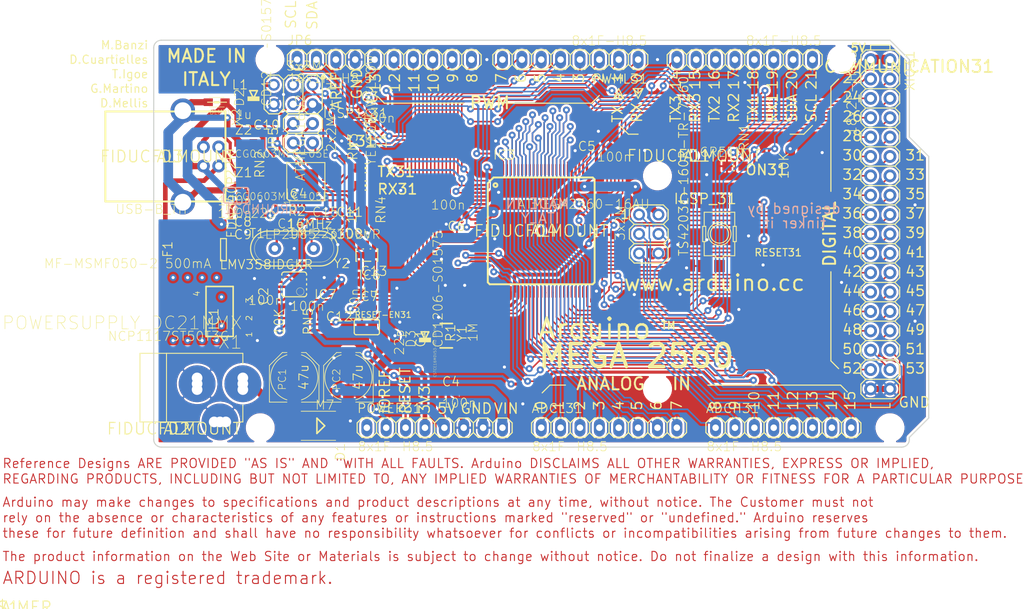
<source format=kicad_pcb>
(kicad_pcb (version 4) (host pcbnew 4.0.7)
  (title_block (title "Arduino Mega 2560 Rev. 3") (rev 1.0) (comment 1 "Converted to KiCad by Prof. Mayhem") (comment 2 1/22/2018))
  (layers (0 Top signal) (31 Bottom signal) (34 B.Paste user) (35 F.Paste user) (36 B.SilkS user) (37 F.SilkS user) (38 B.Mask user) (39 F.Mask user) (44 Edge.Cuts user))
  (net 0 "")
  (net 1 +5V)
  (net 2 GND)
  (net 3 +3V3)
  (net 4 "Net-(IC3-Pad4)")
  (net 5 "Net-(IC3-Pad8)")
  (net 6 "Net-(IC3-Pad9)")
  (net 7 "Net-(IC3-Pad14)")
  (net 8 "Net-(IC3-Pad27)")
  (net 9 "Net-(IC3-Pad28)")
  (net 10 "Net-(IC3-Pad29)")
  (net 11 "Net-(IC3-Pad47)")
  (net 12 "Net-(IC3-Pad48)")
  (net 13 "Net-(IC3-Pad49)")
  (net 14 "Net-(IC3-Pad65)")
  (net 15 "Net-(IC3-Pad66)")
  (net 16 "Net-(IC3-Pad67)")
  (net 17 "Net-(IC3-Pad68)")
  (net 18 "Net-(IC3-Pad69)")
  (net 19 "Net-(IC3-Pad79)")
  (net 20 "Net-(IC4-Pad5)")
  (net 21 "Net-(IC4-Pad6)")
  (net 22 "Net-(IC4-Pad7)")
  (net 23 "Net-(IC4-Pad12)")
  (net 24 "Net-(IC4-Pad14)")
  (net 25 "Net-(IC4-Pad22)")
  (net 26 "Net-(IC4-Pad23)")
  (net 27 "Net-(IC4-Pad25)")
  (net 28 "Net-(IC4-Pad26)")
  (net 29 "Net-(IC6-Pad4)")
  (net 30 "Net-(RN1-Pad1)")
  (net 31 "Net-(RN1-Pad4)")
  (net 32 "Net-(RN1-Pad5)")
  (net 33 "Net-(RN1-Pad8)")
  (net 34 "Net-(RN2-Pad2)")
  (net 35 "Net-(RN2-Pad3)")
  (net 36 "Net-(RN2-Pad6)")
  (net 37 "Net-(RN2-Pad7)")
  (net 38 "Net-(RN3-Pad3)")
  (net 39 "Net-(RN3-Pad6)")
  (net 40 /ADC8)
  (net 41 /ADC9)
  (net 42 /ADC10)
  (net 43 /ADC11)
  (net 44 /ADC12)
  (net 45 /ADC13)
  (net 46 /ADC14)
  (net 47 /ADC15)
  (net 48 /ADC0)
  (net 49 /ADC1)
  (net 50 /ADC2)
  (net 51 /ADC3)
  (net 52 /ADC4)
  (net 53 /ADC5)
  (net 54 /ADC6)
  (net 55 /ADC7)
  (net 56 /RESET)
  (net 57 /VIN)
  (net 58 /AREF)
  (net 59 /DTR)
  (net 60 /USBVCC)
  (net 61 /VUCAP)
  (net 62 /UGND)
  (net 63 /CMP)
  (net 64 /XT1)
  (net 65 /XT2)
  (net 66 /SCL)
  (net 67 /SDA)
  (net 68 /RXD1)
  (net 69 /TXD1)
  (net 70 /RXD2)
  (net 71 /TXD2)
  (net 72 /RXD3)
  (net 73 /TXD3)
  (net 74 /PWRIN)
  (net 75 /RESET2)
  (net 76 /XVCC)
  (net 77 /PG5)
  (net 78 /PE0)
  (net 79 /PE1)
  (net 80 /PE3)
  (net 81 /PE4)
  (net 82 /PE5)
  (net 83 /PH3)
  (net 84 /PH4)
  (net 85 /PH5)
  (net 86 /PH6)
  (net 87 /PB0)
  (net 88 /PB1)
  (net 89 /PB2)
  (net 90 /PB3)
  (net 91 /PB4)
  (net 92 /PB5)
  (net 93 /PB6)
  (net 94 /PB7)
  (net 95 /XTAL2)
  (net 96 /XTAL1)
  (net 97 /PL0)
  (net 98 /PL1)
  (net 99 /PL2)
  (net 100 /PL3)
  (net 101 /PL4)
  (net 102 /PL5)
  (net 103 /PL6)
  (net 104 /PL7)
  (net 105 /PD7)
  (net 106 /PG0)
  (net 107 /PG1)
  (net 108 /PC0)
  (net 109 /PC1)
  (net 110 /PC2)
  (net 111 /PC3)
  (net 112 /PC4)
  (net 113 /PC5)
  (net 114 /PC6)
  (net 115 /PC7)
  (net 116 /PG2)
  (net 117 /PA7)
  (net 118 /PA6)
  (net 119 /PA5)
  (net 120 /PA4)
  (net 121 /PA3)
  (net 122 /PA2)
  (net 123 /PA1)
  (net 124 /PA0)
  (net 125 /M8TXD)
  (net 126 /M8RXD)
  (net 127 /RXL)
  (net 128 /TXL)
  (net 129 /SCK2)
  (net 130 /MOSI2)
  (net 131 /MISO2)
  (net 132 /8PB4)
  (net 133 /8PB5)
  (net 134 /8PB6)
  (net 135 /8PB7)
  (net 136 /RD+)
  (net 137 /RD-)
  (net 138 /GATE_CMD)
  (net 139 /L13)
  (net 140 /USHIELD)
  (net 141 /N$2)
  (net 142 /N$3)
  (net 143 "Net-(POWER31-Pad1)")
  (net 144 "Net-(RESET31-Pad5)")
  (net 145 /D+)
  (net 146 /D-)
  (net 147 /N$55)
  (net 148 /N$54)
  (module Arduino_MEGA_2560-Rev3:VPAD_VPAC0 (layer Top) (at 105.898 117.628)
    (fp_text reference "" (at 0 0) (layer F.SilkS))
    (fp_text value "" (at 0 0) (layer F.SilkS))
    (pad VP2 thru_hole circle (at 0.0581 0.0756) (size 0.9144 0.9144) (drill 0.4064) (layers *.Cu) (net 1 +5V))
  )
  (module Arduino_MEGA_2560-Rev3:VPAD_VPAC0 (layer Top) (at 104.098 117.828)
    (fp_text reference "" (at 0 0) (layer F.SilkS))
    (fp_text value "" (at 0 0) (layer F.SilkS))
    (pad VP2 thru_hole circle (at -0.0469 -0.1244) (size 0.9144 0.9144) (drill 0.4064) (layers *.Cu) (net 1 +5V))
  )
  (module Arduino_MEGA_2560-Rev3:VPAD_VPAC0 (layer Top) (at 102.098 117.628)
    (fp_text reference "" (at 0 0) (layer F.SilkS))
    (fp_text value "" (at 0 0) (layer F.SilkS))
    (pad VP2 thru_hole circle (at 0.0481 0.0756) (size 0.9144 0.9144) (drill 0.4064) (layers *.Cu) (net 1 +5V))
  )
  (module Arduino_MEGA_2560-Rev3:VPAD_VPAC0 (layer Top) (at 100.298 117.628)
    (fp_text reference "" (at 0 0) (layer F.SilkS))
    (fp_text value "" (at 0 0) (layer F.SilkS))
    (pad VP2 thru_hole circle (at -0.0569 0.0756) (size 0.9144 0.9144) (drill 0.4064) (layers *.Cu) (net 1 +5V))
  )
  (module Arduino_MEGA_2560-Rev3:VPAD_VPAC0 (layer Top) (at 106.598 115.828)
    (fp_text reference "" (at 0 0) (layer F.SilkS))
    (fp_text value "" (at 0 0) (layer F.SilkS))
    (pad VP2 thru_hole circle (at -0.0069 -0.0294) (size 0.9144 0.9144) (drill 0.4064) (layers *.Cu) (net 1 +5V))
  )
  (module Arduino_MEGA_2560-Rev3:VPAD_VPAC0 (layer Top) (at 106.598 112.028)
    (fp_text reference "" (at 0 0) (layer F.SilkS))
    (fp_text value "" (at 0 0) (layer F.SilkS))
    (pad VP2 thru_hole circle (at -0.0069 -0.0394) (size 0.9144 0.9144) (drill 0.4064) (layers *.Cu) (net 1 +5V))
  )
  (module Arduino_MEGA_2560-Rev3:VPAD_VPAC0 (layer Top) (at 105.998 109.528)
    (fp_text reference "" (at 0 0) (layer F.SilkS))
    (fp_text value "" (at 0 0) (layer F.SilkS))
    (pad VP2 thru_hole circle (at -0.0419 -0.0794) (size 0.9144 0.9144) (drill 0.4064) (layers *.Cu) (net 1 +5V))
  )
  (module Arduino_MEGA_2560-Rev3:VPAD_VPAC0 (layer Top) (at 104.098 109.528)
    (fp_text reference "" (at 0 0) (layer F.SilkS))
    (fp_text value "" (at 0 0) (layer F.SilkS))
    (pad VP2 thru_hole circle (at -0.0469 -0.0794) (size 0.9144 0.9144) (drill 0.4064) (layers *.Cu) (net 1 +5V))
  )
  (module Arduino_MEGA_2560-Rev3:VPAD_VPAC0 (layer Top) (at 102.198 109.628)
    (fp_text reference "" (at 0 0) (layer F.SilkS))
    (fp_text value "" (at 0 0) (layer F.SilkS))
    (pad VP2 thru_hole circle (at -0.0519 -0.1794) (size 0.9144 0.9144) (drill 0.4064) (layers *.Cu) (net 1 +5V))
  )
  (module Arduino_MEGA_2560-Rev3:VPAD_VPAC0 (layer Top) (at 100.198 109.628)
    (fp_text reference "" (at 0 0) (layer F.SilkS))
    (fp_text value "" (at 0 0) (layer F.SilkS))
    (pad VP2 thru_hole circle (at 0.0431 -0.1794) (size 0.9144 0.9144) (drill 0.4064) (layers *.Cu) (net 1 +5V))
  )
  (module Arduino_MEGA_2560-Rev3:VPAD_VPAC0 (layer Top) (at 167.52 99.718)
    (fp_text reference "" (at 0 0) (layer F.SilkS))
    (fp_text value "" (at 0 0) (layer F.SilkS))
    (pad VP1 thru_hole circle (at -0.0889 -0.1524) (size 0.9144 0.9144) (drill 0.4064) (layers *.Cu) (net 2 GND))
  )
  (module Arduino_MEGA_2560-Rev3:VPAD_VPAC0 (layer Top) (at 114.648 85.798)
    (fp_text reference "" (at 0 0) (layer F.SilkS))
    (fp_text value "" (at 0 0) (layer F.SilkS))
    (pad VP1 thru_hole circle (at 0.0711 -0.3524) (size 0.9144 0.9144) (drill 0.4064) (layers *.Cu) (net 2 GND))
  )
  (module Arduino_MEGA_2560-Rev3:VPAD_VPAC0 (layer Top) (at 142.442 104.628)
    (fp_text reference "" (at 0 0) (layer F.SilkS))
    (fp_text value "" (at 0 0) (layer F.SilkS))
    (pad VP1 thru_hole circle (at -0.0369 -0.2594) (size 0.9144 0.9144) (drill 0.4064) (layers *.Cu) (net 2 GND))
  )
  (module Arduino_MEGA_2560-Rev3:VPAD_VPAC0 (layer Top) (at 158.642 104.128)
    (fp_text reference "" (at 0 0) (layer F.SilkS))
    (fp_text value "" (at 0 0) (layer F.SilkS))
    (pad VP1 thru_hole circle (at -0.1079 -0.2674) (size 0.9144 0.9144) (drill 0.4064) (layers *.Cu) (net 2 GND))
  )
  (module Arduino_MEGA_2560-Rev3:VPAD_VPAC0 (layer Top) (at 155.742 111.428)
    (fp_text reference "" (at 0 0) (layer F.SilkS))
    (fp_text value "" (at 0 0) (layer F.SilkS))
    (pad VP1 thru_hole circle (at -0.0019 -0.2014) (size 0.9144 0.9144) (drill 0.4064) (layers *.Cu) (net 2 GND))
  )
  (module Arduino_MEGA_2560-Rev3:VPAD_VPAC0 (layer Top) (at 136.142 102.728)
    (fp_text reference "" (at 0 0) (layer F.SilkS))
    (fp_text value "" (at 0 0) (layer F.SilkS))
    (pad VP1 thru_hole circle (at -0.0869 -0.2804) (size 0.9144 0.9144) (drill 0.4064) (layers *.Cu) (net 2 GND))
  )
  (module Arduino_MEGA_2560-Rev3:VPAD_VPAC0 (layer Top) (at 138.542 110.728)
    (fp_text reference "" (at 0 0) (layer F.SilkS))
    (fp_text value "" (at 0 0) (layer F.SilkS))
    (pad VP1 thru_hole circle (at -0.0739 -0.2634) (size 0.9144 0.9144) (drill 0.4064) (layers *.Cu) (net 2 GND))
  )
  (module Arduino_MEGA_2560-Rev3:VPAD_VPAC0 (layer Top) (at 135.942 110.728)
    (fp_text reference "" (at 0 0) (layer F.SilkS))
    (fp_text value "" (at 0 0) (layer F.SilkS))
    (pad VP1 thru_hole circle (at -0.0139 -0.2634) (size 0.9144 0.9144) (drill 0.4064) (layers *.Cu) (net 2 GND))
  )
  (module Arduino_MEGA_2560-Rev3:VPAD_VPAC0 (layer Top) (at 135.442 107.328)
    (fp_text reference "" (at 0 0) (layer F.SilkS))
    (fp_text value "" (at 0 0) (layer F.SilkS))
    (pad VP1 thru_hole circle (at -0.0219 -0.2924) (size 0.9144 0.9144) (drill 0.4064) (layers *.Cu) (net 2 GND))
  )
  (module Arduino_MEGA_2560-Rev3:VPAD_VPAC0 (layer Top) (at 130.042 115.628)
    (fp_text reference "" (at 0 0) (layer F.SilkS))
    (fp_text value "" (at 0 0) (layer F.SilkS))
    (pad VP1 thru_hole circle (at -0.0829 -0.3374) (size 0.9144 0.9144) (drill 0.4064) (layers *.Cu) (net 2 GND))
  )
  (module Arduino_MEGA_2560-Rev3:VPAD_VPAC0 (layer Top) (at 129.742 111.228)
    (fp_text reference "" (at 0 0) (layer F.SilkS))
    (fp_text value "" (at 0 0) (layer F.SilkS))
    (pad VP1 thru_hole circle (at -0.1639 -0.3824) (size 0.9144 0.9144) (drill 0.4064) (layers *.Cu) (net 2 GND))
  )
  (module Arduino_MEGA_2560-Rev3:VPAD_VPAC0 (layer Top) (at 135.142 115.028)
    (fp_text reference "" (at 0 0) (layer F.SilkS))
    (fp_text value "" (at 0 0) (layer F.SilkS))
    (pad VP1 thru_hole circle (at -0.1029 -0.3724) (size 0.9144 0.9144) (drill 0.4064) (layers *.Cu) (net 2 GND))
  )
  (module Arduino_MEGA_2560-Rev3:VPAD_VPAC0 (layer Top) (at 143.842 121.428)
    (fp_text reference "" (at 0 0) (layer F.SilkS))
    (fp_text value "" (at 0 0) (layer F.SilkS))
    (pad VP1 thru_hole circle (at -0.1669 -0.2474) (size 0.9144 0.9144) (drill 0.4064) (layers *.Cu) (net 2 GND))
  )
  (module Arduino_MEGA_2560-Rev3:VPAD_VPAC0 (layer Top) (at 146.052 126.41)
    (fp_text reference "" (at 0 0) (layer F.SilkS))
    (fp_text value "" (at 0 0) (layer F.SilkS))
    (pad VP1 thru_hole circle (at 0.0361 -0.4034) (size 0.9144 0.9144) (drill 0.4064) (layers *.Cu) (net 2 GND))
  )
  (module Arduino_MEGA_2560-Rev3:VPAD_VPAC0 (layer Top) (at 123.452 128.61)
    (fp_text reference "" (at 0 0) (layer F.SilkS))
    (fp_text value "" (at 0 0) (layer F.SilkS))
    (pad VP1 thru_hole circle (at 0.0301 -0.3654) (size 0.9144 0.9144) (drill 0.4064) (layers *.Cu) (net 2 GND))
  )
  (module Arduino_MEGA_2560-Rev3:VPAD_VPAC0 (layer Top) (at 121.352 120.31)
    (fp_text reference "" (at 0 0) (layer F.SilkS))
    (fp_text value "" (at 0 0) (layer F.SilkS))
    (pad VP1 thru_hole circle (at -0.0289 -0.3204) (size 0.9144 0.9144) (drill 0.4064) (layers *.Cu) (net 2 GND))
  )
  (module Arduino_MEGA_2560-Rev3:VPAD_VPAC0 (layer Top) (at 120.142 109.728)
    (fp_text reference "" (at 0 0) (layer F.SilkS))
    (fp_text value "" (at 0 0) (layer F.SilkS))
    (pad VP1 thru_hole circle (at -0.0889 -0.2794) (size 0.9144 0.9144) (drill 0.4064) (layers *.Cu) (net 2 GND))
  )
  (module Arduino_MEGA_2560-Rev3:VPAD_VPAC0 (layer Top) (at 111.252 118.11)
    (fp_text reference "" (at 0 0) (layer F.SilkS))
    (fp_text value "" (at 0 0) (layer F.SilkS))
    (pad VP1 thru_hole circle (at 0.0381 -0.4064) (size 0.9144 0.9144) (drill 0.4064) (layers *.Cu) (net 2 GND))
  )
  (module Arduino_MEGA_2560-Rev3:VPAD_VPAC0 (layer Top) (at 110.998 109.728)
    (fp_text reference "" (at 0 0) (layer F.SilkS))
    (fp_text value "" (at 0 0) (layer F.SilkS))
    (pad VP1 thru_hole circle (at -0.0889 -0.1524) (size 0.9144 0.9144) (drill 0.4064) (layers *.Cu) (net 2 GND))
  )
  (module Arduino_MEGA_2560-Rev3:VPAD_VPAC0 (layer Top) (at 123.19 107.696)
    (fp_text reference "" (at 0 0) (layer F.SilkS))
    (fp_text value "" (at 0 0) (layer F.SilkS))
    (pad VP1 thru_hole circle (at 0.0381 -0.2794) (size 0.9144 0.9144) (drill 0.4064) (layers *.Cu) (net 2 GND))
  )
  (module Arduino_MEGA_2560-Rev3:VPAD_VPAC0 (layer Top) (at 121.92 105.41)
    (fp_text reference "" (at 0 0) (layer F.SilkS))
    (fp_text value "" (at 0 0) (layer F.SilkS))
    (pad VP1 thru_hole circle (at -0.0889 -0.2794) (size 0.9144 0.9144) (drill 0.4064) (layers *.Cu) (net 2 GND))
  )
  (module Arduino_MEGA_2560-Rev3:VPAD_VPAC0 (layer Top) (at 116.078 105.918)
    (fp_text reference "" (at 0 0) (layer F.SilkS))
    (fp_text value "" (at 0 0) (layer F.SilkS))
    (pad VP1 thru_hole circle (at 0.0381 -0.2794) (size 0.9144 0.9144) (drill 0.4064) (layers *.Cu) (net 2 GND))
  )
  (module Arduino_MEGA_2560-Rev3:VPAD_VPAC0 (layer Top) (at 109.728 103.886)
    (fp_text reference "" (at 0 0) (layer F.SilkS))
    (fp_text value "" (at 0 0) (layer F.SilkS))
    (pad VP1 thru_hole circle (at 0.0381 -0.4064) (size 0.9144 0.9144) (drill 0.4064) (layers *.Cu) (net 2 GND))
  )
  (module Arduino_MEGA_2560-Rev3:VPAD_VPAC0 (layer Top) (at 111.506 99.568)
    (fp_text reference "" (at 0 0) (layer F.SilkS))
    (fp_text value "" (at 0 0) (layer F.SilkS))
    (pad VP1 thru_hole circle (at 0.1651 -0.1524) (size 0.9144 0.9144) (drill 0.4064) (layers *.Cu) (net 2 GND))
  )
  (module Arduino_MEGA_2560-Rev3:VPAD_VPAC0 (layer Top) (at 122.682 88.646)
    (fp_text reference "" (at 0 0) (layer F.SilkS))
    (fp_text value "" (at 0 0) (layer F.SilkS))
    (pad VP1 thru_hole circle (at 0.1651 -0.2794) (size 0.9144 0.9144) (drill 0.4064) (layers *.Cu) (net 2 GND))
  )
  (module Arduino_MEGA_2560-Rev3:VPAD_VPAC0 (layer Top) (at 130.048 98.298)
    (fp_text reference "" (at 0 0) (layer F.SilkS))
    (fp_text value "" (at 0 0) (layer F.SilkS))
    (pad VP1 thru_hole circle (at 0.0381 -0.2794) (size 0.9144 0.9144) (drill 0.4064) (layers *.Cu) (net 2 GND))
  )
  (module Arduino_MEGA_2560-Rev3:VPAD_VPAC0 (layer Top) (at 170.18 96.266)
    (fp_text reference "" (at 0 0) (layer F.SilkS))
    (fp_text value "" (at 0 0) (layer F.SilkS))
    (pad VP1 thru_hole circle (at 0.0127 -0.3048) (size 0.9144 0.9144) (drill 0.4064) (layers *.Cu) (net 2 GND))
  )
  (module Arduino_MEGA_2560-Rev3:VPAD_VPAC0 (layer Top) (at 141.224 81.026)
    (fp_text reference "" (at 0 0) (layer F.SilkS))
    (fp_text value "" (at 0 0) (layer F.SilkS))
    (pad VP1 thru_hole circle (at 0.1491 -0.1524) (size 0.9144 0.9144) (drill 0.4064) (layers *.Cu) (net 2 GND))
  )
  (module Arduino_MEGA_2560-Rev3:VPAD_VPAC0 (layer Top) (at 142.494 91.694)
    (fp_text reference "" (at 0 0) (layer F.SilkS))
    (fp_text value "" (at 0 0) (layer F.SilkS))
    (pad VP1 thru_hole circle (at 0.0381 -0.1524) (size 0.9144 0.9144) (drill 0.4064) (layers *.Cu) (net 2 GND))
  )
  (module Arduino_MEGA_2560-Rev3:VPAD_VPAC0 (layer Top) (at 162.052 92.964)
    (fp_text reference "" (at 0 0) (layer F.SilkS))
    (fp_text value "" (at 0 0) (layer F.SilkS))
    (pad VP1 thru_hole circle (at 0.0127 -0.1778) (size 0.9144 0.9144) (drill 0.4064) (layers *.Cu) (net 2 GND))
  )
  (module Arduino_MEGA_2560-Rev3:VPAD_VPAC0 (layer Top) (at 155.956 90.424)
    (fp_text reference "" (at 0 0) (layer F.SilkS))
    (fp_text value "" (at 0 0) (layer F.SilkS))
    (pad VP1 thru_hole circle (at 0.0381 -0.1524) (size 0.9144 0.9144) (drill 0.4064) (layers *.Cu) (net 2 GND))
  )
  (module Arduino_MEGA_2560-Rev3:VPAD_VPAC0 (layer Top) (at 163.83 81.026)
    (fp_text reference "" (at 0 0) (layer F.SilkS))
    (fp_text value "" (at 0 0) (layer F.SilkS))
    (pad VP1 thru_hole circle (at -0.0889 -0.1524) (size 0.9144 0.9144) (drill 0.4064) (layers *.Cu) (net 2 GND))
  )
  (module Arduino_MEGA_2560-Rev3:VPAD_VPAC0 (layer Top) (at 175.26 84.074)
    (fp_text reference "" (at 0 0) (layer F.SilkS))
    (fp_text value "" (at 0 0) (layer F.SilkS))
    (pad VP1 thru_hole circle (at -0.0635 -0.2032) (size 0.9144 0.9144) (drill 0.4064) (layers *.Cu) (net 2 GND))
  )
  (module Arduino_MEGA_2560-Rev3:VPAD_VPAC0 (layer Top) (at 197.612 115.062)
    (fp_text reference "" (at 0 0) (layer F.SilkS))
    (fp_text value "" (at 0 0) (layer F.SilkS))
    (pad VP1 thru_hole circle (at -0.1049 0.1016) (size 0.9144 0.9144) (drill 0.4064) (layers *.Cu) (net 2 GND))
  )
  (module Arduino_MEGA_2560-Rev3:VPAD_VPAC0 (layer Top) (at 197.612 100.076)
    (fp_text reference "" (at 0 0) (layer F.SilkS))
    (fp_text value "" (at 0 0) (layer F.SilkS))
    (pad VP1 thru_hole circle (at -0.1049 -0.1524) (size 0.9144 0.9144) (drill 0.4064) (layers *.Cu) (net 2 GND))
  )
  (module Arduino_MEGA_2560-Rev3:VPAD_VPAC0 (layer Top) (at 185.42 93.218)
    (fp_text reference "" (at 0 0) (layer F.SilkS))
    (fp_text value "" (at 0 0) (layer F.SilkS))
    (pad VP1 thru_hole circle (at -0.0889 -0.1524) (size 0.9144 0.9144) (drill 0.4064) (layers *.Cu) (net 2 GND))
  )
  (module Arduino_MEGA_2560-Rev3:VPAD_VPAC0 (layer Top) (at 167.64 108.204)
    (fp_text reference "" (at 0 0) (layer F.SilkS))
    (fp_text value "" (at 0 0) (layer F.SilkS))
    (pad VP1 thru_hole circle (at -0.0889 -0.0254) (size 0.9144 0.9144) (drill 0.4064) (layers *.Cu) (net 2 GND))
  )
  (module Arduino_MEGA_2560-Rev3:VPAD_VPAC0 (layer Top) (at 170.688 105.41)
    (fp_text reference "" (at 0 0) (layer F.SilkS))
    (fp_text value "" (at 0 0) (layer F.SilkS))
    (pad VP1 thru_hole circle (at -0.4699 -0.9144) (size 0.9144 0.9144) (drill 0.4064) (layers *.Cu) (net 2 GND))
  )
  (module Arduino_MEGA_2560-Rev3:VPAD_VPAC0 (layer Top) (at 168.402 104.394)
    (fp_text reference "" (at 0 0) (layer F.SilkS))
    (fp_text value "" (at 0 0) (layer F.SilkS))
    (pad VP1 thru_hole circle (at -1.9939 0.7366) (size 0.9144 0.9144) (drill 0.4064) (layers *.Cu) (net 2 GND))
  )
  (module Arduino_MEGA_2560-Rev3:VPAD_VPAC0 (layer Top) (at 160.7 111.7)
    (fp_text reference "" (at 0 0) (layer F.SilkS))
    (fp_text value "" (at 0 0) (layer F.SilkS))
    (pad VP1 thru_hole circle (at 0.0011 -0.0264) (size 0.9144 0.9144) (drill 0.4064) (layers *.Cu) (net 2 GND))
  )
  (module "" (layer Top) (at 194.2211 129.1336)
    (fp_text reference @HOLE0 hide)
    (fp_text value "" (at 0 0) (layer F.SilkS))
    (pad "" np_thru_hole circle (at 0 0) (size 3.2 3.2) (drill 3.2) (layers *.Cu))
  )
  (module "" (layer Top) (at 112.9411 80.8736)
    (fp_text reference @HOLE1 hide)
    (fp_text value "" (at 0 0) (layer F.SilkS))
    (pad "" np_thru_hole circle (at 0 0) (size 3.2 3.2) (drill 3.2) (layers *.Cu))
  )
  (module "" (layer Top) (at 187.8711 80.8736)
    (fp_text reference @HOLE2 hide)
    (fp_text value "" (at 0 0) (layer F.SilkS))
    (pad "" np_thru_hole circle (at 0 0) (size 3.2 3.2) (drill 3.2) (layers *.Cu))
  )
  (module "" (layer Top) (at 111.6711 129.1336)
    (fp_text reference @HOLE3 hide)
    (fp_text value "" (at 0 0) (layer F.SilkS))
    (pad "" np_thru_hole circle (at 0 0) (size 3.2 3.2) (drill 3.2) (layers *.Cu))
  )
  (module "" (layer Top) (at 163.7411 96.1136)
    (fp_text reference @HOLE4 hide)
    (fp_text value "" (at 0 0) (layer F.SilkS))
    (pad "" np_thru_hole circle (at 0 0) (size 3.2 3.2) (drill 3.2) (layers *.Cu))
  )
  (module "" (layer Top) (at 163.7411 124.0536)
    (fp_text reference @HOLE5 hide)
    (fp_text value "" (at 0 0) (layer F.SilkS))
    (pad "" np_thru_hole circle (at 0 0) (size 3.2 3.2) (drill 3.2) (layers *.Cu))
  )
  (module 2X03 (layer Top) (at 162.5981 103.7336 270)
    (fp_text reference ICSP_31 (at -3.81 -3.175 360) (layer F.SilkS) (effects (font (size 1.35128 1.35128) (thickness 0.162153)) (justify left bottom)))
    (fp_text value 3x2M (at -3.81 4.445 450) (layer F.SilkS) (effects (font (size 1.2065 1.2065) (thickness 0.09652)) (justify right top)))
    (pad 1 thru_hole circle (at -2.54 1.27 270) (size 1.55 1.55) (drill 0.95) (layers *.Cu *.Mask) (net 90 /PB3))
    (pad 2 thru_hole circle (at -2.54 -1.27 270) (size 1.55 1.55) (drill 0.95) (layers *.Cu *.Mask) (net 1 +5V))
    (pad 3 thru_hole circle (at 0 1.27 270) (size 1.55 1.55) (drill 0.95) (layers *.Cu *.Mask) (net 88 /PB1))
    (pad 4 thru_hole circle (at 0 -1.27 270) (size 1.55 1.55) (drill 0.95) (layers *.Cu *.Mask) (net 89 /PB2))
    (pad 5 thru_hole circle (at 2.54 1.27 270) (size 1.55 1.55) (drill 0.95) (layers *.Cu *.Mask) (net 56 /RESET))
    (pad 6 thru_hole circle (at 2.54 -1.27 270) (size 1.55 1.55) (drill 0.95) (layers *.Cu *.Mask) (net 2 GND) (thermal_gap 0.089))
  )
  (module 1X08 (layer Top) (at 152.3111 80.8736 180)
    (fp_text reference PWML31 (at -10.2362 -1.8288 180) (layer F.SilkS) (effects (font (size 1.2065 1.2065) (thickness 0.127)) (justify right top)))
    (fp_text value 8x1F-H8.5 (at -10.16 3.175 360) (layer F.SilkS) (effects (font (size 1.2065 1.2065) (thickness 0.09652)) (justify right top)))
    (pad 1 thru_hole oval (at -8.89 0 270) (size 2.27584 1.4224) (drill 0.85) (layers *.Cu *.Mask) (net 78 /PE0))
    (pad 2 thru_hole oval (at -6.35 0 270) (size 2.27584 1.4224) (drill 0.85) (layers *.Cu *.Mask) (net 79 /PE1))
    (pad 3 thru_hole oval (at -3.81 0 270) (size 2.27584 1.4224) (drill 0.85) (layers *.Cu *.Mask) (net 81 /PE4))
    (pad 4 thru_hole oval (at -1.27 0 270) (size 2.27584 1.4224) (drill 0.85) (layers *.Cu *.Mask) (net 82 /PE5))
    (pad 5 thru_hole oval (at 1.27 0 270) (size 2.27584 1.4224) (drill 0.85) (layers *.Cu *.Mask) (net 77 /PG5))
    (pad 6 thru_hole oval (at 3.81 0 270) (size 2.27584 1.4224) (drill 0.85) (layers *.Cu *.Mask) (net 80 /PE3))
    (pad 7 thru_hole oval (at 6.35 0 270) (size 2.27584 1.4224) (drill 0.85) (layers *.Cu *.Mask) (net 83 /PH3))
    (pad 8 thru_hole oval (at 8.89 0 270) (size 2.27584 1.4224) (drill 0.85) (layers *.Cu *.Mask) (net 84 /PH4))
  )
  (module PANASONIC_D (layer Top) (at 116.1161 122.5296 90)
    (fp_text reference PC1 (at -1.75 -1 90) (layer F.SilkS) (effects (font (size 0.9652 0.9652) (thickness 0.08128)) (justify left bottom)))
    (fp_text value 47u (at -1.75 1.975 90) (layer F.SilkS) (effects (font (size 1.2065 1.2065) (thickness 0.12065)) (justify left bottom)))
    (pad - smd rect (at -2.4 0 90) (size 3 1.4) (layers Top F.Paste F.Mask) (net 2 GND))
    (pad + smd rect (at 2.4 0 90) (size 3 1.4) (layers Top F.Paste F.Mask) (net 57 /VIN))
  )
  (module PANASONIC_D (layer Top) (at 123.2281 122.5296 90)
    (fp_text reference PC2 (at -1.75 -1 90) (layer F.SilkS) (effects (font (size 0.9652 0.9652) (thickness 0.08128)) (justify left bottom)))
    (fp_text value 47u (at -1.75 1.975 90) (layer F.SilkS) (effects (font (size 1.2065 1.2065) (thickness 0.12065)) (justify left bottom)))
    (pad - smd rect (at -2.4 0 90) (size 3 1.4) (layers Top F.Paste F.Mask) (net 2 GND))
    (pad + smd rect (at 2.4 0 90) (size 3 1.4) (layers Top F.Paste F.Mask) (net 1 +5V))
  )
  (module CHIP-LED0805 (layer Top) (at 173.9011 94.8436 90)
    (fp_text reference ON31 (at -1.27 1.27 180) (layer F.SilkS) (effects (font (size 1.35128 1.35128) (thickness 0.202692)) (justify left bottom)))
    (fp_text value GREEN (at 2.54 1.27 360) (layer F.SilkS) (effects (font (size 1.2065 1.2065) (thickness 0.09652)) (justify right top)))
    (pad C smd rect (at 0 -1.05 90) (size 1.2 1.2) (layers Top F.Paste F.Mask) (net 2 GND))
    (pad A smd rect (at 0 1.05 90) (size 1.2 1.2) (layers Top F.Paste F.Mask) (net 142 /N$3))
  )
  (module SMB (layer Top) (at 119.2911 128.8796 180)
    (fp_text reference D1 (at -2.159 -2.159 450) (layer F.SilkS) (effects (font (size 1.2065 1.2065) (thickness 0.12065)) (justify right top)))
    (fp_text value M7 (at -2.159 3.429 360) (layer F.SilkS) (effects (font (size 1.2065 1.2065) (thickness 0.09652)) (justify right top)))
    (pad C smd rect (at -2.2 0 180) (size 2.4 2.4) (layers Top F.Paste F.Mask) (net 57 /VIN))
    (pad A smd rect (at 2.2 0 180) (size 2.4 2.4) (layers Top F.Paste F.Mask) (net 74 /PWRIN))
  )
  (module POWERSUPPLY_DC-21MM (layer Top) (at 103.0351 123.2916 90)
    (fp_text reference X1 (at 6.35 6.35 180) (layer F.SilkS) (effects (font (size 1.6891 1.6891) (thickness 0.0889)) (justify right top)))
    (fp_text value POWERSUPPLY_DC21MMX (at 8.89 6.35 360) (layer F.SilkS) (effects (font (size 1.6891 1.6891) (thickness 0.084455)) (justify right top)))
    (pad 1 thru_hole circle (at -5.08 3.3528 90) (size 4.826 4.826) (drill 1.4) (layers *.Cu *.Mask) (net 2 GND))
    (pad 2 thru_hole circle (at -0.0762 6.35 90) (size 4.826 4.826) (drill 1.4) (layers *.Cu *.Mask) (net 74 /PWRIN))
    (pad 3 thru_hole circle (at -0.0762 0.3556 90) (size 4.826 4.826) (drill 1.4) (layers *.Cu *.Mask) (net 2 GND))
    (pad 4 thru_hole circle (at -5.08 4.1148 90) (size 2.1 2.1) (drill 1.4) (layers *.Cu *.Mask))
    (pad 5 thru_hole circle (at -5.08 2.5908 90) (size 2.1 2.1) (drill 1.4) (layers *.Cu *.Mask))
    (pad 6 thru_hole circle (at -0.8382 0.3556 90) (size 2.1 2.1) (drill 1.4) (layers *.Cu *.Mask))
    (pad 7 thru_hole circle (at 0.6858 0.3556 90) (size 2.1 2.1) (drill 1.4) (layers *.Cu *.Mask))
    (pad 8 thru_hole circle (at -0.8382 6.35 90) (size 2.1 2.1) (drill 1.4) (layers *.Cu *.Mask))
    (pad 9 thru_hole circle (at 0.6858 6.35 90) (size 2.1 2.1) (drill 1.4) (layers *.Cu *.Mask))
  )
  (module FIDUCIA-MOUNT (layer Top) (at 168.5417 93.4814)
    (fp_text reference FD1 (at 0 0) (layer F.SilkS))
    (fp_text value FIDUCIALMOUNT (at 0 0) (layer F.SilkS))
    (pad P$1 smd circle (at 0 0) (size 1.016 1.016) (layers Top F.Paste F.Mask))
  )
  (module FIDUCIA-MOUNT (layer Top) (at 100.3681 129.2606)
    (fp_text reference FD2 (at 0 0) (layer F.SilkS))
    (fp_text value FIDUCIALMOUNT (at 0 0) (layer F.SilkS))
    (pad P$1 smd circle (at 0 0) (size 1.016 1.016) (layers Top F.Paste F.Mask))
  )
  (module FIDUCIA-MOUNT (layer Top) (at 99.4791 93.5736)
    (fp_text reference FD3 (at 0 0) (layer F.SilkS))
    (fp_text value FIDUCIALMOUNT (at 0 0) (layer F.SilkS))
    (pad P$1 smd circle (at 0 0) (size 1.016 1.016) (layers Top F.Paste F.Mask))
  )
  (module SOT223 (layer Top) (at 106.3371 113.8936 90)
    (fp_text reference IC1 (at -2.54 -0.0508 90) (layer F.SilkS) (effects (font (size 1.2065 1.2065) (thickness 0.12065)) (justify left bottom)))
    (fp_text value NCP1117ST50T3G (at -2.54 1.3208 360) (layer F.SilkS) (effects (font (size 1.2065 1.2065) (thickness 0.09652)) (justify right top)))
    (fp_text user 3 (at 1.0208 4.318 90) (layer F.SilkS) (effects (font (size 0.77216 0.77216) (thickness 0.097536)) (justify left bottom)))
    (fp_text user 4 (at 1.905 -2.54 90) (layer F.SilkS) (effects (font (size 0.77216 0.77216) (thickness 0.097536)) (justify left bottom)))
    (fp_text user 1 (at -3.4526 4.318 90) (layer F.SilkS) (effects (font (size 0.77216 0.77216) (thickness 0.097536)) (justify left bottom)))
    (fp_text user 2 (at -1.2906 4.3274 90) (layer F.SilkS) (effects (font (size 0.77216 0.77216) (thickness 0.097536)) (justify left bottom)))
    (pad 1 smd rect (at -2.3114 3.0988 90) (size 1.2192 2.2352) (layers Top F.Paste F.Mask) (net 2 GND))
    (pad 2 smd rect (at 0 3.0988 90) (size 1.2192 2.2352) (layers Top F.Paste F.Mask) (net 1 +5V))
    (pad 3 smd rect (at 2.3114 3.0988 90) (size 1.2192 2.2352) (layers Top F.Paste F.Mask) (net 57 /VIN))
    (pad 4 smd rect (at 0 -3.099 90) (size 3.6 2.2) (layers Top F.Paste F.Mask) (net 1 +5V))
  )
  (module C0603-ROUND (layer Top) (at 125.6411 87.2236)
    (fp_text reference C3 (at -0.889 -0.762) (layer F.SilkS) (effects (font (size 1.2065 1.2065) (thickness 0.12065)) (justify left bottom)))
    (fp_text value 100n (at -0.889 2.032) (layer F.SilkS) (effects (font (size 1.2065 1.2065) (thickness 0.09652)) (justify left bottom)))
    (pad 1 smd oval (at -0.889 0 90) (size 1.1 0.8984) (layers Top F.Paste F.Mask) (net 58 /AREF))
    (pad 2 smd oval (at 0.889 0 90) (size 1.1 0.8984) (layers Top F.Paste F.Mask) (net 2 GND))
  )
  (module C0603-ROUND (layer Top) (at 137.7461 101.2546 180)
    (fp_text reference C6 (at -0.889 -0.762 360) (layer F.SilkS) (effects (font (size 1.2065 1.2065) (thickness 0.12065)) (justify right top)))
    (fp_text value 100n (at -0.889 2.032 360) (layer F.SilkS) (effects (font (size 1.2065 1.2065) (thickness 0.09652)) (justify right top)))
    (pad 1 smd oval (at -0.889 0 270) (size 1.1 0.8984) (layers Top F.Paste F.Mask) (net 1 +5V))
    (pad 2 smd oval (at 0.889 0 270) (size 1.1 0.8984) (layers Top F.Paste F.Mask) (net 2 GND))
  )
  (module C0603-ROUND (layer Top) (at 112.0521 114.0206 270)
    (fp_text reference C2 (at -0.889 -0.762 450) (layer F.SilkS) (effects (font (size 1.2065 1.2065) (thickness 0.12065)) (justify left bottom)))
    (fp_text value 100n (at -0.889 2.032 360) (layer F.SilkS) (effects (font (size 1.2065 1.2065) (thickness 0.09652)) (justify left bottom)))
    (pad 1 smd oval (at -0.889 0) (size 1.1 0.8984) (layers Top F.Paste F.Mask) (net 57 /VIN))
    (pad 2 smd oval (at 0.889 0) (size 1.1 0.8984) (layers Top F.Paste F.Mask) (net 2 GND))
  )
  (module 1X08 (layer Top) (at 157.3911 129.1336)
    (fp_text reference ADCL31 (at -10.2362 -1.8288) (layer F.SilkS) (effects (font (size 1.2065 1.2065) (thickness 0.12065)) (justify left bottom)))
    (fp_text value 8x1F-H8.5 (at -10.16 3.175) (layer F.SilkS) (effects (font (size 1.2065 1.2065) (thickness 0.09652)) (justify left bottom)))
    (pad 1 thru_hole oval (at -8.89 0 90) (size 2.27584 1.4224) (drill 0.85) (layers *.Cu *.Mask) (net 48 /ADC0))
    (pad 2 thru_hole oval (at -6.35 0 90) (size 2.27584 1.4224) (drill 0.85) (layers *.Cu *.Mask) (net 49 /ADC1))
    (pad 3 thru_hole oval (at -3.81 0 90) (size 2.27584 1.4224) (drill 0.85) (layers *.Cu *.Mask) (net 50 /ADC2))
    (pad 4 thru_hole oval (at -1.27 0 90) (size 2.27584 1.4224) (drill 0.85) (layers *.Cu *.Mask) (net 51 /ADC3))
    (pad 5 thru_hole oval (at 1.27 0 90) (size 2.27584 1.4224) (drill 0.85) (layers *.Cu *.Mask) (net 52 /ADC4))
    (pad 6 thru_hole oval (at 3.81 0 90) (size 2.27584 1.4224) (drill 0.85) (layers *.Cu *.Mask) (net 53 /ADC5))
    (pad 7 thru_hole oval (at 6.35 0 90) (size 2.27584 1.4224) (drill 0.85) (layers *.Cu *.Mask) (net 54 /ADC6))
    (pad 8 thru_hole oval (at 8.89 0 90) (size 2.27584 1.4224) (drill 0.85) (layers *.Cu *.Mask) (net 55 /ADC7))
  )
  (module 1X08 (layer Top) (at 175.1711 80.8736 180)
    (fp_text reference COMMUNICATION31 (at -10.2362 -1.8288 180) (layer F.SilkS) (effects (font (size 1.59258 1.59258) (thickness 0.238887)) (justify left bottom)))
    (fp_text value 8x1F-H8.5 (at -10.16 3.175 360) (layer F.SilkS) (effects (font (size 1.2065 1.2065) (thickness 0.09652)) (justify right top)))
    (pad 1 thru_hole oval (at -8.89 0 270) (size 2.27584 1.4224) (drill 0.85) (layers *.Cu *.Mask) (net 66 /SCL))
    (pad 2 thru_hole oval (at -6.35 0 270) (size 2.27584 1.4224) (drill 0.85) (layers *.Cu *.Mask) (net 67 /SDA))
    (pad 3 thru_hole oval (at -3.81 0 270) (size 2.27584 1.4224) (drill 0.85) (layers *.Cu *.Mask) (net 68 /RXD1))
    (pad 4 thru_hole oval (at -1.27 0 270) (size 2.27584 1.4224) (drill 0.85) (layers *.Cu *.Mask) (net 69 /TXD1))
    (pad 5 thru_hole oval (at 1.27 0 270) (size 2.27584 1.4224) (drill 0.85) (layers *.Cu *.Mask) (net 70 /RXD2))
    (pad 6 thru_hole oval (at 3.81 0 270) (size 2.27584 1.4224) (drill 0.85) (layers *.Cu *.Mask) (net 71 /TXD2))
    (pad 7 thru_hole oval (at 6.35 0 270) (size 2.27584 1.4224) (drill 0.85) (layers *.Cu *.Mask) (net 72 /RXD3))
    (pad 8 thru_hole oval (at 8.89 0 270) (size 2.27584 1.4224) (drill 0.85) (layers *.Cu *.Mask) (net 73 /TXD3))
  )
  (module TQFP100 (layer Top) (at 148.5011 103.3272)
    (fp_text reference IC3 (at -6.395 -9.2451) (layer F.SilkS) (effects (font (size 1.2065 1.2065) (thickness 0.12065)) (justify left bottom)))
    (fp_text value ATMEGA2560-16AU (at -3.1801 -2.8001) (layer F.SilkS) (effects (font (size 1.2065 1.2065) (thickness 0.09652)) (justify left bottom)))
    (pad 1 smd rect (at -8 -6) (size 1.5 0.3) (layers Top F.Paste F.Mask) (net 77 /PG5))
    (pad 2 smd rect (at -8 -5.5) (size 1.5 0.3) (layers Top F.Paste F.Mask) (net 78 /PE0))
    (pad 3 smd rect (at -8 -5) (size 1.5 0.3) (layers Top F.Paste F.Mask) (net 79 /PE1))
    (pad 4 smd rect (at -8 -4.5) (size 1.5 0.3) (layers Top F.Paste F.Mask) (net 4 "Net-(IC3-Pad4)"))
    (pad 5 smd rect (at -8 -4) (size 1.5 0.3) (layers Top F.Paste F.Mask) (net 80 /PE3))
    (pad 6 smd rect (at -8 -3.5) (size 1.5 0.3) (layers Top F.Paste F.Mask) (net 81 /PE4))
    (pad 7 smd rect (at -8 -3) (size 1.5 0.3) (layers Top F.Paste F.Mask) (net 82 /PE5))
    (pad 8 smd rect (at -8 -2.5) (size 1.5 0.3) (layers Top F.Paste F.Mask) (net 5 "Net-(IC3-Pad8)"))
    (pad 9 smd rect (at -8 -2) (size 1.5 0.3) (layers Top F.Paste F.Mask) (net 6 "Net-(IC3-Pad9)"))
    (pad 10 smd rect (at -8 -1.5) (size 1.5 0.3) (layers Top F.Paste F.Mask) (net 1 +5V))
    (pad 11 smd rect (at -8 -1) (size 1.5 0.3) (layers Top F.Paste F.Mask) (net 2 GND))
    (pad 12 smd rect (at -8 -0.5) (size 1.5 0.3) (layers Top F.Paste F.Mask) (net 70 /RXD2))
    (pad 13 smd rect (at -8 0) (size 1.5 0.3) (layers Top F.Paste F.Mask) (net 71 /TXD2))
    (pad 14 smd rect (at -8 0.5) (size 1.5 0.3) (layers Top F.Paste F.Mask) (net 7 "Net-(IC3-Pad14)"))
    (pad 15 smd rect (at -8 1) (size 1.5 0.3) (layers Top F.Paste F.Mask) (net 83 /PH3))
    (pad 16 smd rect (at -8 1.5) (size 1.5 0.3) (layers Top F.Paste F.Mask) (net 84 /PH4))
    (pad 17 smd rect (at -8 2) (size 1.5 0.3) (layers Top F.Paste F.Mask) (net 85 /PH5))
    (pad 18 smd rect (at -8 2.5) (size 1.5 0.3) (layers Top F.Paste F.Mask) (net 86 /PH6))
    (pad 19 smd rect (at -8 3) (size 1.5 0.3) (layers Top F.Paste F.Mask) (net 87 /PB0))
    (pad 20 smd rect (at -8 3.5) (size 1.5 0.3) (layers Top F.Paste F.Mask) (net 88 /PB1))
    (pad 21 smd rect (at -8 4) (size 1.5 0.3) (layers Top F.Paste F.Mask) (net 89 /PB2))
    (pad 22 smd rect (at -8 4.5) (size 1.5 0.3) (layers Top F.Paste F.Mask) (net 90 /PB3))
    (pad 23 smd rect (at -8 5) (size 1.5 0.3) (layers Top F.Paste F.Mask) (net 91 /PB4))
    (pad 24 smd rect (at -8 5.5) (size 1.5 0.3) (layers Top F.Paste F.Mask) (net 92 /PB5))
    (pad 25 smd rect (at -8 6) (size 1.5 0.3) (layers Top F.Paste F.Mask) (net 93 /PB6))
    (pad 26 smd rect (at -6 8) (size 0.3 1.5) (layers Top F.Paste F.Mask) (net 94 /PB7))
    (pad 27 smd rect (at -5.5 8) (size 0.3 1.5) (layers Top F.Paste F.Mask) (net 8 "Net-(IC3-Pad27)"))
    (pad 28 smd rect (at -5 8) (size 0.3 1.5) (layers Top F.Paste F.Mask) (net 9 "Net-(IC3-Pad28)"))
    (pad 29 smd rect (at -4.5 8) (size 0.3 1.5) (layers Top F.Paste F.Mask) (net 10 "Net-(IC3-Pad29)"))
    (pad 30 smd rect (at -4 8) (size 0.3 1.5) (layers Top F.Paste F.Mask) (net 56 /RESET))
    (pad 31 smd rect (at -3.5 8) (size 0.3 1.5) (layers Top F.Paste F.Mask) (net 1 +5V))
    (pad 32 smd rect (at -3 8) (size 0.3 1.5) (layers Top F.Paste F.Mask) (net 2 GND))
    (pad 33 smd rect (at -2.5 8) (size 0.3 1.5) (layers Top F.Paste F.Mask) (net 95 /XTAL2))
    (pad 34 smd rect (at -2 8) (size 0.3 1.5) (layers Top F.Paste F.Mask) (net 96 /XTAL1))
    (pad 35 smd rect (at -1.5 8) (size 0.3 1.5) (layers Top F.Paste F.Mask) (net 97 /PL0))
    (pad 36 smd rect (at -1 8) (size 0.3 1.5) (layers Top F.Paste F.Mask) (net 98 /PL1))
    (pad 37 smd rect (at -0.5 8) (size 0.3 1.5) (layers Top F.Paste F.Mask) (net 99 /PL2))
    (pad 38 smd rect (at 0 8) (size 0.3 1.5) (layers Top F.Paste F.Mask) (net 100 /PL3))
    (pad 39 smd rect (at 0.5 8) (size 0.3 1.5) (layers Top F.Paste F.Mask) (net 101 /PL4))
    (pad 40 smd rect (at 1 8) (size 0.3 1.5) (layers Top F.Paste F.Mask) (net 102 /PL5))
    (pad 41 smd rect (at 1.5 8) (size 0.3 1.5) (layers Top F.Paste F.Mask) (net 103 /PL6))
    (pad 42 smd rect (at 2 8) (size 0.3 1.5) (layers Top F.Paste F.Mask) (net 104 /PL7))
    (pad 43 smd rect (at 2.5 8) (size 0.3 1.5) (layers Top F.Paste F.Mask) (net 66 /SCL))
    (pad 44 smd rect (at 3 8) (size 0.3 1.5) (layers Top F.Paste F.Mask) (net 67 /SDA))
    (pad 45 smd rect (at 3.5 8) (size 0.3 1.5) (layers Top F.Paste F.Mask) (net 68 /RXD1))
    (pad 46 smd rect (at 4 8) (size 0.3 1.5) (layers Top F.Paste F.Mask) (net 69 /TXD1))
    (pad 47 smd rect (at 4.5 8) (size 0.3 1.5) (layers Top F.Paste F.Mask) (net 11 "Net-(IC3-Pad47)"))
    (pad 48 smd rect (at 5 8) (size 0.3 1.5) (layers Top F.Paste F.Mask) (net 12 "Net-(IC3-Pad48)"))
    (pad 49 smd rect (at 5.5 8) (size 0.3 1.5) (layers Top F.Paste F.Mask) (net 13 "Net-(IC3-Pad49)"))
    (pad 50 smd rect (at 6 8) (size 0.3 1.5) (layers Top F.Paste F.Mask) (net 105 /PD7))
    (pad 51 smd rect (at 8 6) (size 1.5 0.3) (layers Top F.Paste F.Mask) (net 106 /PG0))
    (pad 52 smd rect (at 8 5.5) (size 1.5 0.3) (layers Top F.Paste F.Mask) (net 107 /PG1))
    (pad 53 smd rect (at 8 5) (size 1.5 0.3) (layers Top F.Paste F.Mask) (net 108 /PC0))
    (pad 54 smd rect (at 8 4.5) (size 1.5 0.3) (layers Top F.Paste F.Mask) (net 109 /PC1))
    (pad 55 smd rect (at 8 4) (size 1.5 0.3) (layers Top F.Paste F.Mask) (net 110 /PC2))
    (pad 56 smd rect (at 8 3.5) (size 1.5 0.3) (layers Top F.Paste F.Mask) (net 111 /PC3))
    (pad 57 smd rect (at 8 3) (size 1.5 0.3) (layers Top F.Paste F.Mask) (net 112 /PC4))
    (pad 58 smd rect (at 8 2.5) (size 1.5 0.3) (layers Top F.Paste F.Mask) (net 113 /PC5))
    (pad 59 smd rect (at 8 2) (size 1.5 0.3) (layers Top F.Paste F.Mask) (net 114 /PC6))
    (pad 60 smd rect (at 8 1.5) (size 1.5 0.3) (layers Top F.Paste F.Mask) (net 115 /PC7))
    (pad 61 smd rect (at 8 1) (size 1.5 0.3) (layers Top F.Paste F.Mask) (net 1 +5V))
    (pad 62 smd rect (at 8 0.5) (size 1.5 0.3) (layers Top F.Paste F.Mask) (net 2 GND))
    (pad 63 smd rect (at 8 0) (size 1.5 0.3) (layers Top F.Paste F.Mask) (net 72 /RXD3))
    (pad 64 smd rect (at 8 -0.5) (size 1.5 0.3) (layers Top F.Paste F.Mask) (net 73 /TXD3))
    (pad 65 smd rect (at 8 -1) (size 1.5 0.3) (layers Top F.Paste F.Mask) (net 14 "Net-(IC3-Pad65)"))
    (pad 66 smd rect (at 8 -1.5) (size 1.5 0.3) (layers Top F.Paste F.Mask) (net 15 "Net-(IC3-Pad66)"))
    (pad 67 smd rect (at 8 -2) (size 1.5 0.3) (layers Top F.Paste F.Mask) (net 16 "Net-(IC3-Pad67)"))
    (pad 68 smd rect (at 8 -2.5) (size 1.5 0.3) (layers Top F.Paste F.Mask) (net 17 "Net-(IC3-Pad68)"))
    (pad 69 smd rect (at 8 -3) (size 1.5 0.3) (layers Top F.Paste F.Mask) (net 18 "Net-(IC3-Pad69)"))
    (pad 70 smd rect (at 8 -3.5) (size 1.5 0.3) (layers Top F.Paste F.Mask) (net 116 /PG2))
    (pad 71 smd rect (at 8 -4) (size 1.5 0.3) (layers Top F.Paste F.Mask) (net 117 /PA7))
    (pad 72 smd rect (at 8 -4.5) (size 1.5 0.3) (layers Top F.Paste F.Mask) (net 118 /PA6))
    (pad 73 smd rect (at 8 -5) (size 1.5 0.3) (layers Top F.Paste F.Mask) (net 119 /PA5))
    (pad 74 smd rect (at 8 -5.5) (size 1.5 0.3) (layers Top F.Paste F.Mask) (net 120 /PA4))
    (pad 75 smd rect (at 8 -6) (size 1.5 0.3) (layers Top F.Paste F.Mask) (net 121 /PA3))
    (pad 76 smd rect (at 6 -8) (size 0.3 1.5) (layers Top F.Paste F.Mask) (net 122 /PA2))
    (pad 77 smd rect (at 5.5 -8) (size 0.3 1.5) (layers Top F.Paste F.Mask) (net 123 /PA1))
    (pad 78 smd rect (at 5 -8) (size 0.3 1.5) (layers Top F.Paste F.Mask) (net 124 /PA0))
    (pad 79 smd rect (at 4.5 -8) (size 0.3 1.5) (layers Top F.Paste F.Mask) (net 19 "Net-(IC3-Pad79)"))
    (pad 80 smd rect (at 4 -8) (size 0.3 1.5) (layers Top F.Paste F.Mask) (net 1 +5V))
    (pad 81 smd rect (at 3.5 -8) (size 0.3 1.5) (layers Top F.Paste F.Mask) (net 2 GND))
    (pad 82 smd rect (at 3 -8) (size 0.3 1.5) (layers Top F.Paste F.Mask) (net 47 /ADC15))
    (pad 83 smd rect (at 2.5 -8) (size 0.3 1.5) (layers Top F.Paste F.Mask) (net 46 /ADC14))
    (pad 84 smd rect (at 2 -8) (size 0.3 1.5) (layers Top F.Paste F.Mask) (net 45 /ADC13))
    (pad 85 smd rect (at 1.5 -8) (size 0.3 1.5) (layers Top F.Paste F.Mask) (net 44 /ADC12))
    (pad 86 smd rect (at 1 -8) (size 0.3 1.5) (layers Top F.Paste F.Mask) (net 43 /ADC11))
    (pad 87 smd rect (at 0.5 -8) (size 0.3 1.5) (layers Top F.Paste F.Mask) (net 42 /ADC10))
    (pad 88 smd rect (at 0 -8) (size 0.3 1.5) (layers Top F.Paste F.Mask) (net 41 /ADC9))
    (pad 89 smd rect (at -0.5 -8) (size 0.3 1.5) (layers Top F.Paste F.Mask) (net 40 /ADC8))
    (pad 90 smd rect (at -1 -8) (size 0.3 1.5) (layers Top F.Paste F.Mask) (net 55 /ADC7))
    (pad 91 smd rect (at -1.5 -8) (size 0.3 1.5) (layers Top F.Paste F.Mask) (net 54 /ADC6))
    (pad 92 smd rect (at -2 -8) (size 0.3 1.5) (layers Top F.Paste F.Mask) (net 53 /ADC5))
    (pad 93 smd rect (at -2.5 -8) (size 0.3 1.5) (layers Top F.Paste F.Mask) (net 52 /ADC4))
    (pad 94 smd rect (at -3 -8) (size 0.3 1.5) (layers Top F.Paste F.Mask) (net 51 /ADC3))
    (pad 95 smd rect (at -3.5 -8) (size 0.3 1.5) (layers Top F.Paste F.Mask) (net 50 /ADC2))
    (pad 96 smd rect (at -4 -8) (size 0.3 1.5) (layers Top F.Paste F.Mask) (net 49 /ADC1))
    (pad 97 smd rect (at -4.5 -8) (size 0.3 1.5) (layers Top F.Paste F.Mask) (net 48 /ADC0))
    (pad 98 smd rect (at -5 -8) (size 0.3 1.5) (layers Top F.Paste F.Mask) (net 58 /AREF))
    (pad 99 smd rect (at -5.5 -8) (size 0.3 1.5) (layers Top F.Paste F.Mask) (net 2 GND))
    (pad 100 smd rect (at -6 -8) (size 0.3 1.5) (layers Top F.Paste F.Mask) (net 1 +5V))
  )
  (module C0603-ROUND (layer Top) (at 156.6291 92.3036)
    (fp_text reference C5 (at -0.889 -0.762) (layer F.SilkS) (effects (font (size 1.2065 1.2065) (thickness 0.12065)) (justify right top)))
    (fp_text value 100n (at -0.889 2.032) (layer F.SilkS) (effects (font (size 1.2065 1.2065) (thickness 0.09652)) (justify left bottom)))
    (pad 1 smd oval (at -0.889 0 90) (size 1.1 0.8984) (layers Top F.Paste F.Mask) (net 1 +5V))
    (pad 2 smd oval (at 0.889 0 90) (size 1.1 0.8984) (layers Top F.Paste F.Mask) (net 2 GND))
  )
  (module C0603-ROUND (layer Top) (at 136.3091 124.5616)
    (fp_text reference C4 (at -0.889 -0.762) (layer F.SilkS) (effects (font (size 1.2065 1.2065) (thickness 0.12065)) (justify left bottom)))
    (fp_text value 100n (at -0.889 2.032) (layer F.SilkS) (effects (font (size 1.2065 1.2065) (thickness 0.09652)) (justify left bottom)))
    (pad 1 smd oval (at -0.889 0 90) (size 1.1 0.8984) (layers Top F.Paste F.Mask) (net 1 +5V))
    (pad 2 smd oval (at 0.889 0 90) (size 1.1 0.8984) (layers Top F.Paste F.Mask) (net 2 GND))
  )
  (module 1X08 (layer Top) (at 180.2511 129.1336)
    (fp_text reference ADCH31 (at -10.2362 -1.8288) (layer F.SilkS) (effects (font (size 1.2065 1.2065) (thickness 0.12065)) (justify left bottom)))
    (fp_text value 8x1F-H8.5 (at -10.16 3.175) (layer F.SilkS) (effects (font (size 1.2065 1.2065) (thickness 0.09652)) (justify left bottom)))
    (pad 1 thru_hole oval (at -8.89 0 90) (size 2.27584 1.4224) (drill 0.85) (layers *.Cu *.Mask) (net 40 /ADC8))
    (pad 2 thru_hole oval (at -6.35 0 90) (size 2.27584 1.4224) (drill 0.85) (layers *.Cu *.Mask) (net 41 /ADC9))
    (pad 3 thru_hole oval (at -3.81 0 90) (size 2.27584 1.4224) (drill 0.85) (layers *.Cu *.Mask) (net 42 /ADC10))
    (pad 4 thru_hole oval (at -1.27 0 90) (size 2.27584 1.4224) (drill 0.85) (layers *.Cu *.Mask) (net 43 /ADC11))
    (pad 5 thru_hole oval (at 1.27 0 90) (size 2.27584 1.4224) (drill 0.85) (layers *.Cu *.Mask) (net 44 /ADC12))
    (pad 6 thru_hole oval (at 3.81 0 90) (size 2.27584 1.4224) (drill 0.85) (layers *.Cu *.Mask) (net 45 /ADC13))
    (pad 7 thru_hole oval (at 6.35 0 90) (size 2.27584 1.4224) (drill 0.85) (layers *.Cu *.Mask) (net 46 /ADC14))
    (pad 8 thru_hole oval (at 8.89 0 90) (size 2.27584 1.4224) (drill 0.85) (layers *.Cu *.Mask) (net 47 /ADC15))
  )
  (module C0603-ROUND (layer Top) (at 131.2291 117.0686 270)
    (fp_text reference C1 (at -0.889 -0.762 450) (layer F.SilkS) (effects (font (size 1.2065 1.2065) (thickness 0.12065)) (justify right top)))
    (fp_text value 22p (at -0.889 2.032 450) (layer F.SilkS) (effects (font (size 1.2065 1.2065) (thickness 0.09652)) (justify right top)))
    (pad 1 smd oval (at -0.889 0) (size 1.1 0.8984) (layers Top F.Paste F.Mask) (net 56 /RESET))
    (pad 2 smd oval (at 0.889 0) (size 1.1 0.8984) (layers Top F.Paste F.Mask) (net 2 GND))
  )
  (module C0603-ROUND (layer Top) (at 109.7661 100.6856 180)
    (fp_text reference C8 (at -0.889 -0.762 360) (layer F.SilkS) (effects (font (size 1.2065 1.2065) (thickness 0.12065)) (justify right top)))
    (fp_text value 100n (at -0.889 2.032 360) (layer F.SilkS) (effects (font (size 1.2065 1.2065) (thickness 0.09652)) (justify right top)))
    (pad 1 smd oval (at -0.889 0 270) (size 1.1 0.8984) (layers Top F.Paste F.Mask) (net 60 /USBVCC))
    (pad 2 smd oval (at 0.889 0 270) (size 1.1 0.8984) (layers Top F.Paste F.Mask) (net 2 GND))
  )
  (module C0603-ROUND (layer Top) (at 125.6411 110.0836)
    (fp_text reference C13 (at -0.889 -0.762) (layer F.SilkS) (effects (font (size 1.2065 1.2065) (thickness 0.12065)) (justify left bottom)))
    (fp_text value 1u (at -0.889 2.032) (layer F.SilkS) (effects (font (size 1.2065 1.2065) (thickness 0.09652)) (justify left bottom)))
    (pad 1 smd oval (at -0.889 0 90) (size 1.1 0.8984) (layers Top F.Paste F.Mask) (net 2 GND))
    (pad 2 smd oval (at 0.889 0 90) (size 1.1 0.8984) (layers Top F.Paste F.Mask) (net 3 +3V3))
  )
  (module CHIP-LED0805 (layer Top) (at 125.6411 97.3836 90)
    (fp_text reference RX31 (at -1.27 1.27 180) (layer F.SilkS) (effects (font (size 1.35128 1.35128) (thickness 0.202692)) (justify left bottom)))
    (fp_text value YELLOW (at 2.54 1.27 90) (layer F.SilkS) (effects (font (size 1.2065 1.2065) (thickness 0.09652)) (justify left bottom)))
    (pad C smd rect (at 0 -1.05 90) (size 1.2 1.2) (layers Top F.Paste F.Mask) (net 127 /RXL))
    (pad A smd rect (at 0 1.05 90) (size 1.2 1.2) (layers Top F.Paste F.Mask) (net 148 /N$54))
  )
  (module CHIP-LED0805 (layer Top) (at 125.6411 95.0976 90)
    (fp_text reference TX31 (at -1.27 1.27 180) (layer F.SilkS) (effects (font (size 1.35128 1.35128) (thickness 0.202692)) (justify left bottom)))
    (fp_text value YELLOW (at 2.54 1.27 90) (layer F.SilkS) (effects (font (size 1.2065 1.2065) (thickness 0.09652)) (justify left bottom)))
    (pad C smd rect (at 0 -1.05 90) (size 1.2 1.2) (layers Top F.Paste F.Mask) (net 128 /TXL))
    (pad A smd rect (at 0 1.05 90) (size 1.2 1.2) (layers Top F.Paste F.Mask) (net 147 /N$55))
  )
  (module PN61729 (layer Top) (at 101.5111 93.5736 270)
    (fp_text reference X2 (at -6.35 -6.35 450) (layer F.SilkS) (effects (font (size 1.2065 1.2065) (thickness 0.09652)) (justify right top)))
    (fp_text value USB-B_TH (at 7.62 8.89 360) (layer F.SilkS) (effects (font (size 1.2065 1.2065) (thickness 0.09652)) (justify left bottom)))
    (pad 1 thru_hole circle (at 1.25 -4.71 270) (size 1.6764 1.6764) (drill 0.95) (layers *.Cu *.Mask) (net 76 /XVCC))
    (pad 2 thru_hole circle (at -1.25 -4.71 270) (size 1.6764 1.6764) (drill 0.95) (layers *.Cu *.Mask) (net 146 /D-))
    (pad 3 thru_hole circle (at -1.25 -2.71 270) (size 1.6764 1.6764) (drill 0.95) (layers *.Cu *.Mask) (net 145 /D+))
    (pad 4 thru_hole circle (at 1.25 -2.71 270) (size 1.6764 1.6764) (drill 0.95) (layers *.Cu *.Mask) (net 62 /UGND))
    (pad P$1 thru_hole circle (at -6 0 270) (size 3.216 3.216) (drill 2.2) (layers *.Cu *.Mask) (net 140 /USHIELD))
    (pad P$2 thru_hole circle (at 6 0 270) (size 3.216 3.216) (drill 2.2) (layers *.Cu *.Mask) (net 140 /USHIELD))
  )
  (module L1812 (layer Top) (at 102.1461 105.0036 90)
    (fp_text reference F1 (at -1.905 -1.905 90) (layer F.SilkS) (effects (font (size 1.2065 1.2065) (thickness 0.12065)) (justify left bottom)))
    (fp_text value "MF-MSMF050-2 500mA" (at -1.905 3.175 360) (layer F.SilkS) (effects (font (size 1.2065 1.2065) (thickness 0.09652)) (justify right top)))
    (pad 1 smd rect (at -1.95 0 90) (size 1.9 3.4) (layers Top F.Paste F.Mask) (net 60 /USBVCC))
    (pad 2 smd rect (at 1.95 0 90) (size 1.9 3.4) (layers Top F.Paste F.Mask) (net 76 /XVCC))
  )
  (module C0603-ROUND (layer Top) (at 109.7661 102.3366 180)
    (fp_text reference C9 (at -0.889 -0.762 360) (layer F.SilkS) (effects (font (size 1.2065 1.2065) (thickness 0.12065)) (justify right top)))
    (fp_text value 100n (at -0.889 2.032 360) (layer F.SilkS) (effects (font (size 1.2065 1.2065) (thickness 0.09652)) (justify right top)))
    (pad 1 smd oval (at -0.889 0 270) (size 1.1 0.8984) (layers Top F.Paste F.Mask) (net 1 +5V))
    (pad 2 smd oval (at 0.889 0 270) (size 1.1 0.8984) (layers Top F.Paste F.Mask) (net 2 GND))
  )
  (module CHIP-LED0805 (layer Top) (at 125.6411 89.5096 90)
    (fp_text reference L31 (at -1.27 1.27 180) (layer F.SilkS) (effects (font (size 1.35128 1.35128) (thickness 0.202692)) (justify right top)))
    (fp_text value YELLOW (at 2.54 1.27 90) (layer F.SilkS) (effects (font (size 1.2065 1.2065) (thickness 0.09652)) (justify left bottom)))
    (pad C smd rect (at 0 -1.05 90) (size 1.2 1.2) (layers Top F.Paste F.Mask) (net 2 GND))
    (pad A smd rect (at 0 1.05 90) (size 1.2 1.2) (layers Top F.Paste F.Mask) (net 141 /N$2))
  )
  (module C0603-ROUND (layer Top) (at 125.6411 113.3856)
    (fp_text reference C7 (at -0.889 -0.762) (layer F.SilkS) (effects (font (size 1.2065 1.2065) (thickness 0.12065)) (justify left bottom)))
    (fp_text value 100n (at -0.889 2.032 90) (layer F.SilkS) (effects (font (size 1.2065 1.2065) (thickness 0.09652)) (justify left bottom)))
    (pad 1 smd oval (at -0.889 0 90) (size 1.1 0.8984) (layers Top F.Paste F.Mask) (net 59 /DTR))
    (pad 2 smd oval (at 0.889 0 90) (size 1.1 0.8984) (layers Top F.Paste F.Mask) (net 56 /RESET))
  )
  (module SOT-23 (layer Top) (at 106.8451 105.7656 270)
    (fp_text reference T1 (at -1.397 -3.302 360) (layer F.SilkS) (effects (font (size 1.2065 1.2065) (thickness 0.12065)) (justify left bottom)))
    (fp_text value FDN340P (at -1.397 -1.778 450) (layer F.SilkS) (effects (font (size 1.2065 1.2065) (thickness 0.12065)) (justify left bottom)))
    (pad 3 smd rect (at 0.9906 -1.016 270) (size 0.7874 0.889) (layers Top F.Paste F.Mask) (net 138 /GATE_CMD))
    (pad 2 smd rect (at -0.9398 -1.016 270) (size 0.7874 0.889) (layers Top F.Paste F.Mask) (net 1 +5V))
    (pad 1 smd rect (at 0.0254 1.016 270) (size 0.7874 0.889) (layers Top F.Paste F.Mask) (net 60 /USBVCC))
  )
  (module C0603-ROUND (layer Top) (at 119.2911 114.5286 180)
    (fp_text reference C12 (at -0.889 -0.762 360) (layer F.SilkS) (effects (font (size 1.2065 1.2065) (thickness 0.12065)) (justify left bottom)))
    (fp_text value 100n (at -0.889 2.032 360) (layer F.SilkS) (effects (font (size 1.2065 1.2065) (thickness 0.09652)) (justify right top)))
    (pad 1 smd oval (at -0.889 0 270) (size 1.1 0.8984) (layers Top F.Paste F.Mask) (net 2 GND))
    (pad 2 smd oval (at 0.889 0 270) (size 1.1 0.8984) (layers Top F.Paste F.Mask) (net 63 /CMP))
  )
  (module C0603-ROUND (layer Top) (at 122.4661 102.3366)
    (fp_text reference C11 (at -0.889 -0.762) (layer F.SilkS) (effects (font (size 1.2065 1.2065) (thickness 0.12065)) (justify left bottom)))
    (fp_text value 100n (at -0.889 2.032) (layer F.SilkS) (effects (font (size 1.2065 1.2065) (thickness 0.09652)) (justify left bottom)))
    (pad 1 smd oval (at -0.889 0 90) (size 1.1 0.8984) (layers Top F.Paste F.Mask) (net 2 GND))
    (pad 2 smd oval (at 0.889 0 90) (size 1.1 0.8984) (layers Top F.Paste F.Mask) (net 1 +5V))
  )
  (module SJ (layer Top) (at 125.6411 115.9256)
    (fp_text reference RESET-EN31 (at -1.651 -1.143) (layer F.SilkS) (effects (font (size 0.77216 0.77216) (thickness 0.115824)) (justify left bottom)))
    (fp_text value ~ (at 0.4001 0) (layer F.SilkS) (effects (font (size 0.019 0.019) (thickness 0.00152)) (justify left bottom)))
    (pad 1 smd rect (at -0.762 0) (size 1.1684 1.6002) (layers Top F.Paste F.Mask) (net 56 /RESET))
    (pad 2 smd rect (at 0.762 0) (size 1.1684 1.6002) (layers Top F.Paste F.Mask) (net 56 /RESET))
  )
  (module C0603-ROUND (layer Top) (at 109.7661 89.3826 180)
    (fp_text reference C10 (at -0.889 -0.762 360) (layer F.SilkS) (effects (font (size 1.2065 1.2065) (thickness 0.12065)) (justify left bottom)))
    (fp_text value 1u (at -0.889 2.032 360) (layer F.SilkS) (effects (font (size 1.2065 1.2065) (thickness 0.09652)) (justify right top)))
    (pad 1 smd oval (at -0.889 0 270) (size 1.1 0.8984) (layers Top F.Paste F.Mask) (net 61 /VUCAP))
    (pad 2 smd oval (at 0.889 0 270) (size 1.1 0.8984) (layers Top F.Paste F.Mask) (net 62 /UGND))
  )
  (module MLF32 (layer Top) (at 117.6401 96.8756 90)
    (fp_text reference IC4 (at -2.3 -2.8 360) (layer F.SilkS) (effects (font (size 1.2065 1.2065) (thickness 0.12065)) (justify left bottom)))
    (fp_text value ATMEGA16U2-MU (at 0 0 90) (layer F.SilkS) (effects (font (size 1.2065 1.2065) (thickness 0.09652)) (justify left bottom)))
    (fp_text user 1 (at -3.1 -2 90) (layer F.SilkS) (effects (font (size 0.77216 0.77216) (thickness 0.065024)) (justify left bottom)))
    (pad 1 smd oval (at -2.45 -1.75 180) (size 0.28 0.7) (layers Top F.Paste F.Mask) (net 64 /XT1))
    (pad 2 smd oval (at -2.45 -1.25 180) (size 0.28 0.7) (layers Top F.Paste F.Mask) (net 65 /XT2))
    (pad 3 smd oval (at -2.45 -0.75 180) (size 0.28 0.7) (layers Top F.Paste F.Mask) (net 2 GND))
    (pad 4 smd oval (at -2.45 -0.25 180) (size 0.28 0.7) (layers Top F.Paste F.Mask) (net 1 +5V))
    (pad 5 smd oval (at -2.45 0.25 180) (size 0.28 0.7) (layers Top F.Paste F.Mask) (net 20 "Net-(IC4-Pad5)"))
    (pad 6 smd oval (at -2.45 0.75 180) (size 0.28 0.7) (layers Top F.Paste F.Mask) (net 21 "Net-(IC4-Pad6)"))
    (pad 7 smd oval (at -2.45 1.25 180) (size 0.28 0.7) (layers Top F.Paste F.Mask) (net 22 "Net-(IC4-Pad7)"))
    (pad 8 smd oval (at -2.45 1.75 180) (size 0.28 0.7) (layers Top F.Paste F.Mask) (net 125 /M8TXD))
    (pad 9 smd oval (at -1.75 2.45 270) (size 0.28 0.7) (layers Top F.Paste F.Mask) (net 126 /M8RXD))
    (pad 10 smd oval (at -1.25 2.45 270) (size 0.28 0.7) (layers Top F.Paste F.Mask) (net 127 /RXL))
    (pad 11 smd oval (at -0.75 2.45 270) (size 0.28 0.7) (layers Top F.Paste F.Mask) (net 128 /TXL))
    (pad 12 smd oval (at -0.25 2.45 270) (size 0.28 0.7) (layers Top F.Paste F.Mask) (net 23 "Net-(IC4-Pad12)"))
    (pad 13 smd oval (at 0.25 2.45 270) (size 0.28 0.7) (layers Top F.Paste F.Mask) (net 59 /DTR))
    (pad 14 smd oval (at 0.75 2.45 270) (size 0.28 0.7) (layers Top F.Paste F.Mask) (net 24 "Net-(IC4-Pad14)"))
    (pad 15 smd oval (at 1.25 2.45 270) (size 0.28 0.7) (layers Top F.Paste F.Mask) (net 129 /SCK2))
    (pad 16 smd oval (at 1.75 2.45 270) (size 0.28 0.7) (layers Top F.Paste F.Mask) (net 130 /MOSI2))
    (pad 17 smd oval (at 2.45 1.75 180) (size 0.28 0.7) (layers Top F.Paste F.Mask) (net 131 /MISO2))
    (pad 18 smd oval (at 2.45 1.25 180) (size 0.28 0.7) (layers Top F.Paste F.Mask) (net 132 /8PB4))
    (pad 19 smd oval (at 2.45 0.75 180) (size 0.28 0.7) (layers Top F.Paste F.Mask) (net 133 /8PB5))
    (pad 20 smd oval (at 2.45 0.25 180) (size 0.28 0.7) (layers Top F.Paste F.Mask) (net 134 /8PB6))
    (pad 21 smd oval (at 2.45 -0.25 180) (size 0.28 0.7) (layers Top F.Paste F.Mask) (net 135 /8PB7))
    (pad 22 smd oval (at 2.45 -0.75 180) (size 0.28 0.7) (layers Top F.Paste F.Mask) (net 25 "Net-(IC4-Pad22)"))
    (pad 23 smd oval (at 2.45 -1.25 180) (size 0.28 0.7) (layers Top F.Paste F.Mask) (net 26 "Net-(IC4-Pad23)"))
    (pad 24 smd oval (at 2.45 -1.75 180) (size 0.28 0.7) (layers Top F.Paste F.Mask) (net 75 /RESET2))
    (pad 25 smd oval (at 1.75 -2.45 270) (size 0.28 0.7) (layers Top F.Paste F.Mask) (net 27 "Net-(IC4-Pad25)"))
    (pad 26 smd oval (at 1.25 -2.45 270) (size 0.28 0.7) (layers Top F.Paste F.Mask) (net 28 "Net-(IC4-Pad26)"))
    (pad 27 smd oval (at 0.75 -2.45 270) (size 0.28 0.7) (layers Top F.Paste F.Mask) (net 61 /VUCAP))
    (pad 28 smd oval (at 0.25 -2.45 270) (size 0.28 0.7) (layers Top F.Paste F.Mask) (net 62 /UGND))
    (pad 29 smd oval (at -0.25 -2.45 270) (size 0.28 0.7) (layers Top F.Paste F.Mask) (net 136 /RD+))
    (pad 30 smd oval (at -0.75 -2.45 270) (size 0.28 0.7) (layers Top F.Paste F.Mask) (net 137 /RD-))
    (pad 31 smd oval (at -1.25 -2.45 270) (size 0.28 0.7) (layers Top F.Paste F.Mask) (net 60 /USBVCC))
    (pad 32 smd oval (at -1.75 -2.45 270) (size 0.28 0.7) (layers Top F.Paste F.Mask) (net 1 +5V))
    (pad 33 smd rect (at 0 0 270) (size 3.254 3.254) (layers Top F.Paste F.Mask) (net 2 GND))
  )
  (module 2X03 (layer Top) (at 115.9891 85.4456 180)
    (fp_text reference ICSP1_31 (at -3.81 -3.175 180) (layer F.SilkS) (effects (font (size 1.2065 1.2065) (thickness 0.12065)) (justify left bottom)))
    (fp_text value 3x2M (at -3.81 4.445 360) (layer F.SilkS) (effects (font (size 1.2065 1.2065) (thickness 0.09652)) (justify right top)))
    (pad 1 thru_hole circle (at -2.54 1.27 180) (size 1.55 1.55) (drill 0.95) (layers *.Cu *.Mask) (net 131 /MISO2))
    (pad 2 thru_hole circle (at -2.54 -1.27 180) (size 1.55 1.55) (drill 0.95) (layers *.Cu *.Mask) (net 1 +5V))
    (pad 3 thru_hole circle (at 0 1.27 180) (size 1.55 1.55) (drill 0.95) (layers *.Cu *.Mask) (net 129 /SCK2))
    (pad 4 thru_hole circle (at 0 -1.27 180) (size 1.55 1.55) (drill 0.95) (layers *.Cu *.Mask) (net 130 /MOSI2))
    (pad 5 thru_hole circle (at 2.54 1.27 180) (size 1.55 1.55) (drill 0.95) (layers *.Cu *.Mask) (net 75 /RESET2))
    (pad 6 thru_hole circle (at 2.54 -1.27 180) (size 1.55 1.55) (drill 0.95) (layers *.Cu *.Mask) (net 2 GND))
  )
  (module 0805 (layer Top) (at 105.9561 86.4616 180)
    (fp_text reference L1 (at -1.905 1.5875 360) (layer F.SilkS) (effects (font (size 1.2065 1.2065) (thickness 0.12065)) (justify left bottom)))
    (fp_text value BLM21 (at -1.905 -0.9525 360) (layer F.SilkS) (effects (font (size 0.57912 0.57912) (thickness 0.046329)) (justify right top)))
    (pad 1 smd rect (at -1.1 0 180) (size 1.2 1) (layers Top F.Paste F.Mask) (net 62 /UGND))
    (pad 2 smd rect (at 1.1 0 180) (size 1.2 1) (layers Top F.Paste F.Mask) (net 140 /USHIELD))
  )
  (module CT%2fCN0603 (layer Top) (at 109.7661 97.3836)
    (fp_text reference Z1 (at -1.5 -1) (layer F.SilkS) (effects (font (size 1.2065 1.2065) (thickness 0.12065)) (justify left bottom)))
    (fp_text value CG0603MLC-05E (at -1.5 2) (layer F.SilkS) (effects (font (size 0.9652 0.9652) (thickness 0.077216)) (justify left bottom)))
    (pad 1 smd rect (at -1 0) (size 1 1) (layers Top F.Paste F.Mask) (net 140 /USHIELD))
    (pad 2 smd rect (at 1 0) (size 1 1) (layers Top F.Paste F.Mask) (net 146 /D-))
  )
  (module CT%2fCN0603 (layer Top) (at 109.7661 91.7956)
    (fp_text reference Z2 (at -1.5 -1) (layer F.SilkS) (effects (font (size 1.2065 1.2065) (thickness 0.12065)) (justify left bottom)))
    (fp_text value CG0603MLC-05E (at -1.5 2) (layer F.SilkS) (effects (font (size 0.9652 0.9652) (thickness 0.077216)) (justify left bottom)))
    (pad 1 smd rect (at -1 0) (size 1 1) (layers Top F.Paste F.Mask) (net 140 /USHIELD))
    (pad 2 smd rect (at 1 0) (size 1 1) (layers Top F.Paste F.Mask) (net 145 /D+))
  )
  (module SJ (layer Bottom) (at 108.4961 98.6536)
    (fp_text reference GROUND31 (at -1.651 1.143) (layer B.SilkS) (effects (font (size 1.2065 1.2065) (thickness 0.12065)) (justify right top mirror)))
    (fp_text value ~ (at 0.4001 0) (layer B.SilkS) (effects (font (size 0.019 0.019) (thickness 0.00152)) (justify right top mirror)))
    (pad 1 smd rect (at -0.762 0) (size 1.1684 1.6002) (layers Bottom B.Paste B.Mask) (net 62 /UGND))
    (pad 2 smd rect (at 0.762 0) (size 1.1684 1.6002) (layers Bottom B.Paste B.Mask) (net 2 GND))
  )
  (module RESONATOR (layer Top) (at 136.0551 117.0686 270)
    (fp_text reference Y1 (at -1.45 -1.35 450) (layer F.SilkS) (effects (font (size 1.2065 1.2065) (thickness 0.12065)) (justify right top)))
    (fp_text value "CSTCE16M0V53-R0 16MHZ" (at -1.45 1.688 450) (layer F.SilkS) (effects (font (size 0.33782 0.33782) (thickness 0.027025)) (justify right top)))
    (pad 1 smd rect (at -1 0) (size 2 0.7) (layers Top F.Paste F.Mask) (net 95 /XTAL2))
    (pad 2 smd rect (at 0 0) (size 2 0.7) (layers Top F.Paste F.Mask) (net 2 GND))
    (pad 3 smd rect (at 1 0) (size 2 0.7) (layers Top F.Paste F.Mask) (net 96 /XTAL1))
  )
  (module R0603-ROUND (layer Top) (at 138.2141 117.0686 90)
    (fp_text reference R1 (at -0.889 -0.889 90) (layer F.SilkS) (effects (font (size 1.2065 1.2065) (thickness 0.12065)) (justify left bottom)))
    (fp_text value 1M (at -0.889 2.032 90) (layer F.SilkS) (effects (font (size 1.2065 1.2065) (thickness 0.09652)) (justify left bottom)))
    (pad 1 smd oval (at -0.889 0 90) (size 0.8984 1.1) (layers Top F.Paste F.Mask) (net 96 /XTAL1))
    (pad 2 smd oval (at 0.889 0 90) (size 0.8984 1.1) (layers Top F.Paste F.Mask) (net 95 /XTAL2))
  )
  (module CAY16 (layer Top) (at 125.6411 100.5586 90)
    (fp_text reference RN4 (at -1.905 2.54 90) (layer F.SilkS) (effects (font (size 1.2065 1.2065) (thickness 0.12065)) (justify left bottom)))
    (fp_text value 1k (at -1.905 -1.27 90) (layer F.SilkS) (effects (font (size 1.2065 1.2065) (thickness 0.12065)) (justify left bottom)))
    (pad 1 smd rect (at -1.2 0.675 90) (size 0.5 0.65) (layers Top F.Paste F.Mask) (net 79 /PE1))
    (pad 2 smd rect (at -0.4 0.675 90) (size 0.5 0.65) (layers Top F.Paste F.Mask) (net 78 /PE0))
    (pad 3 smd rect (at 0.4 0.675 90) (size 0.5 0.65) (layers Top F.Paste F.Mask) (net 147 /N$55))
    (pad 4 smd rect (at 1.2 0.675 90) (size 0.5 0.65) (layers Top F.Paste F.Mask) (net 148 /N$54))
    (pad 5 smd rect (at 1.2 -0.675 90) (size 0.5 0.65) (layers Top F.Paste F.Mask) (net 1 +5V))
    (pad 6 smd rect (at 0.4 -0.675 90) (size 0.5 0.65) (layers Top F.Paste F.Mask) (net 1 +5V))
    (pad 7 smd rect (at -0.4 -0.675 90) (size 0.5 0.65) (layers Top F.Paste F.Mask) (net 126 /M8RXD))
    (pad 8 smd rect (at -1.2 -0.675 90) (size 0.5 0.65) (layers Top F.Paste F.Mask) (net 125 /M8TXD))
  )
  (module CAT16 (layer Top) (at 116.1161 115.1636 90)
    (fp_text reference RN5 (at -1.905 2.54 90) (layer F.SilkS) (effects (font (size 1.2065 1.2065) (thickness 0.12065)) (justify left bottom)))
    (fp_text value 10K (at -1.905 -1.27 90) (layer F.SilkS) (effects (font (size 1.2065 1.2065) (thickness 0.12065)) (justify left bottom)))
    (pad 1 smd rect (at -1.2 0.675 90) (size 0.5 0.65) (layers Top F.Paste F.Mask) (net 56 /RESET))
    (pad 2 smd rect (at -0.4 0.675 90) (size 0.5 0.65) (layers Top F.Paste F.Mask) (net 1 +5V))
    (pad 3 smd rect (at 0.4 0.675 90) (size 0.5 0.65) (layers Top F.Paste F.Mask) (net 63 /CMP))
    (pad 4 smd rect (at 1.2 0.675 90) (size 0.5 0.65) (layers Top F.Paste F.Mask) (net 2 GND))
    (pad 5 smd rect (at 1.2 -0.675 90) (size 0.5 0.65) (layers Top F.Paste F.Mask) (net 63 /CMP))
    (pad 6 smd rect (at 0.4 -0.675 90) (size 0.5 0.65) (layers Top F.Paste F.Mask) (net 57 /VIN))
    (pad 7 smd rect (at -0.4 -0.675 90) (size 0.5 0.65) (layers Top F.Paste F.Mask) (net 75 /RESET2))
    (pad 8 smd rect (at -1.2 -0.675 90) (size 0.5 0.65) (layers Top F.Paste F.Mask) (net 1 +5V))
  )
  (module CAT16 (layer Top) (at 178.3461 94.8436 270)
    (fp_text reference RN1 (at -1.905 2.54 450) (layer F.SilkS) (effects (font (size 1.2065 1.2065) (thickness 0.12065)) (justify left bottom)))
    (fp_text value 10K (at -1.905 -1.27 450) (layer F.SilkS) (effects (font (size 1.2065 1.2065) (thickness 0.12065)) (justify right top)))
    (pad 1 smd rect (at -1.2 0.675 270) (size 0.5 0.65) (layers Top F.Paste F.Mask) (net 30 "Net-(RN1-Pad1)"))
    (pad 2 smd rect (at -0.4 0.675 270) (size 0.5 0.65) (layers Top F.Paste F.Mask) (net 66 /SCL))
    (pad 3 smd rect (at 0.4 0.675 270) (size 0.5 0.65) (layers Top F.Paste F.Mask) (net 67 /SDA))
    (pad 4 smd rect (at 1.2 0.675 270) (size 0.5 0.65) (layers Top F.Paste F.Mask) (net 31 "Net-(RN1-Pad4)"))
    (pad 5 smd rect (at 1.2 -0.675 270) (size 0.5 0.65) (layers Top F.Paste F.Mask) (net 32 "Net-(RN1-Pad5)"))
    (pad 6 smd rect (at 0.4 -0.675 270) (size 0.5 0.65) (layers Top F.Paste F.Mask) (net 1 +5V))
    (pad 7 smd rect (at -0.4 -0.675 270) (size 0.5 0.65) (layers Top F.Paste F.Mask) (net 1 +5V))
    (pad 8 smd rect (at -1.2 -0.675 270) (size 0.5 0.65) (layers Top F.Paste F.Mask) (net 33 "Net-(RN1-Pad8)"))
  )
  (module CAY16 (layer Top) (at 125.6411 92.3036 270)
    (fp_text reference RN3 (at -1.905 2.54 450) (layer F.SilkS) (effects (font (size 1.2065 1.2065) (thickness 0.12065)) (justify right top)))
    (fp_text value 1k (at -1.905 -1.27 450) (layer F.SilkS) (effects (font (size 1.2065 1.2065) (thickness 0.12065)) (justify right top)))
    (pad 1 smd rect (at -1.2 0.675 270) (size 0.5 0.65) (layers Top F.Paste F.Mask) (net 1 +5V))
    (pad 2 smd rect (at -0.4 0.675 270) (size 0.5 0.65) (layers Top F.Paste F.Mask) (net 141 /N$2))
    (pad 3 smd rect (at 0.4 0.675 270) (size 0.5 0.65) (layers Top F.Paste F.Mask) (net 38 "Net-(RN3-Pad3)"))
    (pad 4 smd rect (at 1.2 0.675 270) (size 0.5 0.65) (layers Top F.Paste F.Mask) (net 59 /DTR))
    (pad 5 smd rect (at 1.2 -0.675 270) (size 0.5 0.65) (layers Top F.Paste F.Mask) (net 2 GND))
    (pad 6 smd rect (at 0.4 -0.675 270) (size 0.5 0.65) (layers Top F.Paste F.Mask) (net 39 "Net-(RN3-Pad6)"))
    (pad 7 smd rect (at -0.4 -0.675 270) (size 0.5 0.65) (layers Top F.Paste F.Mask) (net 139 /L13))
    (pad 8 smd rect (at -1.2 -0.675 270) (size 0.5 0.65) (layers Top F.Paste F.Mask) (net 142 /N$3))
  )
  (module FIDUCIA-MOUNT (layer Top) (at 148.5011 103.3272)
    (fp_text reference FD4 (at 0 0) (layer F.SilkS))
    (fp_text value FIDUCIALMOUNT (at 0 0) (layer F.SilkS))
    (pad P$1 smd circle (at 0 0) (size 1.016 1.016) (layers Top F.Paste F.Mask))
  )
  (module CAY16 (layer Top) (at 109.7661 94.5896 90)
    (fp_text reference RN2 (at -1.905 2.54 90) (layer F.SilkS) (effects (font (size 1.2065 1.2065) (thickness 0.12065)) (justify left bottom)))
    (fp_text value 22R (at -1.905 -1.27 90) (layer F.SilkS) (effects (font (size 1.2065 1.2065) (thickness 0.12065)) (justify left bottom)))
    (pad 1 smd rect (at -1.2 0.675 90) (size 0.5 0.65) (layers Top F.Paste F.Mask) (net 137 /RD-))
    (pad 2 smd rect (at -0.4 0.675 90) (size 0.5 0.65) (layers Top F.Paste F.Mask) (net 34 "Net-(RN2-Pad2)"))
    (pad 3 smd rect (at 0.4 0.675 90) (size 0.5 0.65) (layers Top F.Paste F.Mask) (net 35 "Net-(RN2-Pad3)"))
    (pad 4 smd rect (at 1.2 0.675 90) (size 0.5 0.65) (layers Top F.Paste F.Mask) (net 136 /RD+))
    (pad 5 smd rect (at 1.2 -0.675 90) (size 0.5 0.65) (layers Top F.Paste F.Mask) (net 145 /D+))
    (pad 6 smd rect (at 0.4 -0.675 90) (size 0.5 0.65) (layers Top F.Paste F.Mask) (net 36 "Net-(RN2-Pad6)"))
    (pad 7 smd rect (at -0.4 -0.675 90) (size 0.5 0.65) (layers Top F.Paste F.Mask) (net 37 "Net-(RN2-Pad7)"))
    (pad 8 smd rect (at -1.2 -0.675 90) (size 0.5 0.65) (layers Top F.Paste F.Mask) (net 146 /D-))
  )
  (module TS42 (layer Top) (at 171.8691 103.7336 90)
    (fp_text reference RESET31 (at -3 4.5 180) (layer F.SilkS) (effects (font (size 0.9652 0.9652) (thickness 0.14478)) (justify left bottom)))
    (fp_text value TS42031-160R-TR-7260 (at -3 -4 90) (layer F.SilkS) (effects (font (size 1.2065 1.2065) (thickness 0.12065)) (justify left bottom)))
    (pad 1 smd rect (at -4.2 -2.25 90) (size 1.6 1.4) (layers Top F.Paste F.Mask) (net 2 GND))
    (pad 2 smd rect (at 4.2 -2.25 90) (size 1.6 1.4) (layers Top F.Paste F.Mask) (net 2 GND))
    (pad 3 smd rect (at -4.2 2.25 90) (size 1.6 1.4) (layers Top F.Paste F.Mask) (net 56 /RESET))
    (pad 4 smd rect (at 4.2 2.25 90) (size 1.6 1.4) (layers Top F.Paste F.Mask) (net 56 /RESET))
    (pad 5 smd rect (at -4.2 0 90) (size 1.6 1.4) (layers Top F.Paste F.Mask) (net 144 "Net-(RESET31-Pad5)"))
  )
  (module R0603-ROUND (layer Top) (at 116.1161 102.3366)
    (fp_text reference R2 (at -0.889 -0.889) (layer F.SilkS) (effects (font (size 1.2065 1.2065) (thickness 0.12065)) (justify left bottom)))
    (fp_text value 1M (at -0.889 2.032) (layer F.SilkS) (effects (font (size 1.2065 1.2065) (thickness 0.09652)) (justify left bottom)))
    (pad 1 smd oval (at -0.889 0) (size 0.8984 1.1) (layers Top F.Paste F.Mask) (net 64 /XT1))
    (pad 2 smd oval (at 0.889 0) (size 0.8984 1.1) (layers Top F.Paste F.Mask) (net 65 /XT2))
  )
  (module SOT23-DBV (layer Top) (at 125.6411 106.5022 180)
    (fp_text reference IC6 (at -1.905 -1.905 360) (layer F.SilkS) (effects (font (size 1.2065 1.2065) (thickness 0.12065)) (justify right top)))
    (fp_text value LP2985-33DBVR (at -1.905 3.429 360) (layer F.SilkS) (effects (font (size 1.2065 1.2065) (thickness 0.09652)) (justify right top)))
    (pad 1 smd rect (at -0.95 1.3 180) (size 0.55 1.2) (layers Top F.Paste F.Mask) (net 1 +5V))
    (pad 2 smd rect (at 0 1.3 180) (size 0.55 1.2) (layers Top F.Paste F.Mask) (net 2 GND))
    (pad 3 smd rect (at 0.95 1.3 180) (size 0.55 1.2) (layers Top F.Paste F.Mask) (net 1 +5V))
    (pad 4 smd rect (at 0.95 -1.3 180) (size 0.55 1.2) (layers Top F.Paste F.Mask) (net 29 "Net-(IC6-Pad4)"))
    (pad 5 smd rect (at -0.95 -1.3 180) (size 0.55 1.2) (layers Top F.Paste F.Mask) (net 3 +3V3))
  )
  (module QS (layer Top) (at 116.1161 105.6386 180)
    (fp_text reference Y2 (at -5.08 -2.667 360) (layer F.SilkS) (effects (font (size 1.2065 1.2065) (thickness 0.12065)) (justify left bottom)))
    (fp_text value 16MHz (at -5.08 3.937 360) (layer F.SilkS) (effects (font (size 1.2065 1.2065) (thickness 0.12065)) (justify right top)))
    (pad 1 thru_hole circle (at -2.54 0 270) (size 1.6764 1.6764) (drill 0.85) (layers *.Cu *.Mask) (net 65 /XT2))
    (pad 2 thru_hole circle (at 2.54 0 270) (size 1.6764 1.6764) (drill 0.85) (layers *.Cu *.Mask) (net 64 /XT1))
  )
  (module C0603-ROUND (layer Top) (at 112.9411 102.3366 180)
    (fp_text reference C14 (at -0.889 -0.762 360) (layer F.SilkS) (effects (font (size 1.2065 1.2065) (thickness 0.09652)) (justify left bottom)))
    (fp_text value 22p (at -0.889 2.032 360) (layer F.SilkS) (effects (font (size 1.2065 1.2065) (thickness 0.09652)) (justify right top)))
    (pad 1 smd oval (at -0.889 0 270) (size 1.1 0.8984) (layers Top F.Paste F.Mask) (net 64 /XT1))
    (pad 2 smd oval (at 0.889 0 270) (size 1.1 0.8984) (layers Top F.Paste F.Mask) (net 2 GND))
  )
  (module C0603-ROUND (layer Top) (at 119.2911 102.3366)
    (fp_text reference C15 (at -0.889 -0.762) (layer F.SilkS) (effects (font (size 1.2065 1.2065) (thickness 0.09652)) (justify left bottom)))
    (fp_text value 22p (at -0.889 2.032) (layer F.SilkS) (effects (font (size 1.2065 1.2065) (thickness 0.09652)) (justify left bottom)))
    (pad 1 smd oval (at -0.889 0 90) (size 1.1 0.8984) (layers Top F.Paste F.Mask) (net 65 /XT2))
    (pad 2 smd oval (at 0.889 0 90) (size 1.1 0.8984) (layers Top F.Paste F.Mask) (net 2 GND))
  )
  (module 2X02 (layer Top) (at 117.2591 90.5256 90)
    (fp_text reference JP5 (at -2.54 -3.175 90) (layer F.SilkS) (effects (font (size 1.2065 1.2065) (thickness 0.127)) (justify left bottom)))
    (fp_text value "2x2M - NM" (at -2.54 4.445 90) (layer F.SilkS) (effects (font (size 1.2065 1.2065) (thickness 0.1016)) (justify left bottom)))
    (pad 1 thru_hole circle (at -1.27 1.27 90) (size 1.6764 1.6764) (drill 0.95) (layers *.Cu *.Mask) (net 132 /8PB4))
    (pad 2 thru_hole circle (at -1.27 -1.27 90) (size 1.6764 1.6764) (drill 0.95) (layers *.Cu *.Mask) (net 134 /8PB6))
    (pad 3 thru_hole circle (at 1.27 1.27 90) (size 1.6764 1.6764) (drill 0.95) (layers *.Cu *.Mask) (net 133 /8PB5))
    (pad 4 thru_hole circle (at 1.27 -1.27 90) (size 1.6764 1.6764) (drill 0.95) (layers *.Cu *.Mask) (net 135 /8PB7))
  )
  (module MSOP08 (layer Top) (at 116.1161 110.3376 90)
    (fp_text reference IC7 (at -2.032 2.54 360) (layer F.SilkS) (effects (font (size 1.2065 1.2065) (thickness 0.12065)) (justify left bottom)))
    (fp_text value LMV358IDGKR (at 3.302 2.54 360) (layer F.SilkS) (effects (font (size 1.2065 1.2065) (thickness 0.12065)) (justify right top)))
    (pad 8 smd rect (at -0.976 -2.112 90) (size 0.3 1.2) (layers Top F.Paste F.Mask) (net 1 +5V))
    (pad 7 smd rect (at -0.326 -2.112 90) (size 0.3 1.2) (layers Top F.Paste F.Mask) (net 138 /GATE_CMD))
    (pad 6 smd rect (at 0.324 -2.112 90) (size 0.3 1.2) (layers Top F.Paste F.Mask) (net 3 +3V3))
    (pad 5 smd rect (at 0.974 -2.112 90) (size 0.3 1.2) (layers Top F.Paste F.Mask) (net 63 /CMP))
    (pad 4 smd rect (at 0.974 2.113 90) (size 0.3 1.2) (layers Top F.Paste F.Mask) (net 2 GND))
    (pad 3 smd rect (at 0.324 2.113 90) (size 0.3 1.2) (layers Top F.Paste F.Mask) (net 94 /PB7))
    (pad 2 smd rect (at -0.326 2.113 90) (size 0.3 1.2) (layers Top F.Paste F.Mask) (net 139 /L13))
    (pad 1 smd rect (at -0.976 2.113 90) (size 0.3 1.2) (layers Top F.Paste F.Mask) (net 139 /L13))
  )
  (module MINIMELF (layer Top) (at 133.2611 117.0686 90)
    (fp_text reference D3 (at -1.651 -1.143 90) (layer F.SilkS) (effects (font (size 1.2065 1.2065) (thickness 0.09652)) (justify left bottom)))
    (fp_text value CD1206-S01575 (at -1.651 2.413 90) (layer F.SilkS) (effects (font (size 1.2065 1.2065) (thickness 0.09652)) (justify left bottom)))
    (pad C smd rect (at -1.7 0 90) (size 1.4 1.8) (layers Top F.Paste F.Mask) (net 1 +5V))
    (pad A smd rect (at 1.7 0 90) (size 1.4 1.8) (layers Top F.Paste F.Mask) (net 56 /RESET))
  )
  (module 2X18 (layer Top) (at 192.9511 102.4636 270)
    (fp_text reference XIO31 (at -22.86 -3.175 270) (layer F.SilkS) (effects (font (size 1.2065 1.2065) (thickness 0.127)) (justify right top)))
    (fp_text value 18x2F-H8.5 (at -22.86 4.445 270) (layer F.SilkS) (effects (font (size 1.2065 1.2065) (thickness 0.1016)) (justify right top)))
    (pad 1 thru_hole circle (at -21.59 1.27 270) (size 1.6764 1.6764) (drill 0.95) (layers *.Cu *.Mask) (net 1 +5V))
    (pad 2 thru_hole circle (at -21.59 -1.27 270) (size 1.6764 1.6764) (drill 0.95) (layers *.Cu *.Mask) (net 1 +5V))
    (pad 3 thru_hole circle (at -19.05 1.27 270) (size 1.6764 1.6764) (drill 0.95) (layers *.Cu *.Mask) (net 124 /PA0))
    (pad 4 thru_hole circle (at -19.05 -1.27 270) (size 1.6764 1.6764) (drill 0.95) (layers *.Cu *.Mask) (net 123 /PA1))
    (pad 5 thru_hole circle (at -16.51 1.27 270) (size 1.6764 1.6764) (drill 0.95) (layers *.Cu *.Mask) (net 122 /PA2))
    (pad 6 thru_hole circle (at -16.51 -1.27 270) (size 1.6764 1.6764) (drill 0.95) (layers *.Cu *.Mask) (net 121 /PA3))
    (pad 7 thru_hole circle (at -13.97 1.27 270) (size 1.6764 1.6764) (drill 0.95) (layers *.Cu *.Mask) (net 120 /PA4))
    (pad 8 thru_hole circle (at -13.97 -1.27 270) (size 1.6764 1.6764) (drill 0.95) (layers *.Cu *.Mask) (net 119 /PA5))
    (pad 9 thru_hole circle (at -11.43 1.27 270) (size 1.6764 1.6764) (drill 0.95) (layers *.Cu *.Mask) (net 118 /PA6))
    (pad 10 thru_hole circle (at -11.43 -1.27 270) (size 1.6764 1.6764) (drill 0.95) (layers *.Cu *.Mask) (net 117 /PA7))
    (pad 11 thru_hole circle (at -8.89 1.27 270) (size 1.6764 1.6764) (drill 0.95) (layers *.Cu *.Mask) (net 115 /PC7))
    (pad 12 thru_hole circle (at -8.89 -1.27 270) (size 1.6764 1.6764) (drill 0.95) (layers *.Cu *.Mask) (net 114 /PC6))
    (pad 13 thru_hole circle (at -6.35 1.27 270) (size 1.6764 1.6764) (drill 0.95) (layers *.Cu *.Mask) (net 113 /PC5))
    (pad 14 thru_hole circle (at -6.35 -1.27 270) (size 1.6764 1.6764) (drill 0.95) (layers *.Cu *.Mask) (net 112 /PC4))
    (pad 15 thru_hole circle (at -3.81 1.27 270) (size 1.6764 1.6764) (drill 0.95) (layers *.Cu *.Mask) (net 111 /PC3))
    (pad 16 thru_hole circle (at -3.81 -1.27 270) (size 1.6764 1.6764) (drill 0.95) (layers *.Cu *.Mask) (net 110 /PC2))
    (pad 17 thru_hole circle (at -1.27 1.27 270) (size 1.6764 1.6764) (drill 0.95) (layers *.Cu *.Mask) (net 109 /PC1))
    (pad 18 thru_hole circle (at -1.27 -1.27 270) (size 1.6764 1.6764) (drill 0.95) (layers *.Cu *.Mask) (net 108 /PC0))
    (pad 19 thru_hole circle (at 1.27 1.27 270) (size 1.6764 1.6764) (drill 0.95) (layers *.Cu *.Mask) (net 105 /PD7))
    (pad 20 thru_hole circle (at 1.27 -1.27 270) (size 1.6764 1.6764) (drill 0.95) (layers *.Cu *.Mask) (net 116 /PG2))
    (pad 21 thru_hole circle (at 3.81 1.27 270) (size 1.6764 1.6764) (drill 0.95) (layers *.Cu *.Mask) (net 107 /PG1))
    (pad 22 thru_hole circle (at 3.81 -1.27 270) (size 1.6764 1.6764) (drill 0.95) (layers *.Cu *.Mask) (net 106 /PG0))
    (pad 23 thru_hole circle (at 6.35 1.27 270) (size 1.6764 1.6764) (drill 0.95) (layers *.Cu *.Mask) (net 104 /PL7))
    (pad 24 thru_hole circle (at 6.35 -1.27 270) (size 1.6764 1.6764) (drill 0.95) (layers *.Cu *.Mask) (net 103 /PL6))
    (pad 25 thru_hole circle (at 8.89 1.27 270) (size 1.6764 1.6764) (drill 0.95) (layers *.Cu *.Mask) (net 102 /PL5))
    (pad 26 thru_hole circle (at 8.89 -1.27 270) (size 1.6764 1.6764) (drill 0.95) (layers *.Cu *.Mask) (net 101 /PL4))
    (pad 27 thru_hole circle (at 11.43 1.27 270) (size 1.6764 1.6764) (drill 0.95) (layers *.Cu *.Mask) (net 100 /PL3))
    (pad 28 thru_hole circle (at 11.43 -1.27 270) (size 1.6764 1.6764) (drill 0.95) (layers *.Cu *.Mask) (net 99 /PL2))
    (pad 29 thru_hole circle (at 13.97 1.27 270) (size 1.6764 1.6764) (drill 0.95) (layers *.Cu *.Mask) (net 98 /PL1))
    (pad 30 thru_hole circle (at 13.97 -1.27 270) (size 1.6764 1.6764) (drill 0.95) (layers *.Cu *.Mask) (net 97 /PL0))
    (pad 31 thru_hole circle (at 16.51 1.27 270) (size 1.6764 1.6764) (drill 0.95) (layers *.Cu *.Mask) (net 90 /PB3))
    (pad 32 thru_hole circle (at 16.51 -1.27 270) (size 1.6764 1.6764) (drill 0.95) (layers *.Cu *.Mask) (net 89 /PB2))
    (pad 33 thru_hole circle (at 19.05 1.27 270) (size 1.6764 1.6764) (drill 0.95) (layers *.Cu *.Mask) (net 88 /PB1))
    (pad 34 thru_hole circle (at 19.05 -1.27 270) (size 1.6764 1.6764) (drill 0.95) (layers *.Cu *.Mask) (net 87 /PB0))
    (pad 35 thru_hole circle (at 21.59 1.27 270) (size 1.6764 1.6764) (drill 0.95) (layers *.Cu *.Mask) (net 2 GND))
    (pad 36 thru_hole circle (at 21.59 -1.27 270) (size 1.6764 1.6764) (drill 0.95) (layers *.Cu *.Mask) (net 2 GND))
  )
  (module 1X10 (layer Top) (at 127.9271 80.8736)
    (fp_text reference JP6 (at -12.7762 -1.8288) (layer F.SilkS) (effects (font (size 1.2065 1.2065) (thickness 0.127)) (justify left bottom)))
    (fp_text value 10x1F-H8.5 (at -12.7 3.175) (layer F.SilkS) (effects (font (size 1.2065 1.2065) (thickness 0.1016)) (justify left bottom)))
    (pad 1 thru_hole oval (at -11.43 0 90) (size 2.27584 1.4224) (drill 0.85) (layers *.Cu *.Mask) (net 66 /SCL))
    (pad 2 thru_hole oval (at -8.89 0 90) (size 2.27584 1.4224) (drill 0.85) (layers *.Cu *.Mask) (net 67 /SDA))
    (pad 3 thru_hole oval (at -6.35 0 90) (size 2.27584 1.4224) (drill 0.85) (layers *.Cu *.Mask) (net 58 /AREF))
    (pad 4 thru_hole oval (at -3.81 0 90) (size 2.27584 1.4224) (drill 0.85) (layers *.Cu *.Mask) (net 2 GND))
    (pad 5 thru_hole oval (at -1.27 0 90) (size 2.27584 1.4224) (drill 0.85) (layers *.Cu *.Mask) (net 94 /PB7))
    (pad 6 thru_hole oval (at 1.27 0 90) (size 2.27584 1.4224) (drill 0.85) (layers *.Cu *.Mask) (net 93 /PB6))
    (pad 7 thru_hole oval (at 3.81 0 90) (size 2.27584 1.4224) (drill 0.85) (layers *.Cu *.Mask) (net 92 /PB5))
    (pad 8 thru_hole oval (at 6.35 0 90) (size 2.27584 1.4224) (drill 0.85) (layers *.Cu *.Mask) (net 91 /PB4))
    (pad 9 thru_hole oval (at 8.89 0 90) (size 2.27584 1.4224) (drill 0.85) (layers *.Cu *.Mask) (net 86 /PH6))
    (pad 10 thru_hole oval (at 11.43 0 90) (size 2.27584 1.4224) (drill 0.85) (layers *.Cu *.Mask) (net 85 /PH5))
  )
  (module 1X08 (layer Top) (at 134.5311 129.1336)
    (fp_text reference POWER31 (at -10.2362 -1.8288) (layer F.SilkS) (effects (font (size 1.2065 1.2065) (thickness 0.12065)) (justify left bottom)))
    (fp_text value 8x1F-H8.5 (at -10.16 3.175) (layer F.SilkS) (effects (font (size 1.2065 1.2065) (thickness 0.09652)) (justify left bottom)))
    (pad 1 thru_hole oval (at -8.89 0 90) (size 2.27584 1.4224) (drill 0.85) (layers *.Cu *.Mask) (net 143 "Net-(POWER31-Pad1)"))
    (pad 2 thru_hole oval (at -6.35 0 90) (size 2.27584 1.4224) (drill 0.85) (layers *.Cu *.Mask) (net 1 +5V))
    (pad 3 thru_hole oval (at -3.81 0 90) (size 2.27584 1.4224) (drill 0.85) (layers *.Cu *.Mask) (net 56 /RESET))
    (pad 4 thru_hole oval (at -1.27 0 90) (size 2.27584 1.4224) (drill 0.85) (layers *.Cu *.Mask) (net 3 +3V3))
    (pad 5 thru_hole oval (at 1.27 0 90) (size 2.27584 1.4224) (drill 0.85) (layers *.Cu *.Mask) (net 1 +5V))
    (pad 6 thru_hole oval (at 3.81 0 90) (size 2.27584 1.4224) (drill 0.85) (layers *.Cu *.Mask) (net 2 GND))
    (pad 7 thru_hole oval (at 6.35 0 90) (size 2.27584 1.4224) (drill 0.85) (layers *.Cu *.Mask) (net 2 GND))
    (pad 8 thru_hole oval (at 8.89 0 90) (size 2.27584 1.4224) (drill 0.85) (layers *.Cu *.Mask) (net 57 /VIN))
  )
  (module MINIMELF (layer Top) (at 110.7821 85.4456 90)
    (fp_text reference D2 (at -1.651 -1.143 90) (layer F.SilkS) (effects (font (size 1.2065 1.2065) (thickness 0.09652)) (justify left bottom)))
    (fp_text value CD1206-S01575 (at -1.651 2.413 90) (layer F.SilkS) (effects (font (size 1.2065 1.2065) (thickness 0.09652)) (justify left bottom)))
    (pad C smd rect (at -1.7 0 90) (size 1.4 1.8) (layers Top F.Paste F.Mask) (net 1 +5V))
    (pad A smd rect (at 1.7 0 90) (size 1.4 1.8) (layers Top F.Paste F.Mask) (net 75 /RESET2))
  )
  (module DISCLAIMER (layer Top) (at 77.8011 152.6736)
    (fp_text reference U$1 (at 0 0) (layer F.SilkS))
    (fp_text value DISCLAIMER (at 0 0) (layer F.SilkS))
    (fp_text user "Reference Designs ARE PROVIDED \"AS IS\" AND \"WITH ALL FAULTS. Arduino DISCLAIMS ALL OTHER WARRANTIES, EXPRESS OR IMPLIED," (at 0 -18.161) (layer Top) (effects (font (size 1.2065 1.2065) (thickness 0.127)) (justify left bottom)))
    (fp_text user "REGARDING PRODUCTS, INCLUDING BUT NOT LIMITED TO, ANY IMPLIED WARRANTIES OF MERCHANTABILITY OR FITNESS FOR A PARTICULAR PURPOSE" (at 0 -16.129) (layer Top) (effects (font (size 1.2065 1.2065) (thickness 0.127)) (justify left bottom)))
    (fp_text user "Arduino may make changes to specifications and product descriptions at any time, without notice. The Customer must not" (at 0 -13.081) (layer Top) (effects (font (size 1.2065 1.2065) (thickness 0.127)) (justify left bottom)))
    (fp_text user "rely on the absence or characteristics of any features or instructions marked \"reserved\" or \"undefined.\" Arduino reserves" (at 0 -11.049) (layer Top) (effects (font (size 1.2065 1.2065) (thickness 0.127)) (justify left bottom)))
    (fp_text user "these for future definition and shall have no responsibility whatsoever for conflicts or incompatibilities arising from future changes to them." (at 0 -9.017) (layer Top) (effects (font (size 1.2065 1.2065) (thickness 0.127)) (justify left bottom)))
    (fp_text user "The product information on the Web Site or Materials is subject to change without notice. Do not finalize a design with this information. " (at 0 -5.969) (layer Top) (effects (font (size 1.2065 1.2065) (thickness 0.127)) (justify left bottom)))
    (fp_text user "ARDUINO is a registered trademark." (at 0 -2.921) (layer Top) (effects (font (size 1.59258 1.59258) (thickness 0.134112)) (justify left bottom)))
  )
  (module Arduino_MEGA_2560-Rev3:VPAD_VPAC0 (layer Top) (at 174.4 113.6)
    (fp_text reference "" (at 0 0) (layer F.SilkS))
    (fp_text value "" (at 0 0) (layer F.SilkS))
    (pad VP1 thru_hole circle (at 0.0091 0.0316) (size 0.9144 0.9144) (drill 0.4064) (layers *.Cu *.Paste *.Mask) (net 2 GND))
  )
  (module Arduino_MEGA_2560-Rev3:VPAD_VPAC0 (layer Top) (at 166.7 111.6)
    (fp_text reference "" (at 0 0) (layer F.SilkS))
    (fp_text value "" (at 0 0) (layer F.SilkS))
    (pad VP1 thru_hole circle (at 0.0011 0.0316) (size 0.9144 0.9144) (drill 0.4064) (layers *.Cu) (net 2 GND))
  )
  (module Arduino_MEGA_2560-Rev3:VPAD_VPAC0 (layer Top) (at 177.8 107.95)
    (fp_text reference "" (at 0 0) (layer F.SilkS))
    (fp_text value "" (at 0 0) (layer F.SilkS))
    (pad VP1 thru_hole circle (at -0.2159 -0.1524) (size 0.9144 0.9144) (drill 0.4064) (layers *.Cu) (net 2 GND))
  )
  (module Arduino_MEGA_2560-Rev3:VPAD_VPAC0 (layer Top) (at 187.96 109.982)
    (fp_text reference "" (at 0 0) (layer F.SilkS))
    (fp_text value "" (at 0 0) (layer F.SilkS))
    (pad VP1 thru_hole circle (at -0.0889 0.1016) (size 0.9144 0.9144) (drill 0.4064) (layers *.Cu) (net 2 GND))
  )
  (module Arduino_MEGA_2560-Rev3:VPAD_VPAC0 (layer Top) (at 175.768 104.14)
    (fp_text reference "" (at 0 0) (layer F.SilkS))
    (fp_text value "" (at 0 0) (layer F.SilkS))
    (pad VP1 thru_hole circle (at -0.0889 -0.1524) (size 0.9144 0.9144) (drill 0.4064) (layers *.Cu) (net 2 GND))
  )
  (gr_line (start 194.2211 78.3336) (end 196.7611 80.8736) (layer Edge.Cuts) (width 0.15))
  (gr_line (start 196.7611 91.0336) (end 199.3011 93.5736) (layer Edge.Cuts) (width 0.15))
  (gr_line (start 199.3011 93.5736) (end 199.3011 127.8636) (layer Edge.Cuts) (width 0.15))
  (gr_line (start 199.3011 127.8636) (end 196.7611 130.4036) (layer Edge.Cuts) (width 0.15))
  (gr_line (start 196.7611 130.4036) (end 196.7611 130.6736) (layer Edge.Cuts) (width 0.15))
  (gr_arc (start 195.7611 130.6736) (end 196.7611 130.6736) (angle 90) (layer Edge.Cuts) (width 0.15))
  (gr_line (start 195.7611 131.6736) (end 98.7011 131.6736) (layer Edge.Cuts) (width 0.15))
  (gr_arc (start 98.7011 130.6736) (end 98.7011 131.6736) (angle 90) (layer Edge.Cuts) (width 0.15))
  (gr_line (start 97.7011 130.6736) (end 97.7011 79.3336) (layer Edge.Cuts) (width 0.15))
  (gr_arc (start 98.7011 79.3336) (end 97.7011 79.3336) (angle 90) (layer Edge.Cuts) (width 0.15))
  (gr_line (start 98.7011 78.3336) (end 194.2211 78.3336) (layer Edge.Cuts) (width 0.15))
  (gr_line (start 196.7611 80.8736) (end 196.7611 91.0336) (layer Edge.Cuts) (width 0.15))
  (gr_line (start 191.6811 125.9586) (end 191.6811 126.4666) (layer F.SilkS) (width 0.15))
  (gr_line (start 191.6811 126.4666) (end 194.2211 126.4666) (layer F.SilkS) (width 0.15))
  (gr_line (start 194.2211 126.4666) (end 194.2211 125.9586) (layer F.SilkS) (width 0.15))
  (gr_line (start 191.6811 79.6036) (end 191.6811 78.9686) (layer F.SilkS) (width 0.15))
  (gr_line (start 191.6811 78.9686) (end 194.2211 78.9686) (layer F.SilkS) (width 0.15))
  (gr_line (start 194.2211 78.9686) (end 194.2211 79.6036) (layer F.SilkS) (width 0.15))
  (gr_line (start 143.9291 86.5886) (end 155.1051 86.5886) (layer F.SilkS) (width 0.15))
  (gr_line (start 155.1051 86.5886) (end 156.1211 85.5726) (layer F.SilkS) (width 0.15))
  (gr_line (start 138.3411 86.5886) (end 127.9271 86.5886) (layer F.SilkS) (width 0.15))
  (gr_line (start 127.9271 86.5886) (end 127.0381 85.6996) (layer F.SilkS) (width 0.15))
  (gr_line (start 158.7881 89.5096) (end 159.9311 90.6526) (layer F.SilkS) (width 0.15))
  (gr_line (start 159.9311 90.6526) (end 161.2011 90.6526) (layer F.SilkS) (width 0.15))
  (gr_line (start 181.1401 90.6526) (end 182.9181 90.6526) (layer F.SilkS) (width 0.15))
  (gr_line (start 182.9181 90.6526) (end 184.0611 89.5096) (layer F.SilkS) (width 0.15))
  (gr_line (start 170.3451 123.5456) (end 187.7441 123.5456) (layer F.SilkS) (width 0.15))
  (gr_line (start 187.7441 123.5456) (end 188.6331 124.4346) (layer F.SilkS) (width 0.15))
  (gr_line (start 151.6761 123.5456) (end 149.6441 123.5456) (layer F.SilkS) (width 0.15))
  (gr_line (start 149.6441 123.5456) (end 148.6281 124.5616) (layer F.SilkS) (width 0.15))
  (gr_line (start 186.4741 108.6866) (end 186.4741 120.3706) (layer F.SilkS) (width 0.15))
  (gr_line (start 186.4741 120.3706) (end 187.4901 121.3866) (layer F.SilkS) (width 0.15))
  (gr_line (start 186.4741 98.1456) (end 186.4741 84.4296) (layer F.SilkS) (width 0.15))
  (gr_line (start 186.4741 84.4296) (end 187.4901 83.4136) (layer F.SilkS) (width 0.15))
  (gr_line (start 158.0261 85.9536) (end 158.6611 84.6836) (layer F.SilkS) (width 0.15))
  (gr_line (start 158.6611 84.6836) (end 159.2961 85.9536) (layer F.SilkS) (width 0.15))
  (gr_line (start 158.6611 85.9536) (end 158.0261 85.9536) (layer F.SilkS) (width 0.15))
  (gr_line (start 158.0261 85.9536) (end 158.6611 85.3186) (layer F.SilkS) (width 0.15))
  (gr_line (start 158.6611 85.3186) (end 158.6611 85.9536) (layer F.SilkS) (width 0.15))
  (gr_line (start 158.6611 85.9536) (end 159.2961 85.9536) (layer F.SilkS) (width 0.15))
  (gr_line (start 159.2961 85.9536) (end 158.6611 85.3186) (layer F.SilkS) (width 0.15))
  (gr_line (start 160.5661 84.6836) (end 161.2011 84.6836) (layer F.SilkS) (width 0.15))
  (gr_line (start 161.8361 84.6836) (end 161.2011 85.9536) (layer F.SilkS) (width 0.15))
  (gr_line (start 161.2011 85.9536) (end 160.5661 84.6836) (layer F.SilkS) (width 0.15))
  (gr_line (start 160.5661 84.6836) (end 161.2011 85.3186) (layer F.SilkS) (width 0.15))
  (gr_line (start 161.2011 85.3186) (end 161.8361 84.6836) (layer F.SilkS) (width 0.15))
  (gr_line (start 161.8361 84.6836) (end 161.2011 84.6836) (layer F.SilkS) (width 0.15))
  (gr_line (start 161.2011 84.6836) (end 161.2011 85.3186) (layer F.SilkS) (width 0.15))
  (gr_circle (center 119.9261 83.1596) (end 120.1057 83.1596) (layer F.SilkS) (width 0.3048))
  (gr_text "ANALOG   IN" (at 152.9461 124.3076) (layer F.SilkS) (effects (font (size 1.59258 1.59258) (thickness 0.25146)) (justify left bottom)))
  (gr_text AREF (at 122.4363 87.4908 90) (layer F.SilkS) (effects (font (size 1.35128 1.35128) (thickness 0.170688)) (justify left bottom)))
  (gr_text GND (at 125.1141 86.1954 90) (layer F.SilkS) (effects (font (size 1.35128 1.35128) (thickness 0.170688)) (justify left bottom)))
  (gr_text TX (at 159.2961 89.2556 90) (layer F.SilkS) (effects (font (size 1.35128 1.35128) (thickness 0.170688)) (justify left bottom)))
  (gr_text RX (at 161.8361 89.2556 90) (layer F.SilkS) (effects (font (size 1.35128 1.35128) (thickness 0.170688)) (justify left bottom)))
  (gr_text MEGAXL-Rev3b (at 99.6457 127.764 90) (layer Top) (effects (font (size 0.77216 0.77216) (thickness 0.12192)) (justify left bottom)))
  (gr_text Arduino (at 147.8661 117.7036) (layer F.SilkS) (effects (font (size 2.6543 2.6543) (thickness 0.33528)) (justify left bottom)))
  (gr_text RESET (at 131.4533 127.4196 90) (layer F.SilkS) (effects (font (size 1.35128 1.35128) (thickness 0.170688)) (justify left bottom)))
  (gr_text 3V3 (at 133.9933 127.4196 90) (layer F.SilkS) (effects (font (size 1.35128 1.35128) (thickness 0.170688)) (justify left bottom)))
  (gr_text 5V (at 134.7719 127.402) (layer F.SilkS) (effects (font (size 1.35128 1.35128) (thickness 0.170688)) (justify left bottom)))
  (gr_text VIN (at 142.1887 127.402) (layer F.SilkS) (effects (font (size 1.35128 1.35128) (thickness 0.170688)) (justify left bottom)))
  (gr_text GND (at 137.8199 127.402) (layer F.SilkS) (effects (font (size 1.35128 1.35128) (thickness 0.170688)) (justify left bottom)))
  (gr_text 0 (at 161.8361 84.0486 90) (layer F.SilkS) (effects (font (size 1.35128 1.35128) (thickness 0.170688)) (justify left bottom)))
  (gr_text 1 (at 159.2961 84.0486 90) (layer F.SilkS) (effects (font (size 1.35128 1.35128) (thickness 0.170688)) (justify left bottom)))
  (gr_text 2 (at 156.7561 84.0486 90) (layer F.SilkS) (effects (font (size 1.35128 1.35128) (thickness 0.170688)) (justify left bottom)))
  (gr_text 3 (at 154.2161 84.0486 90) (layer F.SilkS) (effects (font (size 1.35128 1.35128) (thickness 0.170688)) (justify left bottom)))
  (gr_text 4 (at 151.6761 84.0486 90) (layer F.SilkS) (effects (font (size 1.35128 1.35128) (thickness 0.170688)) (justify left bottom)))
  (gr_text 5 (at 149.1361 84.0486 90) (layer F.SilkS) (effects (font (size 1.35128 1.35128) (thickness 0.170688)) (justify left bottom)))
  (gr_text 6 (at 146.5961 84.0486 90) (layer F.SilkS) (effects (font (size 1.35128 1.35128) (thickness 0.170688)) (justify left bottom)))
  (gr_text 7 (at 144.0561 84.0486 90) (layer F.SilkS) (effects (font (size 1.35128 1.35128) (thickness 0.170688)) (justify left bottom)))
  (gr_text 8 (at 140.2461 84.0486 90) (layer F.SilkS) (effects (font (size 1.35128 1.35128) (thickness 0.170688)) (justify left bottom)))
  (gr_text 9 (at 137.7061 84.0486 90) (layer F.SilkS) (effects (font (size 1.35128 1.35128) (thickness 0.170688)) (justify left bottom)))
  (gr_text 10 (at 135.1661 85.3186 90) (layer F.SilkS) (effects (font (size 1.35128 1.35128) (thickness 0.170688)) (justify left bottom)))
  (gr_text 11 (at 132.6261 85.3186 90) (layer F.SilkS) (effects (font (size 1.35128 1.35128) (thickness 0.170688)) (justify left bottom)))
  (gr_text 12 (at 130.0861 85.3186 90) (layer F.SilkS) (effects (font (size 1.35128 1.35128) (thickness 0.170688)) (justify left bottom)))
  (gr_text 13 (at 127.5461 85.3186 90) (layer F.SilkS) (effects (font (size 1.35128 1.35128) (thickness 0.170688)) (justify left bottom)))
  (gr_text 0 (at 149.2631 126.9746 90) (layer F.SilkS) (effects (font (size 1.35128 1.35128) (thickness 0.170688)) (justify left bottom)))
  (gr_text 1 (at 151.5491 126.9746 90) (layer F.SilkS) (effects (font (size 1.35128 1.35128) (thickness 0.170688)) (justify left bottom)))
  (gr_text 2 (at 154.3431 126.9746 90) (layer F.SilkS) (effects (font (size 1.35128 1.35128) (thickness 0.170688)) (justify left bottom)))
  (gr_text 3 (at 156.8831 126.9746 90) (layer F.SilkS) (effects (font (size 1.35128 1.35128) (thickness 0.170688)) (justify left bottom)))
  (gr_text 4 (at 159.4231 126.9746 90) (layer F.SilkS) (effects (font (size 1.35128 1.35128) (thickness 0.170688)) (justify left bottom)))
  (gr_text 5 (at 161.8361 126.9746 90) (layer F.SilkS) (effects (font (size 1.35128 1.35128) (thickness 0.170688)) (justify left bottom)))
  (gr_text 6 (at 164.3761 126.9746 90) (layer F.SilkS) (effects (font (size 1.35128 1.35128) (thickness 0.170688)) (justify left bottom)))
  (gr_text 7 (at 167.0431 126.9746 90) (layer F.SilkS) (effects (font (size 1.35128 1.35128) (thickness 0.170688)) (justify left bottom)))
  (gr_text SDA (at 182.1561 89.2556 90) (layer F.SilkS) (effects (font (size 1.35128 1.35128) (thickness 0.170688)) (justify left bottom)))
  (gr_text SCL (at 184.6961 89.2556 90) (layer F.SilkS) (effects (font (size 1.35128 1.35128) (thickness 0.170688)) (justify left bottom)))
  (gr_text 1 (at 160.1767 100.4438) (layer F.SilkS) (effects (font (size 1.2065 1.2065) (thickness 0.1905)) (justify right top)))
  (gr_text 8 (at 172.1231 126.9746 90) (layer F.SilkS) (effects (font (size 1.35128 1.35128) (thickness 0.170688)) (justify left bottom)))
  (gr_text 9 (at 174.6631 126.9746 90) (layer F.SilkS) (effects (font (size 1.35128 1.35128) (thickness 0.170688)) (justify left bottom)))
  (gr_text 10 (at 177.2031 126.9746 90) (layer F.SilkS) (effects (font (size 1.35128 1.35128) (thickness 0.14224)) (justify left bottom)))
  (gr_text 11 (at 179.7431 126.9746 90) (layer F.SilkS) (effects (font (size 1.35128 1.35128) (thickness 0.170688)) (justify left bottom)))
  (gr_text 12 (at 182.2831 126.9746 90) (layer F.SilkS) (effects (font (size 1.35128 1.35128) (thickness 0.170688)) (justify left bottom)))
  (gr_text 13 (at 184.8231 126.9746 90) (layer F.SilkS) (effects (font (size 1.35128 1.35128) (thickness 0.170688)) (justify left bottom)))
  (gr_text 14 (at 187.3631 126.9746 90) (layer F.SilkS) (effects (font (size 1.35128 1.35128) (thickness 0.170688)) (justify left bottom)))
  (gr_text 15 (at 189.7761 126.9746 90) (layer F.SilkS) (effects (font (size 1.35128 1.35128) (thickness 0.170688)) (justify left bottom)))
  (gr_text TX2 (at 171.9961 89.2556 90) (layer F.SilkS) (effects (font (size 1.35128 1.35128) (thickness 0.170688)) (justify left bottom)))
  (gr_text RX2 (at 174.5361 89.2556 90) (layer F.SilkS) (effects (font (size 1.35128 1.35128) (thickness 0.170688)) (justify left bottom)))
  (gr_text www.arduino.cc (at 159.1691 111.3536) (layer F.SilkS) (effects (font (size 2.07518 2.07518) (thickness 0.262128)) (justify left bottom)))
  (gr_text RX3 (at 169.4561 89.2556 90) (layer F.SilkS) (effects (font (size 1.35128 1.35128) (thickness 0.170688)) (justify left bottom)))
  (gr_text TX3 (at 166.9161 89.2556 90) (layer F.SilkS) (effects (font (size 1.35128 1.35128) (thickness 0.170688)) (justify left bottom)))
  (gr_text RX1 (at 179.6161 89.2556 90) (layer F.SilkS) (effects (font (size 1.35128 1.35128) (thickness 0.170688)) (justify left bottom)))
  (gr_text TX1 (at 177.0761 89.2556 90) (layer F.SilkS) (effects (font (size 1.35128 1.35128) (thickness 0.170688)) (justify left bottom)))
  (gr_text "MADE IN" (at 99.2251 81.3816) (layer F.SilkS) (effects (font (size 1.6891 1.6891) (thickness 0.2667)) (justify left bottom)))
  (gr_text ITALY (at 101.2571 84.4296) (layer F.SilkS) (effects (font (size 1.6891 1.6891) (thickness 0.2667)) (justify left bottom)))
  (gr_text PWM (at 138.9761 87.4776) (layer F.SilkS) (effects (font (size 1.59258 1.59258) (thickness 0.25146)) (justify left bottom)))
  (gr_text 14 (at 166.9161 84.9376 90) (layer F.SilkS) (effects (font (size 1.35128 1.35128) (thickness 0.170688)) (justify left bottom)))
  (gr_text 15 (at 169.4561 84.9376 90) (layer F.SilkS) (effects (font (size 1.35128 1.35128) (thickness 0.170688)) (justify left bottom)))
  (gr_text 16 (at 171.9961 84.9376 90) (layer F.SilkS) (effects (font (size 1.35128 1.35128) (thickness 0.170688)) (justify left bottom)))
  (gr_text 17 (at 174.5361 84.9376 90) (layer F.SilkS) (effects (font (size 1.35128 1.35128) (thickness 0.170688)) (justify left bottom)))
  (gr_text 18 (at 177.0761 84.9376 90) (layer F.SilkS) (effects (font (size 1.35128 1.35128) (thickness 0.170688)) (justify left bottom)))
  (gr_text 19 (at 179.6161 84.9376 90) (layer F.SilkS) (effects (font (size 1.35128 1.35128) (thickness 0.170688)) (justify left bottom)))
  (gr_text 20 (at 182.1561 84.9376 90) (layer F.SilkS) (effects (font (size 1.35128 1.35128) (thickness 0.170688)) (justify left bottom)))
  (gr_text 21 (at 184.6961 84.9376 90) (layer F.SilkS) (effects (font (size 1.35128 1.35128) (thickness 0.170688)) (justify left bottom)))
  (gr_text 5V (at 191.1731 78.7146) (layer F.SilkS) (effects (font (size 1.06172 1.06172) (thickness 0.22352)) (justify right top)))
  (gr_text GND (at 195.2371 126.5936) (layer F.SilkS) (effects (font (size 1.35128 1.35128) (thickness 0.170688)) (justify left bottom)))
  (gr_text 22 (at 187.8711 84.0486) (layer F.SilkS) (effects (font (size 1.35128 1.35128) (thickness 0.170688)) (justify left bottom)))
  (gr_text 24 (at 187.8711 86.5886) (layer F.SilkS) (effects (font (size 1.35128 1.35128) (thickness 0.170688)) (justify left bottom)))
  (gr_text 26 (at 187.8711 89.1286) (layer F.SilkS) (effects (font (size 1.35128 1.35128) (thickness 0.170688)) (justify left bottom)))
  (gr_text 28 (at 187.8711 91.6686) (layer F.SilkS) (effects (font (size 1.35128 1.35128) (thickness 0.170688)) (justify left bottom)))
  (gr_text 30 (at 187.8711 94.2086) (layer F.SilkS) (effects (font (size 1.35128 1.35128) (thickness 0.170688)) (justify left bottom)))
  (gr_text 31 (at 196.1261 94.2086) (layer F.SilkS) (effects (font (size 1.35128 1.35128) (thickness 0.170688)) (justify left bottom)))
  (gr_text 32 (at 187.8711 96.7486) (layer F.SilkS) (effects (font (size 1.35128 1.35128) (thickness 0.170688)) (justify left bottom)))
  (gr_text 33 (at 196.1261 96.7486) (layer F.SilkS) (effects (font (size 1.35128 1.35128) (thickness 0.170688)) (justify left bottom)))
  (gr_text 34 (at 187.8711 99.2886) (layer F.SilkS) (effects (font (size 1.35128 1.35128) (thickness 0.170688)) (justify left bottom)))
  (gr_text 35 (at 196.1261 99.2886) (layer F.SilkS) (effects (font (size 1.35128 1.35128) (thickness 0.170688)) (justify left bottom)))
  (gr_text 36 (at 187.8711 101.8286) (layer F.SilkS) (effects (font (size 1.35128 1.35128) (thickness 0.170688)) (justify left bottom)))
  (gr_text 37 (at 196.1261 101.8286) (layer F.SilkS) (effects (font (size 1.35128 1.35128) (thickness 0.170688)) (justify left bottom)))
  (gr_text 38 (at 187.8711 104.3686) (layer F.SilkS) (effects (font (size 1.35128 1.35128) (thickness 0.170688)) (justify left bottom)))
  (gr_text 39 (at 196.1261 104.3686) (layer F.SilkS) (effects (font (size 1.35128 1.35128) (thickness 0.170688)) (justify left bottom)))
  (gr_text 41 (at 196.1261 106.9086) (layer F.SilkS) (effects (font (size 1.35128 1.35128) (thickness 0.170688)) (justify left bottom)))
  (gr_text 40 (at 187.8711 106.9086) (layer F.SilkS) (effects (font (size 1.35128 1.35128) (thickness 0.170688)) (justify left bottom)))
  (gr_text 43 (at 196.1261 109.4486) (layer F.SilkS) (effects (font (size 1.35128 1.35128) (thickness 0.170688)) (justify left bottom)))
  (gr_text 42 (at 187.8711 109.4486) (layer F.SilkS) (effects (font (size 1.35128 1.35128) (thickness 0.170688)) (justify left bottom)))
  (gr_text 45 (at 196.1261 111.9886) (layer F.SilkS) (effects (font (size 1.35128 1.35128) (thickness 0.170688)) (justify left bottom)))
  (gr_text 47 (at 196.1261 114.5286) (layer F.SilkS) (effects (font (size 1.35128 1.35128) (thickness 0.170688)) (justify left bottom)))
  (gr_text 49 (at 196.1261 117.0686) (layer F.SilkS) (effects (font (size 1.35128 1.35128) (thickness 0.170688)) (justify left bottom)))
  (gr_text 51 (at 196.1261 119.6086) (layer F.SilkS) (effects (font (size 1.35128 1.35128) (thickness 0.170688)) (justify left bottom)))
  (gr_text 44 (at 187.8711 111.9886) (layer F.SilkS) (effects (font (size 1.35128 1.35128) (thickness 0.170688)) (justify left bottom)))
  (gr_text 46 (at 187.8711 114.5286) (layer F.SilkS) (effects (font (size 1.35128 1.35128) (thickness 0.170688)) (justify left bottom)))
  (gr_text 50 (at 187.8711 119.6086) (layer F.SilkS) (effects (font (size 1.35128 1.35128) (thickness 0.170688)) (justify left bottom)))
  (gr_text 48 (at 187.8711 117.0686) (layer F.SilkS) (effects (font (size 1.35128 1.35128) (thickness 0.170688)) (justify left bottom)))
  (gr_text 53 (at 196.1261 122.1486) (layer F.SilkS) (effects (font (size 1.35128 1.35128) (thickness 0.170688)) (justify left bottom)))
  (gr_text 52 (at 187.8711 122.1486) (layer F.SilkS) (effects (font (size 1.35128 1.35128) (thickness 0.170688)) (justify left bottom)))
  (gr_text DIGITAL (at 187.2361 108.1786 90) (layer F.SilkS) (effects (font (size 1.59258 1.59258) (thickness 0.25146)) (justify left bottom)))
  (gr_text TM (at 164.1221 116.3066) (layer F.SilkS) (effects (font (size 0.9652 0.9652) (thickness 0.2032)) (justify left bottom)))
  (gr_text "MEGA 2560" (at 147.8661 121.5136) (layer F.SilkS) (effects (font (size 3.01625 3.01625) (thickness 0.47625)) (justify left bottom)))
  (gr_text "MADE IN" (at 152.3111 100.5586) (layer B.SilkS) (effects (font (size 1.35128 1.35128) (thickness 0.170688)) (justify left bottom mirror)))
  (gr_text ITALY (at 151.0411 102.4636) (layer B.SilkS) (effects (font (size 1.35128 1.35128) (thickness 0.170688)) (justify left bottom mirror)))
  (gr_text "designed by" (at 187.8711 101.1936) (layer B.SilkS) (effects (font (size 1.35128 1.35128) (thickness 0.170688)) (justify left bottom mirror)))
  (gr_text "tinker it" (at 185.9661 103.0986) (layer B.SilkS) (effects (font (size 1.35128 1.35128) (thickness 0.170688)) (justify left bottom mirror)))
  (gr_text M.Banzi (at 97.0661 78.3336) (layer F.SilkS) (effects (font (size 1.08585 1.08585) (thickness 0.13716)) (justify right top)))
  (gr_text D.Cuartielles (at 97.0661 80.2386) (layer F.SilkS) (effects (font (size 1.08585 1.08585) (thickness 0.13716)) (justify right top)))
  (gr_text D.Mellis (at 97.0661 85.9536) (layer F.SilkS) (effects (font (size 1.08585 1.08585) (thickness 0.13716)) (justify right top)))
  (gr_text G.Martino (at 97.0661 84.0486) (layer F.SilkS) (effects (font (size 1.08585 1.08585) (thickness 0.13716)) (justify right top)))
  (gr_text T.Igoe (at 97.0661 82.1436) (layer F.SilkS) (effects (font (size 1.08585 1.08585) (thickness 0.13716)) (justify right top)))
  (gr_text IOREF (at 128.7863 127.4196 90) (layer F.SilkS) (effects (font (size 1.35128 1.35128) (thickness 0.170688)) (justify left bottom)))
  (gr_text SDA (at 119.2613 77.0768 90) (layer F.SilkS) (effects (font (size 1.35128 1.35128) (thickness 0.14224)) (justify left bottom)))
  (gr_text SCL (at 116.4673 76.9498 90) (layer F.SilkS) (effects (font (size 1.35128 1.35128) (thickness 0.14224)) (justify left bottom)))
  (segment (start 106.9721 113.8936) (end 109.4359 113.8936) (width 0.8128) (layer Top) (net 1))
  (segment (start 124.8791 94.0816) (end 122.3391 91.5416) (width 1.27) (layer Bottom) (net 1))
  (segment (start 122.3391 91.5416) (end 121.3231 90.5256) (width 1.27) (layer Bottom) (net 1))
  (segment (start 135.4201 127.7366) (end 135.4201 124.5616) (width 0.8128) (layer Top) (net 1))
  (segment (start 135.8011 129.1336) (end 135.4201 127.7366) (width 0.8128) (layer Top) (net 1))
  (segment (start 133.8961 126.7206) (end 135.1661 127.9906) (width 1.27) (layer Bottom) (net 1))
  (segment (start 126.9111 126.7206) (end 133.8961 126.7206) (width 1.27) (layer Bottom) (net 1))
  (segment (start 135.1661 127.9906) (end 135.8011 129.1336) (width 1.27) (layer Bottom) (net 1))
  (segment (start 191.6811 80.8736) (end 194.2211 80.8736) (width 1.27) (layer Top) (net 1))
  (segment (start 141.6445 101.8272) (end 140.5011 101.8272) (width 0.3048) (layer Top) (net 1))
  (segment (start 142.1511 101.1936) (end 142.2471 100.9706) (width 0.4064) (layer Top) (net 1))
  (segment (start 152.5651 97.0026) (end 152.5651 96.5708) (width 0.3048) (layer Top) (net 1))
  (segment (start 152.5651 96.5708) (end 152.5143 96.52) (width 0.3048) (layer Top) (net 1))
  (segment (start 152.5143 96.52) (end 152.5143 96.266) (width 0.3048) (layer Top) (net 1))
  (segment (start 152.4889 95.4024) (end 152.5133 95.378) (width 0.254) (layer Top) (net 1))
  (segment (start 152.5133 95.378) (end 152.5011 95.3272) (width 0.254) (layer Top) (net 1))
  (segment (start 152.5143 96.266) (end 152.5143 95.4278) (width 0.254) (layer Top) (net 1))
  (segment (start 152.5143 95.4278) (end 152.4889 95.4024) (width 0.254) (layer Top) (net 1))
  (segment (start 154.1907 97.5106) (end 160.8201 97.5106) (width 1.27) (layer Bottom) (net 1))
  (segment (start 160.8201 97.5106) (end 160.8455 97.536) (width 0.6096) (layer Bottom) (net 1))
  (segment (start 155.4005 104.3272) (end 156.5011 104.3272) (width 0.3048) (layer Top) (net 1))
  (segment (start 155.3591 104.3686) (end 155.4005 104.3272) (width 0.254) (layer Top) (net 1))
  (segment (start 154.7241 105.0036) (end 155.3591 104.3686) (width 0.3048) (layer Top) (net 1))
  (segment (start 160.8455 97.536) (end 161.0741 98.1456) (width 1.27) (layer Top) (net 1))
  (segment (start 161.0741 98.1456) (end 162.3441 99.4156) (width 1.27) (layer Top) (net 1))
  (segment (start 162.3441 99.4156) (end 163.1061 99.4156) (width 1.27) (layer Top) (net 1))
  (segment (start 181.0131 96.8756) (end 181.0131 96.7486) (width 0.8128) (layer Top) (net 1))
  (segment (start 181.0131 96.7486) (end 181.0131 95.2246) (width 1.27) (layer Top) (net 1))
  (segment (start 181.0131 95.2246) (end 181.1401 94.9706) (width 1.27) (layer Top) (net 1))
  (segment (start 181.1401 94.9706) (end 181.1401 92.5576) (width 1.27) (layer Top) (net 1))
  (segment (start 142.1511 101.1936) (end 141.6445 101.8272) (width 0.3048) (layer Top) (net 1))
  (segment (start 142.2781 100.8126) (end 142.1511 101.1936) (width 0.4064) (layer Top) (net 1))
  (segment (start 142.2471 100.9706) (end 142.2471 100.3356) (width 1.27) (layer Top) (net 1))
  (segment (start 142.2471 100.3356) (end 142.7861 99.9236) (width 1.27) (layer Top) (net 1))
  (segment (start 142.7861 99.9236) (end 150.0251 99.9236) (width 1.27) (layer Top) (net 1))
  (segment (start 150.0251 99.9236) (end 152.4381 97.5106) (width 1.27) (layer Top) (net 1))
  (segment (start 141.2621 100.8126) (end 142.2781 100.8126) (width 1.27) (layer Bottom) (net 1))
  (segment (start 140.6271 101.4476) (end 141.2621 100.8126) (width 1.27) (layer Bottom) (net 1))
  (segment (start 140.6271 102.8446) (end 140.6271 101.4476) (width 1.27) (layer Bottom) (net 1))
  (segment (start 139.2301 104.2416) (end 140.6271 102.8446) (width 1.27) (layer Bottom) (net 1))
  (segment (start 141.8727 95.3272) (end 142.5011 95.3272) (width 0.3048) (layer Top) (net 1))
  (segment (start 141.3891 94.9706) (end 141.8727 95.3272) (width 0.3048) (layer Top) (net 1))
  (segment (start 142.2781 100.8126) (end 142.2781 100.9396) (width 0.4064) (layer Bottom) (net 1))
  (segment (start 141.3891 100.0506) (end 141.3891 94.9706) (width 0.4064) (layer Bottom) (net 1))
  (segment (start 142.2781 100.9396) (end 141.3891 100.0506) (width 0.4064) (layer Bottom) (net 1))
  (segment (start 159.8041 100.9396) (end 159.1691 101.5746) (width 0.8128) (layer Bottom) (net 1))
  (segment (start 163.1061 99.4156) (end 163.1061 100.4316) (width 0.8128) (layer Top) (net 1))
  (segment (start 163.1061 100.4316) (end 163.8681 101.1936) (width 0.8128) (layer Top) (net 1))
  (segment (start 159.8041 98.3996) (end 159.8041 100.9396) (width 0.8128) (layer Bottom) (net 1))
  (segment (start 160.8455 97.536) (end 159.8041 98.3996) (width 0.8128) (layer Bottom) (net 1))
  (segment (start 159.1691 101.5746) (end 157.7721 101.5746) (width 0.4064) (layer Bottom) (net 1))
  (segment (start 157.7721 101.5746) (end 154.7241 104.6226) (width 0.4064) (layer Bottom) (net 1))
  (segment (start 154.7241 104.6226) (end 154.7241 105.0036) (width 0.4064) (layer Bottom) (net 1))
  (segment (start 103.0351 90.3986) (end 102.1461 91.2876) (width 1.27) (layer Bottom) (net 1))
  (segment (start 102.1461 91.2876) (end 102.1461 96.1136) (width 1.27) (layer Bottom) (net 1))
  (segment (start 102.1461 96.1136) (end 105.9561 99.9236) (width 1.27) (layer Bottom) (net 1))
  (segment (start 119.2911 87.2236) (end 118.6561 86.8426) (width 1.27) (layer Bottom) (net 1))
  (segment (start 118.6561 86.8426) (end 118.5291 86.7156) (width 1.27) (layer Bottom) (net 1))
  (segment (start 121.3231 90.5256) (end 121.3231 90.3986) (width 1.27) (layer Bottom) (net 1))
  (segment (start 127.6731 108.9406) (end 127.6731 105.3846) (width 1.27) (layer Bottom) (net 1))
  (segment (start 127.8001 108.9406) (end 127.6731 108.9406) (width 1.27) (layer Bottom) (net 1))
  (segment (start 127.8001 115.2906) (end 127.8001 108.9406) (width 1.27) (layer Bottom) (net 1))
  (segment (start 127.8001 115.2906) (end 127.8001 115.6716) (width 1.27) (layer Bottom) (net 1))
  (segment (start 127.8001 115.6716) (end 129.3241 117.0686) (width 1.27) (layer Bottom) (net 1))
  (segment (start 135.1661 104.2416) (end 139.2301 104.2416) (width 1.27) (layer Bottom) (net 1))
  (segment (start 130.4671 108.9406) (end 135.1661 104.2416) (width 1.27) (layer Bottom) (net 1))
  (segment (start 127.8001 108.9406) (end 130.4671 108.9406) (width 1.27) (layer Bottom) (net 1))
  (segment (start 127.6731 105.3846) (end 126.6571 104.4956) (width 1.27) (layer Bottom) (net 1))
  (segment (start 126.6571 104.4956) (end 125.7681 103.6066) (width 1.27) (layer Bottom) (net 1))
  (segment (start 124.8791 102.7176) (end 124.8791 94.0816) (width 1.27) (layer Bottom) (net 1))
  (segment (start 125.7681 103.6066) (end 124.8791 102.7176) (width 1.27) (layer Bottom) (net 1))
  (segment (start 181.0131 95.2246) (end 179.8701 95.2246) (width 0.3048) (layer Top) (net 1))
  (segment (start 163.1061 99.4156) (end 165.0111 99.4156) (width 1.27) (layer Top) (net 1))
  (segment (start 165.0111 99.4156) (end 166.7891 97.6376) (width 1.27) (layer Top) (net 1))
  (segment (start 166.7891 97.6376) (end 180.2511 97.6376) (width 1.27) (layer Top) (net 1))
  (segment (start 180.2511 97.6376) (end 181.0131 96.8756) (width 1.27) (layer Top) (net 1))
  (segment (start 125.4951 100.1586) (end 124.9661 100.1586) (width 0.254) (layer Top) (net 1))
  (segment (start 125.6411 100.3046) (end 125.4951 100.1586) (width 0.254) (layer Top) (net 1))
  (segment (start 125.7681 103.6066) (end 125.7046 103.4796) (width 0.254) (layer Top) (net 1))
  (segment (start 125.7046 103.4796) (end 125.6411 103.0351) (width 0.254) (layer Top) (net 1))
  (segment (start 125.6411 103.0351) (end 125.6411 100.3046) (width 0.254) (layer Top) (net 1))
  (segment (start 185.0771 88.6206) (end 185.0771 87.3506) (width 1.27) (layer Bottom) (net 1))
  (segment (start 181.1401 92.5576) (end 185.0771 88.6206) (width 1.27) (layer Bottom) (net 1))
  (segment (start 129.3241 117.0686) (end 129.3241 118.4656) (width 1.27) (layer Top) (net 1))
  (segment (start 129.3241 118.4656) (end 129.3241 119.1006) (width 1.27) (layer Top) (net 1))
  (segment (start 122.3391 91.5416) (end 124.1171 91.5416) (width 0.3048) (layer Top) (net 1))
  (segment (start 124.1171 91.5416) (end 124.4391 91.1606) (width 0.3048) (layer Top) (net 1))
  (segment (start 124.4391 91.1606) (end 124.9661 91.1036) (width 0.3048) (layer Top) (net 1))
  (segment (start 145.0011 109.2656) (end 145.0011 111.3272) (width 0.4064) (layer Top) (net 1))
  (segment (start 145.1991 109.0676) (end 145.0011 109.2656) (width 0.508) (layer Top) (net 1))
  (segment (start 150.6601 109.0676) (end 145.1991 109.0676) (width 0.508) (layer Top) (net 1))
  (segment (start 154.7241 105.0036) (end 150.6601 109.0676) (width 0.508) (layer Top) (net 1))
  (segment (start 125.7681 103.6066) (end 125.6411 103.7336) (width 0.6096) (layer Top) (net 1))
  (segment (start 152.4381 97.5106) (end 152.6921 97.5106) (width 1.27) (layer Top) (net 1))
  (segment (start 152.6921 97.5106) (end 154.1907 97.5106) (width 1.27) (layer Top) (net 1))
  (segment (start 152.5651 97.3836) (end 152.5651 97.0026) (width 0.6096) (layer Top) (net 1))
  (segment (start 152.6921 97.5106) (end 152.5651 97.3836) (width 0.6096) (layer Top) (net 1))
  (segment (start 124.6911 105.2022) (end 124.6611 105.0036) (width 0.508) (layer Top) (net 1))
  (segment (start 124.6911 104.0486) (end 124.6911 105.2022) (width 0.508) (layer Top) (net 1))
  (segment (start 125.0061 103.7336) (end 124.6911 104.0486) (width 0.508) (layer Top) (net 1))
  (segment (start 125.6411 103.7336) (end 125.0061 103.7336) (width 0.508) (layer Top) (net 1))
  (segment (start 126.5911 104.4296) (end 126.5911 105.2022) (width 0.508) (layer Top) (net 1))
  (segment (start 125.7681 103.6066) (end 126.5911 104.4296) (width 0.508) (layer Top) (net 1))
  (segment (start 107.8103 104.8258) (end 107.8611 104.8258) (width 0.8128) (layer Top) (net 1))
  (segment (start 107.8103 104.8258) (end 106.5911 103.7336) (width 0.8128) (layer Top) (net 1))
  (segment (start 124.9661 100.1586) (end 124.9661 99.3586) (width 0.254) (layer Top) (net 1))
  (segment (start 126.9111 125.1966) (end 126.9111 126.7206) (width 1.27) (layer Top) (net 1))
  (segment (start 126.5301 125.1966) (end 126.9111 125.1966) (width 1.27) (layer Top) (net 1))
  (segment (start 126.0221 124.6886) (end 126.5301 125.1966) (width 1.27) (layer Top) (net 1))
  (segment (start 105.9561 99.9236) (end 105.9561 101.8286) (width 1.27) (layer Bottom) (net 1))
  (segment (start 105.9561 101.8286) (end 106.5911 102.4636) (width 1.27) (layer Bottom) (net 1))
  (segment (start 179.8511 95.2436) (end 179.0211 95.2436) (width 0.3048) (layer Top) (net 1))
  (segment (start 179.8701 95.2246) (end 179.8511 95.2436) (width 0.3048) (layer Top) (net 1))
  (segment (start 179.8701 95.2246) (end 179.8701 94.4626) (width 0.3048) (layer Top) (net 1))
  (segment (start 179.8511 94.4436) (end 179.0211 94.4436) (width 0.3048) (layer Top) (net 1))
  (segment (start 179.8701 94.4626) (end 179.8511 94.4436) (width 0.3048) (layer Top) (net 1))
  (segment (start 140.5011 101.8272) (end 139.2957 101.8272) (width 0.3048) (layer Top) (net 1))
  (segment (start 139.2957 101.8272) (end 138.6351 101.2546) (width 0.3048) (layer Top) (net 1))
  (segment (start 121.1961 90.5256) (end 114.4651 90.5256) (width 0.4064) (layer Bottom) (net 1))
  (segment (start 114.4651 90.5256) (end 114.3381 90.3986) (width 0.4064) (layer Bottom) (net 1))
  (segment (start 114.3381 90.3986) (end 113.9571 90.3986) (width 0.4064) (layer Bottom) (net 1))
  (segment (start 121.3231 90.3986) (end 121.1961 90.5256) (width 0.6096) (layer Bottom) (net 1))
  (segment (start 113.9571 90.3986) (end 114.5921 89.8906) (width 0.6096) (layer Bottom) (net 1))
  (segment (start 114.5921 89.8906) (end 114.5921 88.3666) (width 0.6096) (layer Bottom) (net 1))
  (segment (start 114.5921 88.3666) (end 114.9731 87.9856) (width 0.6096) (layer Bottom) (net 1))
  (segment (start 114.9731 87.9856) (end 117.8941 87.9856) (width 0.4064) (layer Bottom) (net 1))
  (segment (start 118.5291 87.3506) (end 117.8941 87.9856) (width 0.6096) (layer Bottom) (net 1))
  (segment (start 118.5291 86.7156) (end 118.5291 87.3506) (width 0.6096) (layer Bottom) (net 1))
  (segment (start 113.9571 90.3986) (end 112.8141 90.3986) (width 1.27) (layer Bottom) (net 1))
  (segment (start 121.5771 115.2906) (end 127.8001 115.2906) (width 0.4064) (layer Bottom) (net 1))
  (segment (start 111.6711 101.3206) (end 110.6551 102.3366) (width 0.3048) (layer Top) (net 1))
  (segment (start 112.9411 101.3206) (end 111.6711 101.3206) (width 0.3048) (layer Top) (net 1))
  (segment (start 120.3071 100.4316) (end 113.8301 100.4316) (width 0.6096) (layer Bottom) (net 1))
  (segment (start 113.8301 100.4316) (end 112.9411 101.3206) (width 0.6096) (layer Bottom) (net 1))
  (segment (start 112.8141 90.3986) (end 103.0351 90.3986) (width 1.27) (layer Bottom) (net 1))
  (segment (start 120.3071 100.4316) (end 120.3071 98.7806) (width 0.6096) (layer Bottom) (net 1))
  (segment (start 120.3071 98.7806) (end 115.4811 93.9546) (width 0.6096) (layer Bottom) (net 1))
  (segment (start 115.4811 93.9546) (end 114.9731 93.9546) (width 0.6096) (layer Bottom) (net 1))
  (segment (start 114.9731 93.9546) (end 114.0841 93.0656) (width 0.6096) (layer Bottom) (net 1))
  (segment (start 113.5761 93.0656) (end 114.0841 93.0656) (width 0.6096) (layer Bottom) (net 1))
  (segment (start 112.8141 92.3036) (end 113.5761 93.0656) (width 0.6096) (layer Bottom) (net 1))
  (segment (start 112.8141 90.3986) (end 112.8141 92.3036) (width 0.6096) (layer Bottom) (net 1))
  (segment (start 185.0771 87.3506) (end 188.7601 83.6676) (width 1.27) (layer Bottom) (net 1))
  (segment (start 188.7601 83.6676) (end 188.8871 83.6676) (width 1.27) (layer Bottom) (net 1))
  (segment (start 188.8871 83.6676) (end 189.3951 83.4136) (width 1.016) (layer Bottom) (net 1))
  (segment (start 189.3951 83.4136) (end 190.5381 82.2706) (width 1.016) (layer Bottom) (net 1))
  (segment (start 190.5381 82.2706) (end 190.6651 81.8896) (width 1.016) (layer Bottom) (net 1))
  (segment (start 190.6651 81.8896) (end 191.6811 80.8736) (width 1.27) (layer Bottom) (net 1))
  (segment (start 155.7401 95.7072) (end 155.7401 92.3036) (width 0.4064) (layer Top) (net 1))
  (segment (start 154.1907 97.5106) (end 154.1907 97.282) (width 0.4064) (layer Top) (net 1))
  (segment (start 154.1907 97.282) (end 154.2161 97.2566) (width 0.4064) (layer Top) (net 1))
  (segment (start 154.2161 97.2566) (end 155.7401 95.7072) (width 0.4064) (layer Top) (net 1))
  (segment (start 123.2281 102.5856) (end 123.3551 102.3366) (width 0.4064) (layer Top) (net 1))
  (segment (start 124.6911 104.0486) (end 123.2281 102.5856) (width 0.4064) (layer Top) (net 1))
  (segment (start 123.3551 102.3366) (end 123.3551 102.0826) (width 0.4064) (layer Top) (net 1))
  (segment (start 123.3551 102.0826) (end 121.8311 100.5586) (width 0.4064) (layer Top) (net 1))
  (segment (start 121.8311 100.5586) (end 120.4341 100.5586) (width 0.4064) (layer Top) (net 1))
  (segment (start 120.4341 100.5586) (end 120.3071 100.4316) (width 0.4064) (layer Top) (net 1))
  (segment (start 121.6651 103.4796) (end 120.5611 104.7106) (width 0.4064) (layer Top) (net 1))
  (segment (start 122.2121 103.4796) (end 121.6651 103.4796) (width 0.4064) (layer Top) (net 1))
  (segment (start 123.3551 102.3366) (end 122.2121 103.4796) (width 0.4064) (layer Top) (net 1))
  (segment (start 116.7911 115.5636) (end 121.3041 115.5636) (width 0.3048) (layer Top) (net 1))
  (segment (start 121.3041 115.5636) (end 121.5771 115.2906) (width 0.3048) (layer Top) (net 1))
  (segment (start 115.4411 116.3636) (end 115.9321 116.3636) (width 0.254) (layer Top) (net 1))
  (segment (start 115.9321 116.3636) (end 116.1161 116.1796) (width 0.254) (layer Top) (net 1))
  (segment (start 116.1161 116.1796) (end 116.1161 115.6716) (width 0.254) (layer Top) (net 1))
  (segment (start 116.2241 115.5636) (end 116.7911 115.5636) (width 0.254) (layer Top) (net 1))
  (segment (start 116.1161 115.6716) (end 116.2241 115.5636) (width 0.254) (layer Top) (net 1))
  (segment (start 114.1121 98.6256) (end 115.1901 98.6256) (width 0.254) (layer Top) (net 1))
  (segment (start 113.7031 99.0346) (end 114.1121 98.6256) (width 0.254) (layer Top) (net 1))
  (segment (start 113.7031 100.5586) (end 113.7031 99.0346) (width 0.4064) (layer Top) (net 1))
  (segment (start 112.9411 101.3206) (end 113.7031 100.5586) (width 0.4064) (layer Top) (net 1))
  (segment (start 117.3901 100.0546) (end 117.3901 99.3256) (width 0.3048) (layer Top) (net 1))
  (segment (start 117.7671 100.4316) (end 117.3901 100.0546) (width 0.3048) (layer Top) (net 1))
  (segment (start 120.3071 100.4316) (end 117.7671 100.4316) (width 0.3048) (layer Top) (net 1))
  (segment (start 111.8471 87.1456) (end 110.7821 87.1456) (width 0.3048) (layer Top) (net 1))
  (segment (start 112.6871 87.9856) (end 111.8471 87.1456) (width 0.3048) (layer Top) (net 1))
  (segment (start 117.2591 87.9856) (end 112.6871 87.9856) (width 0.3048) (layer Top) (net 1))
  (segment (start 118.5291 86.7156) (end 117.2591 87.9856) (width 0.3048) (layer Top) (net 1))
  (segment (start 120.5611 104.7106) (end 120.5611 107.4166) (width 0.4064) (layer Top) (net 1))
  (segment (start 120.5611 107.4166) (end 120.3071 107.5436) (width 0.4064) (layer Top) (net 1))
  (segment (start 120.3071 107.5436) (end 113.0681 107.5436) (width 0.4064) (layer Top) (net 1))
  (segment (start 113.0681 107.5436) (end 112.1791 108.4326) (width 0.4064) (layer Top) (net 1))
  (segment (start 112.1791 108.4326) (end 112.1791 110.3376) (width 0.4064) (layer Top) (net 1))
  (segment (start 112.1791 110.3376) (end 113.0681 111.2266) (width 0.4064) (layer Top) (net 1))
  (segment (start 113.0681 111.2266) (end 113.9171 111.2266) (width 0.4064) (layer Top) (net 1))
  (segment (start 113.9171 111.2266) (end 114.0041 111.3136) (width 0.4064) (layer Top) (net 1))
  (segment (start 126.0221 123.1646) (end 126.0221 124.6886) (width 1.27) (layer Top) (net 1))
  (segment (start 123.2281 120.7516) (end 123.2281 120.1296) (width 1.27) (layer Top) (net 1))
  (segment (start 124.2441 121.7676) (end 123.2281 120.7516) (width 1.27) (layer Top) (net 1))
  (segment (start 124.7521 122.0216) (end 124.2441 121.7676) (width 1.27) (layer Top) (net 1))
  (segment (start 125.8316 122.5931) (end 126.0221 123.1646) (width 1.27) (layer Top) (net 1))
  (segment (start 125.8316 122.5931) (end 124.7521 122.0216) (width 1.27) (layer Top) (net 1))
  (segment (start 129.3241 119.1006) (end 125.8316 122.5931) (width 1.27) (layer Top) (net 1))
  (segment (start 128.1811 127.9906) (end 128.1811 129.1336) (width 0.4064) (layer Bottom) (net 1))
  (segment (start 126.9111 126.7206) (end 128.1811 127.9906) (width 0.4064) (layer Bottom) (net 1))
  (segment (start 129.6271 118.7686) (end 130.1351 118.7686) (width 0.3048) (layer Top) (net 1))
  (segment (start 130.1351 118.7686) (end 130.3401 118.9736) (width 0.3048) (layer Top) (net 1))
  (segment (start 130.3401 118.9736) (end 131.9911 118.9736) (width 0.3048) (layer Top) (net 1))
  (segment (start 131.9911 118.9736) (end 132.1961 118.7686) (width 0.3048) (layer Top) (net 1))
  (segment (start 132.1961 118.7686) (end 133.2611 118.7686) (width 0.3048) (layer Top) (net 1))
  (segment (start 129.3241 118.4656) (end 129.6271 118.7686) (width 0.3048) (layer Top) (net 1))
  (segment (start 120.5611 88.4936) (end 119.2911 87.2236) (width 1.27) (layer Bottom) (net 1))
  (segment (start 120.5611 89.6366) (end 120.5611 88.4936) (width 1.27) (layer Bottom) (net 1))
  (segment (start 121.3231 90.3986) (end 120.5611 89.6366) (width 1.27) (layer Bottom) (net 1))
  (via (at 126.9111 126.7206) (size 0.9144) (drill 0.4064) (layers Top Bottom) (net 1))
  (via (at 129.3241 117.0686) (size 0.9144) (drill 0.4064) (layers Top Bottom) (net 1))
  (via (at 181.1401 92.5576) (size 0.9144) (drill 0.4064) (layers Top Bottom) (net 1))
  (via (at 154.1907 97.5106) (size 0.9144) (drill 0.4064) (layers Top Bottom) (net 1))
  (via (at 160.8455 97.536) (size 0.9144) (drill 0.4064) (layers Top Bottom) (net 1))
  (via (at 154.7241 105.0036) (size 0.9144) (drill 0.4064) (layers Top Bottom) (net 1))
  (via (at 142.2781 100.8126) (size 0.9144) (drill 0.4064) (layers Top Bottom) (net 1))
  (via (at 141.3891 94.9706) (size 0.9144) (drill 0.4064) (layers Top Bottom) (net 1))
  (via (at 106.5911 102.4636) (size 0.9144) (drill 0.4064) (layers Top Bottom) (net 1))
  (via (at 120.3071 100.4316) (size 0.9144) (drill 0.4064) (layers Top Bottom) (net 1))
  (via (at 125.7681 103.6066) (size 0.9144) (drill 0.4064) (layers Top Bottom) (net 1))
  (via (at 122.3391 91.5416) (size 0.9144) (drill 0.4064) (layers Top Bottom) (net 1))
  (via (at 121.5771 115.2906) (size 0.9144) (drill 0.4064) (layers Top Bottom) (net 1))
  (via (at 112.9411 101.3206) (size 0.9144) (drill 0.4064) (layers Top Bottom) (net 1))
  (segment (start 136.0551 102.4476) (end 136.3091 101.1936) (width 0.3048) (layer Top) (net 2))
  (segment (start 109.4359 116.205) (end 109.5121 116.1796) (width 0.3048) (layer Top) (net 2))
  (segment (start 137.9601 125.5776) (end 137.5791 125.1966) (width 0.4064) (layer Top) (net 2))
  (segment (start 137.9601 127.7366) (end 137.9601 125.5776) (width 0.4064) (layer Top) (net 2))
  (segment (start 137.5791 125.1966) (end 137.1981 124.5616) (width 0.4064) (layer Top) (net 2))
  (segment (start 137.9601 127.7366) (end 138.3411 129.1336) (width 0.4064) (layer Top) (net 2))
  (segment (start 191.6811 124.0536) (end 194.2211 124.0536) (width 0.8128) (layer Top) (net 2))
  (segment (start 143.0909 96.5708) (end 142.9893 96.4692) (width 0.3048) (layer Top) (net 2))
  (segment (start 142.9893 96.4692) (end 143.0011 95.3272) (width 0.3048) (layer Top) (net 2))
  (segment (start 140.5603 102.3272) (end 140.5763 102.3112) (width 0.3048) (layer Top) (net 2))
  (segment (start 140.5011 102.3272) (end 140.5603 102.3272) (width 0.3048) (layer Top) (net 2))
  (segment (start 140.5763 102.3112) (end 142.0241 102.3112) (width 0.3048) (layer Top) (net 2))
  (segment (start 142.0241 102.3112) (end 142.1003 102.3112) (width 0.3048) (layer Top) (net 2))
  (segment (start 153.7843 103.8352) (end 153.7589 103.8098) (width 0.3048) (layer Top) (net 2))
  (segment (start 156.5195 103.8272) (end 156.5275 103.8352) (width 0.3048) (layer Top) (net 2))
  (segment (start 156.5011 103.8272) (end 156.5195 103.8272) (width 0.3048) (layer Top) (net 2))
  (segment (start 153.7589 103.8098) (end 153.7081 103.8606) (width 0.4064) (layer Top) (net 2))
  (segment (start 153.7081 103.8606) (end 153.5811 103.7336) (width 0.4064) (layer Top) (net 2))
  (segment (start 153.5811 103.7336) (end 153.5811 103.8606) (width 0.6096) (layer Top) (net 2))
  (segment (start 156.6291 101.1936) (end 156.6799 101.1936) (width 0.8128) (layer Bottom) (net 2))
  (segment (start 156.6799 101.1936) (end 157.5689 100.3046) (width 0.8128) (layer Bottom) (net 2))
  (segment (start 157.5689 100.3046) (end 158.5341 100.3046) (width 0.8128) (layer Bottom) (net 2))
  (segment (start 154.0891 103.7336) (end 156.6291 101.1936) (width 0.8128) (layer Bottom) (net 2))
  (segment (start 153.5811 103.7336) (end 154.0891 103.7336) (width 0.8128) (layer Bottom) (net 2))
  (segment (start 142.1257 102.3112) (end 142.7861 102.9716) (width 0.6096) (layer Top) (net 2))
  (segment (start 142.7861 102.9716) (end 142.7861 102.5906) (width 0.4064) (layer Bottom) (net 2))
  (segment (start 142.9131 98.2726) (end 142.9131 96.7486) (width 0.4064) (layer Top) (net 2))
  (segment (start 142.9131 96.7486) (end 143.0909 96.5708) (width 0.4064) (layer Top) (net 2))
  (segment (start 152.0011 94.3916) (end 152.9461 93.4466) (width 0.3048) (layer Top) (net 2))
  (segment (start 152.9461 93.4466) (end 152.9461 92.8116) (width 0.3048) (layer Top) (net 2))
  (segment (start 152.9461 92.8116) (end 152.9461 93.7006) (width 0.4064) (layer Bottom) (net 2))
  (segment (start 152.9461 93.7006) (end 152.1841 94.4626) (width 0.4064) (layer Bottom) (net 2))
  (segment (start 153.5811 103.7336) (end 152.1841 102.3366) (width 0.4064) (layer Bottom) (net 2))
  (segment (start 142.0241 102.3112) (end 142.0241 102.3366) (width 0.3048) (layer Top) (net 2))
  (segment (start 142.0495 102.3112) (end 142.1257 102.3112) (width 0.3048) (layer Top) (net 2))
  (segment (start 142.0241 102.3366) (end 142.0495 102.3112) (width 0.3048) (layer Top) (net 2))
  (segment (start 140.8811 129.1336) (end 140.8811 126.5936) (width 1.016) (layer Bottom) (net 2))
  (segment (start 153.7843 103.8352) (end 156.5091 103.8352) (width 0.3048) (layer Top) (net 2))
  (segment (start 157.6197 103.8352) (end 157.6451 103.8606) (width 0.3048) (layer Top) (net 2))
  (segment (start 156.5091 103.8352) (end 157.6197 103.8352) (width 0.3048) (layer Top) (net 2))
  (segment (start 156.5091 103.8352) (end 156.5011 103.8272) (width 0.3048) (layer Top) (net 2))
  (segment (start 191.4271 123.7996) (end 191.6811 124.0536) (width 0.8128) (layer Bottom) (net 2))
  (segment (start 152.0011 96.4236) (end 152.0011 95.3272) (width 0.2032) (layer Top) (net 2))
  (segment (start 152.0011 96.4236) (end 151.9301 96.4946) (width 0.2032) (layer Top) (net 2))
  (segment (start 152.0011 95.2956) (end 152.0011 94.3916) (width 0.2032) (layer Top) (net 2))
  (segment (start 152.0327 95.3272) (end 152.0011 95.2956) (width 0.2032) (layer Top) (net 2))
  (segment (start 145.5039 111.3244) (end 145.5039 110.2868) (width 0.2032) (layer Top) (net 2))
  (segment (start 145.5039 111.3244) (end 145.5011 111.3272) (width 0.2032) (layer Top) (net 2))
  (segment (start 145.5039 110.2868) (end 145.5801 110.2106) (width 0.2032) (layer Top) (net 2))
  (segment (start 145.5801 110.2106) (end 150.5331 110.2106) (width 0.2032) (layer Top) (net 2))
  (segment (start 145.5039 112.1918) (end 145.5039 111.3244) (width 0.2032) (layer Top) (net 2))
  (segment (start 145.5039 112.1918) (end 144.6911 113.0046) (width 0.2032) (layer Top) (net 2))
  (segment (start 152.0011 95.3272) (end 152.0327 95.3272) (width 0.2032) (layer Top) (net 2))
  (segment (start 152.0327 95.3272) (end 152.0571 95.3516) (width 0.2032) (layer Top) (net 2))
  (segment (start 116.5225 97.9932) (end 116.935 97.9932) (width 0.3048) (layer Top) (net 2))
  (segment (start 120.1801 102.3366) (end 120.1801 102.2096) (width 0.3048) (layer Top) (net 2))
  (segment (start 117.6401 98.3488) (end 117.6401 96.8756) (width 0.3048) (layer Top) (net 2))
  (segment (start 116.5225 97.9932) (end 117.6401 98.3488) (width 0.3048) (layer Top) (net 2))
  (segment (start 116.5225 97.9932) (end 116.8901 98.3608) (width 0.3048) (layer Top) (net 2))
  (segment (start 116.8901 100.4436) (end 116.8901 99.3256) (width 0.3048) (layer Top) (net 2))
  (segment (start 117.6401 101.1936) (end 116.8901 100.4436) (width 0.3048) (layer Top) (net 2))
  (segment (start 119.1641 101.1936) (end 117.6401 101.1936) (width 0.3048) (layer Top) (net 2))
  (segment (start 120.1801 102.2096) (end 119.1641 101.1936) (width 0.3048) (layer Top) (net 2))
  (segment (start 116.8882 99.342) (end 116.8882 98.3488) (width 0.3048) (layer Top) (net 2))
  (segment (start 116.8882 98.3488) (end 116.5225 97.9932) (width 0.3048) (layer Top) (net 2))
  (segment (start 116.7911 113.9636) (end 116.7911 113.6796) (width 0.3048) (layer Top) (net 2))
  (segment (start 116.7911 113.6796) (end 116.2431 113.1316) (width 0.3048) (layer Top) (net 2))
  (segment (start 116.2431 113.1316) (end 115.8621 113.1316) (width 0.3048) (layer Top) (net 2))
  (segment (start 115.8621 113.1316) (end 115.6081 112.8776) (width 0.3048) (layer Top) (net 2))
  (via (at 153.5811 103.7336) (size 0.9144) (drill 0.4064) (layers Top Bottom) (net 2))
  (via (at 158.5341 100.3046) (size 0.9144) (drill 0.4064) (layers Top Bottom) (net 2))
  (via (at 142.7861 102.9716) (size 0.9144) (drill 0.4064) (layers Top Bottom) (net 2))
  (via (at 142.9131 98.2726) (size 0.9144) (drill 0.4064) (layers Top Bottom) (net 2))
  (via (at 152.9461 92.8116) (size 0.9144) (drill 0.4064) (layers Top Bottom) (net 2))
  (via (at 116.5225 97.9932) (size 0.9144) (drill 0.4064) (layers Top Bottom) (net 2))
  (via (at 115.6081 112.8776) (size 0.9144) (drill 0.4064) (layers Top Bottom) (net 2))
  (segment (start 133.2611 122.4026) (end 133.2611 129.1336) (width 0.6096) (layer Top) (net 3))
  (segment (start 132.3721 121.5136) (end 133.2611 122.4026) (width 0.6096) (layer Top) (net 3))
  (segment (start 126.5301 110.0836) (end 126.5911 110.0566) (width 0.6096) (layer Top) (net 3))
  (segment (start 126.6571 110.1226) (end 126.5301 110.0836) (width 0.6096) (layer Top) (net 3))
  (segment (start 122.3391 109.7026) (end 122.3391 110.7186) (width 0.6096) (layer Top) (net 3))
  (segment (start 122.3391 110.7186) (end 122.8471 111.2266) (width 0.6096) (layer Top) (net 3))
  (segment (start 122.8471 111.2266) (end 126.1491 111.2266) (width 0.6096) (layer Top) (net 3))
  (segment (start 126.1491 111.2266) (end 126.6571 110.7186) (width 0.6096) (layer Top) (net 3))
  (segment (start 126.6571 110.7186) (end 126.6571 110.1226) (width 0.6096) (layer Top) (net 3))
  (segment (start 128.8161 121.1326) (end 131.6101 121.1326) (width 0.6096) (layer Bottom) (net 3))
  (segment (start 131.6101 121.1326) (end 131.9911 121.5136) (width 0.6096) (layer Bottom) (net 3))
  (segment (start 131.9911 121.5136) (end 132.3721 121.5136) (width 0.6096) (layer Bottom) (net 3))
  (segment (start 125.6411 117.9576) (end 128.8161 121.1326) (width 0.6096) (layer Bottom) (net 3))
  (segment (start 121.9581 109.9566) (end 121.9581 110.0836) (width 0.6096) (layer Bottom) (net 3))
  (segment (start 122.3391 109.7026) (end 121.9581 109.9566) (width 0.6096) (layer Bottom) (net 3))
  (segment (start 126.5911 110.0566) (end 126.5911 107.8022) (width 0.4064) (layer Top) (net 3))
  (segment (start 120.1801 117.9576) (end 125.6411 117.9576) (width 0.6096) (layer Bottom) (net 3))
  (segment (start 118.6561 116.4336) (end 120.1801 117.9576) (width 0.6096) (layer Bottom) (net 3))
  (segment (start 118.6561 113.3856) (end 118.6561 116.4336) (width 0.6096) (layer Bottom) (net 3))
  (segment (start 121.9581 110.0836) (end 118.6561 113.3856) (width 0.6096) (layer Bottom) (net 3))
  (segment (start 113.1251 110.0136) (end 114.0041 110.0136) (width 0.3048) (layer Top) (net 3))
  (segment (start 112.8141 109.7026) (end 113.1251 110.0136) (width 0.3048) (layer Top) (net 3))
  (segment (start 112.8141 109.7026) (end 112.8141 108.8136) (width 0.3048) (layer Top) (net 3))
  (segment (start 112.8141 108.8136) (end 113.4491 108.1786) (width 0.3048) (layer Top) (net 3))
  (segment (start 113.4491 108.1786) (end 120.8151 108.1786) (width 0.3048) (layer Top) (net 3))
  (segment (start 120.8151 108.1786) (end 122.3391 109.7026) (width 0.3048) (layer Top) (net 3))
  (via (at 132.3721 121.5136) (size 0.9144) (drill 0.4064) (layers Top Bottom) (net 3))
  (via (at 122.3391 109.7026) (size 0.9144) (drill 0.4064) (layers Top Bottom) (net 3))
  (segment (start 171.3611 128.4986) (end 171.3611 129.1336) (width 0.2032) (layer Bottom) (net 40))
  (segment (start 169.4561 128.4986) (end 171.3611 128.4986) (width 0.2032) (layer Bottom) (net 40))
  (segment (start 167.6781 126.7206) (end 169.4561 128.4986) (width 0.2032) (layer Bottom) (net 40))
  (segment (start 162.5981 126.7206) (end 167.6781 126.7206) (width 0.2032) (layer Bottom) (net 40))
  (segment (start 161.8361 125.9586) (end 162.5981 126.7206) (width 0.2032) (layer Bottom) (net 40))
  (segment (start 160.9471 125.9586) (end 161.8361 125.9586) (width 0.2032) (layer Bottom) (net 40))
  (segment (start 160.1851 125.1966) (end 160.9471 125.9586) (width 0.2032) (layer Bottom) (net 40))
  (segment (start 159.4231 125.1966) (end 160.1851 125.1966) (width 0.2032) (layer Bottom) (net 40))
  (segment (start 159.4231 125.1966) (end 151.0411 116.8146) (width 0.2032) (layer Bottom) (net 40))
  (segment (start 151.0411 116.8146) (end 151.0411 108.1786) (width 0.2032) (layer Bottom) (net 40))
  (segment (start 151.0411 108.1786) (end 147.9931 105.1306) (width 0.2032) (layer Bottom) (net 40))
  (segment (start 147.9931 105.1306) (end 147.9931 93.1926) (width 0.2032) (layer Bottom) (net 40))
  (segment (start 147.9931 93.1926) (end 148.3741 92.8116) (width 0.2032) (layer Bottom) (net 40))
  (segment (start 148.3741 91.4146) (end 148.1201 91.1606) (width 0.2032) (layer Bottom) (net 40))
  (segment (start 148.3741 92.8116) (end 148.3741 91.4146) (width 0.2032) (layer Bottom) (net 40))
  (via (at 148.1201 91.1606) (size 0.9144) (drill 0.4064) (layers Top Bottom) (net 40))
  (segment (start 148.3741 91.4146) (end 148.3741 92.8116) (width 0.2032) (layer Top) (net 40))
  (segment (start 148.1201 91.1606) (end 148.3741 91.4146) (width 0.2032) (layer Top) (net 40))
  (segment (start 148.3741 92.8116) (end 148.0011 93.1846) (width 0.2032) (layer Top) (net 40))
  (segment (start 148.0011 93.1846) (end 148.0011 95.3272) (width 0.2032) (layer Top) (net 40))
  (segment (start 170.7261 127.1016) (end 173.1391 127.1016) (width 0.2032) (layer Bottom) (net 41))
  (segment (start 173.1391 127.1016) (end 173.9011 127.8636) (width 0.2032) (layer Bottom) (net 41))
  (segment (start 173.9011 127.8636) (end 173.9011 129.1336) (width 0.2032) (layer Bottom) (net 41))
  (segment (start 155.6131 120.6246) (end 164.2491 120.6246) (width 0.2032) (layer Bottom) (net 41))
  (segment (start 164.2491 120.6246) (end 170.7261 127.1016) (width 0.2032) (layer Bottom) (net 41))
  (segment (start 151.5491 116.5606) (end 151.5491 108.0516) (width 0.2032) (layer Bottom) (net 41))
  (segment (start 155.6131 120.6246) (end 151.5491 116.5606) (width 0.2032) (layer Bottom) (net 41))
  (segment (start 148.5011 105.0036) (end 148.5011 93.3196) (width 0.2032) (layer Bottom) (net 41))
  (segment (start 151.5491 108.0516) (end 148.5011 105.0036) (width 0.2032) (layer Bottom) (net 41))
  (segment (start 148.8821 92.9386) (end 148.8821 89.1286) (width 0.2032) (layer Bottom) (net 41))
  (segment (start 148.5011 93.3196) (end 148.8821 92.9386) (width 0.2032) (layer Bottom) (net 41))
  (segment (start 149.0091 89.0016) (end 149.0091 88.4936) (width 0.2032) (layer Bottom) (net 41))
  (segment (start 148.8821 89.1286) (end 149.0091 89.0016) (width 0.2032) (layer Bottom) (net 41))
  (via (at 149.0091 88.4936) (size 0.9144) (drill 0.4064) (layers Top Bottom) (net 41))
  (segment (start 149.0091 88.4936) (end 149.0091 89.0016) (width 0.2032) (layer Top) (net 41))
  (segment (start 149.0091 89.0016) (end 148.8821 89.1286) (width 0.2032) (layer Top) (net 41))
  (segment (start 148.8821 89.1286) (end 148.8821 92.9386) (width 0.2032) (layer Top) (net 41))
  (segment (start 148.8821 92.9386) (end 148.5011 93.3196) (width 0.2032) (layer Top) (net 41))
  (segment (start 148.5011 93.3196) (end 148.5011 95.3272) (width 0.2032) (layer Top) (net 41))
  (segment (start 155.7401 119.9896) (end 164.3761 119.9896) (width 0.2032) (layer Bottom) (net 42))
  (segment (start 175.5521 126.4666) (end 176.4411 127.3556) (width 0.2032) (layer Bottom) (net 42))
  (segment (start 170.8531 126.4666) (end 175.5521 126.4666) (width 0.2032) (layer Bottom) (net 42))
  (segment (start 164.3761 119.9896) (end 170.8531 126.4666) (width 0.2032) (layer Bottom) (net 42))
  (segment (start 176.4411 127.3556) (end 176.4411 129.1336) (width 0.2032) (layer Bottom) (net 42))
  (segment (start 152.0571 116.3066) (end 152.0571 107.9246) (width 0.2032) (layer Bottom) (net 42))
  (segment (start 155.7401 119.9896) (end 152.0571 116.3066) (width 0.2032) (layer Bottom) (net 42))
  (segment (start 149.0091 93.4466) (end 149.3901 93.0656) (width 0.2032) (layer Bottom) (net 42))
  (segment (start 149.0091 104.8766) (end 149.0091 93.4466) (width 0.2032) (layer Bottom) (net 42))
  (segment (start 152.0571 107.9246) (end 149.0091 104.8766) (width 0.2032) (layer Bottom) (net 42))
  (segment (start 149.3901 93.0656) (end 149.3901 90.5256) (width 0.2032) (layer Bottom) (net 42))
  (segment (start 149.3901 90.5256) (end 149.6441 90.2716) (width 0.2032) (layer Bottom) (net 42))
  (segment (start 149.0011 93.4546) (end 149.0011 95.3272) (width 0.2032) (layer Top) (net 42))
  (segment (start 149.3901 93.0656) (end 149.0011 93.4546) (width 0.2032) (layer Top) (net 42))
  (segment (start 149.6441 89.6366) (end 149.6441 90.2716) (width 0.2032) (layer Top) (net 42))
  (segment (start 149.6441 90.2716) (end 149.3901 90.5256) (width 0.2032) (layer Top) (net 42))
  (segment (start 149.3901 90.5256) (end 149.3901 93.0656) (width 0.2032) (layer Top) (net 42))
  (segment (start 149.6441 90.2716) (end 149.6441 89.6366) (width 0.2032) (layer Bottom) (net 42))
  (via (at 149.6441 89.6366) (size 0.9144) (drill 0.4064) (layers Top Bottom) (net 42))
  (segment (start 178.9811 127.6096) (end 178.9811 129.1336) (width 0.2032) (layer Bottom) (net 43))
  (segment (start 177.2031 125.8316) (end 178.9811 127.6096) (width 0.2032) (layer Bottom) (net 43))
  (segment (start 170.9801 125.8316) (end 177.2031 125.8316) (width 0.2032) (layer Bottom) (net 43))
  (segment (start 164.5031 119.3546) (end 170.9801 125.8316) (width 0.2032) (layer Bottom) (net 43))
  (segment (start 155.8671 119.3546) (end 164.5031 119.3546) (width 0.2032) (layer Bottom) (net 43))
  (segment (start 155.8671 119.3546) (end 152.5651 116.0526) (width 0.2032) (layer Bottom) (net 43))
  (segment (start 152.5651 116.0526) (end 152.5651 107.7976) (width 0.2032) (layer Bottom) (net 43))
  (segment (start 152.5651 107.7976) (end 149.5171 104.7496) (width 0.2032) (layer Bottom) (net 43))
  (segment (start 149.5171 104.7496) (end 149.5171 93.5736) (width 0.2032) (layer Bottom) (net 43))
  (segment (start 149.5171 93.5736) (end 149.8981 93.1926) (width 0.2032) (layer Bottom) (net 43))
  (segment (start 149.8981 93.1926) (end 149.8981 90.6526) (width 0.2032) (layer Bottom) (net 43))
  (segment (start 149.8981 90.6526) (end 150.4061 90.1446) (width 0.2032) (layer Bottom) (net 43))
  (segment (start 150.4061 90.1446) (end 150.4061 89.2556) (width 0.2032) (layer Bottom) (net 43))
  (segment (start 150.0251 88.8746) (end 150.0251 87.6046) (width 0.2032) (layer Bottom) (net 43))
  (segment (start 150.4061 89.2556) (end 150.0251 88.8746) (width 0.2032) (layer Bottom) (net 43))
  (via (at 150.0251 87.6046) (size 0.9144) (drill 0.4064) (layers Top Bottom) (net 43))
  (segment (start 150.0251 87.6046) (end 150.0251 88.8746) (width 0.2032) (layer Top) (net 43))
  (segment (start 150.0251 88.8746) (end 150.4061 89.2556) (width 0.2032) (layer Top) (net 43))
  (segment (start 150.4061 89.2556) (end 150.4061 90.1446) (width 0.2032) (layer Top) (net 43))
  (segment (start 150.4061 90.1446) (end 149.8981 90.6526) (width 0.2032) (layer Top) (net 43))
  (segment (start 149.8981 90.6526) (end 149.8981 93.1926) (width 0.2032) (layer Top) (net 43))
  (segment (start 149.8981 93.1926) (end 149.5011 93.5896) (width 0.2032) (layer Top) (net 43))
  (segment (start 149.5011 93.5896) (end 149.5011 95.3272) (width 0.2032) (layer Top) (net 43))
  (segment (start 181.5211 127.6096) (end 181.5211 129.1336) (width 0.2032) (layer Bottom) (net 44))
  (segment (start 181.1401 127.2286) (end 181.5211 127.6096) (width 0.2032) (layer Bottom) (net 44))
  (segment (start 179.4891 127.2286) (end 181.1401 127.2286) (width 0.2032) (layer Bottom) (net 44))
  (segment (start 177.5841 125.3236) (end 179.4891 127.2286) (width 0.2032) (layer Bottom) (net 44))
  (segment (start 171.2341 125.3236) (end 177.5841 125.3236) (width 0.2032) (layer Bottom) (net 44))
  (segment (start 164.6301 118.7196) (end 171.2341 125.3236) (width 0.2032) (layer Bottom) (net 44))
  (segment (start 155.9941 118.7196) (end 164.6301 118.7196) (width 0.2032) (layer Bottom) (net 44))
  (segment (start 155.9941 118.7196) (end 153.0731 115.7986) (width 0.2032) (layer Bottom) (net 44))
  (segment (start 153.0731 115.7986) (end 153.0731 107.6706) (width 0.2032) (layer Bottom) (net 44))
  (segment (start 153.0731 107.6706) (end 150.0251 104.6226) (width 0.2032) (layer Bottom) (net 44))
  (segment (start 150.0251 104.6226) (end 150.0251 93.7006) (width 0.2032) (layer Bottom) (net 44))
  (segment (start 150.0251 93.7006) (end 150.4061 93.3196) (width 0.2032) (layer Bottom) (net 44))
  (segment (start 150.4061 93.3196) (end 150.4061 90.7796) (width 0.2032) (layer Bottom) (net 44))
  (segment (start 150.9141 90.2716) (end 150.9141 88.4936) (width 0.2032) (layer Bottom) (net 44))
  (segment (start 150.4061 90.7796) (end 150.9141 90.2716) (width 0.2032) (layer Bottom) (net 44))
  (via (at 150.9141 88.4936) (size 0.9144) (drill 0.4064) (layers Top Bottom) (net 44))
  (segment (start 150.9141 88.4936) (end 150.9141 90.2716) (width 0.2032) (layer Top) (net 44))
  (segment (start 150.9141 90.2716) (end 150.4061 90.7796) (width 0.2032) (layer Top) (net 44))
  (segment (start 150.4061 90.7796) (end 150.4061 93.3196) (width 0.2032) (layer Top) (net 44))
  (segment (start 150.4061 93.3196) (end 150.0011 93.7246) (width 0.2032) (layer Top) (net 44))
  (segment (start 150.0011 93.7246) (end 150.0011 95.3272) (width 0.2032) (layer Top) (net 44))
  (segment (start 179.7431 126.5936) (end 182.9181 126.5936) (width 0.2032) (layer Bottom) (net 45))
  (segment (start 182.9181 126.5936) (end 184.0611 127.7366) (width 0.2032) (layer Bottom) (net 45))
  (segment (start 184.0611 127.7366) (end 184.0611 129.1336) (width 0.2032) (layer Bottom) (net 45))
  (segment (start 171.6151 124.8156) (end 177.9651 124.8156) (width 0.2032) (layer Bottom) (net 45))
  (segment (start 177.9651 124.8156) (end 179.7431 126.5936) (width 0.2032) (layer Bottom) (net 45))
  (segment (start 156.1211 118.0846) (end 164.8841 118.0846) (width 0.2032) (layer Bottom) (net 45))
  (segment (start 164.8841 118.0846) (end 171.6151 124.8156) (width 0.2032) (layer Bottom) (net 45))
  (segment (start 153.5811 115.5446) (end 153.5811 107.5436) (width 0.2032) (layer Bottom) (net 45))
  (segment (start 156.1211 118.0846) (end 153.5811 115.5446) (width 0.2032) (layer Bottom) (net 45))
  (segment (start 150.5331 104.4956) (end 150.5331 93.8276) (width 0.2032) (layer Bottom) (net 45))
  (segment (start 153.5811 107.5436) (end 150.5331 104.4956) (width 0.2032) (layer Bottom) (net 45))
  (segment (start 150.9141 93.4466) (end 150.9141 90.9066) (width 0.2032) (layer Bottom) (net 45))
  (segment (start 150.5331 93.8276) (end 150.9141 93.4466) (width 0.2032) (layer Bottom) (net 45))
  (segment (start 151.4221 90.3986) (end 151.4221 89.2556) (width 0.2032) (layer Bottom) (net 45))
  (segment (start 150.9141 90.9066) (end 151.4221 90.3986) (width 0.2032) (layer Bottom) (net 45))
  (segment (start 151.4221 89.2556) (end 151.8031 88.8746) (width 0.2032) (layer Bottom) (net 45))
  (segment (start 151.8031 88.8746) (end 151.8031 87.4776) (width 0.2032) (layer Bottom) (net 45))
  (segment (start 151.8031 87.4776) (end 151.8031 88.8746) (width 0.2032) (layer Top) (net 45))
  (via (at 151.8031 87.4776) (size 0.9144) (drill 0.4064) (layers Top Bottom) (net 45))
  (segment (start 151.8031 88.8746) (end 151.4221 89.2556) (width 0.2032) (layer Top) (net 45))
  (segment (start 151.4221 89.2556) (end 151.4221 90.3986) (width 0.2032) (layer Top) (net 45))
  (segment (start 151.4221 90.3986) (end 150.9141 90.9066) (width 0.2032) (layer Top) (net 45))
  (segment (start 150.9141 90.9066) (end 150.9141 93.4466) (width 0.2032) (layer Top) (net 45))
  (segment (start 150.9141 93.4466) (end 150.5011 93.8596) (width 0.2032) (layer Top) (net 45))
  (segment (start 150.5011 93.8596) (end 150.5011 95.3272) (width 0.2032) (layer Top) (net 45))
  (segment (start 186.6011 127.6096) (end 186.6011 129.1336) (width 0.2032) (layer Bottom) (net 46))
  (segment (start 184.9501 125.9586) (end 186.6011 127.6096) (width 0.2032) (layer Bottom) (net 46))
  (segment (start 179.9971 125.9586) (end 184.9501 125.9586) (width 0.2032) (layer Bottom) (net 46))
  (segment (start 178.3461 124.3076) (end 179.9971 125.9586) (width 0.2032) (layer Bottom) (net 46))
  (segment (start 171.9961 124.3076) (end 178.3461 124.3076) (width 0.2032) (layer Bottom) (net 46))
  (segment (start 165.1381 117.4496) (end 171.9961 124.3076) (width 0.2032) (layer Bottom) (net 46))
  (segment (start 156.2481 117.4496) (end 165.1381 117.4496) (width 0.2032) (layer Bottom) (net 46))
  (segment (start 156.2481 117.4496) (end 154.0891 115.2906) (width 0.2032) (layer Bottom) (net 46))
  (segment (start 154.0891 115.2906) (end 154.0891 107.4166) (width 0.2032) (layer Bottom) (net 46))
  (segment (start 154.0891 107.4166) (end 151.0411 104.3686) (width 0.2032) (layer Bottom) (net 46))
  (segment (start 151.0411 104.3686) (end 151.0411 93.9546) (width 0.2032) (layer Bottom) (net 46))
  (segment (start 151.0411 93.9546) (end 151.4221 93.5736) (width 0.2032) (layer Bottom) (net 46))
  (segment (start 151.4221 93.5736) (end 151.4221 91.1606) (width 0.2032) (layer Bottom) (net 46))
  (segment (start 152.3111 90.2716) (end 152.3111 89.6366) (width 0.2032) (layer Bottom) (net 46))
  (segment (start 151.4221 91.1606) (end 152.3111 90.2716) (width 0.2032) (layer Bottom) (net 46))
  (via (at 152.3111 89.6366) (size 0.9144) (drill 0.4064) (layers Top Bottom) (net 46))
  (segment (start 152.3111 89.6366) (end 152.3111 90.2716) (width 0.2032) (layer Top) (net 46))
  (segment (start 152.3111 90.2716) (end 151.4221 91.1606) (width 0.2032) (layer Top) (net 46))
  (segment (start 151.4221 91.1606) (end 151.4221 93.5736) (width 0.2032) (layer Top) (net 46))
  (segment (start 151.4221 93.5736) (end 151.0011 93.9946) (width 0.2032) (layer Top) (net 46))
  (segment (start 151.0011 93.9946) (end 151.0011 95.3272) (width 0.2032) (layer Top) (net 46))
  (segment (start 189.1411 127.7366) (end 189.1411 129.1336) (width 0.2032) (layer Bottom) (net 47))
  (segment (start 186.7281 125.3236) (end 189.1411 127.7366) (width 0.2032) (layer Bottom) (net 47))
  (segment (start 180.2511 125.3236) (end 186.7281 125.3236) (width 0.2032) (layer Bottom) (net 47))
  (segment (start 178.7271 123.7996) (end 180.2511 125.3236) (width 0.2032) (layer Bottom) (net 47))
  (segment (start 172.3771 123.7996) (end 178.7271 123.7996) (width 0.2032) (layer Bottom) (net 47))
  (segment (start 165.3921 116.8146) (end 172.3771 123.7996) (width 0.2032) (layer Bottom) (net 47))
  (segment (start 156.3751 116.8146) (end 165.3921 116.8146) (width 0.2032) (layer Bottom) (net 47))
  (segment (start 156.3751 116.8146) (end 154.5971 115.0366) (width 0.2032) (layer Bottom) (net 47))
  (segment (start 154.5971 115.0366) (end 154.5971 107.2896) (width 0.2032) (layer Bottom) (net 47))
  (segment (start 154.5971 107.2896) (end 151.5491 104.2416) (width 0.2032) (layer Bottom) (net 47))
  (segment (start 151.5491 104.2416) (end 151.5491 94.0816) (width 0.2032) (layer Bottom) (net 47))
  (segment (start 151.5491 94.0816) (end 151.9301 93.7006) (width 0.2032) (layer Bottom) (net 47))
  (segment (start 151.9301 91.7956) (end 152.3111 91.4146) (width 0.2032) (layer Bottom) (net 47))
  (segment (start 151.9301 93.7006) (end 151.9301 91.7956) (width 0.2032) (layer Bottom) (net 47))
  (via (at 152.3111 91.4146) (size 0.9144) (drill 0.4064) (layers Top Bottom) (net 47))
  (segment (start 152.3111 91.4146) (end 151.9301 91.7956) (width 0.2032) (layer Top) (net 47))
  (segment (start 151.9301 91.7956) (end 151.9301 93.7006) (width 0.2032) (layer Top) (net 47))
  (segment (start 151.9301 93.7006) (end 151.5011 94.1296) (width 0.2032) (layer Top) (net 47))
  (segment (start 151.5011 94.1296) (end 151.5011 95.3272) (width 0.2032) (layer Top) (net 47))
  (segment (start 146.8501 118.7196) (end 146.8501 109.3216) (width 0.2032) (layer Bottom) (net 48))
  (segment (start 150.4061 122.2756) (end 146.8501 118.7196) (width 0.2032) (layer Bottom) (net 48))
  (segment (start 150.4061 126.4666) (end 150.4061 122.2756) (width 0.2032) (layer Bottom) (net 48))
  (segment (start 148.5011 128.3716) (end 150.4061 126.4666) (width 0.2032) (layer Bottom) (net 48))
  (segment (start 148.5011 129.1336) (end 148.5011 128.3716) (width 0.2032) (layer Bottom) (net 48))
  (segment (start 143.9291 106.4006) (end 143.9291 94.0816) (width 0.2032) (layer Bottom) (net 48))
  (segment (start 143.9291 94.0816) (end 143.1671 93.3196) (width 0.2032) (layer Bottom) (net 48))
  (segment (start 146.8501 109.3216) (end 143.9291 106.4006) (width 0.2032) (layer Bottom) (net 48))
  (segment (start 144.0011 94.1536) (end 144.0011 95.3272) (width 0.2032) (layer Top) (net 48))
  (segment (start 143.1671 93.3196) (end 143.1671 92.8116) (width 0.2032) (layer Bottom) (net 48))
  (segment (start 143.1671 93.3196) (end 144.0011 94.1536) (width 0.2032) (layer Top) (net 48))
  (segment (start 143.1671 92.8116) (end 143.1671 93.3196) (width 0.2032) (layer Top) (net 48))
  (via (at 143.1671 92.8116) (size 0.9144) (drill 0.4064) (layers Top Bottom) (net 48))
  (segment (start 147.3327 118.364) (end 147.3327 109.1184) (width 0.2032) (layer Bottom) (net 49))
  (segment (start 151.0411 122.0724) (end 147.3327 118.364) (width 0.2032) (layer Bottom) (net 49))
  (segment (start 151.0411 129.1336) (end 151.0411 122.0724) (width 0.2032) (layer Bottom) (net 49))
  (segment (start 144.4371 106.2228) (end 144.4371 93.9546) (width 0.2032) (layer Bottom) (net 49))
  (segment (start 147.3327 109.1184) (end 144.4371 106.2228) (width 0.2032) (layer Bottom) (net 49))
  (segment (start 144.1831 93.7006) (end 144.1831 92.4306) (width 0.2032) (layer Bottom) (net 49))
  (segment (start 144.4371 93.9546) (end 144.1831 93.7006) (width 0.2032) (layer Bottom) (net 49))
  (segment (start 144.1831 92.4306) (end 143.8021 92.0496) (width 0.2032) (layer Bottom) (net 49))
  (segment (start 143.8021 92.0496) (end 143.8021 91.6686) (width 0.2032) (layer Bottom) (net 49))
  (via (at 143.8021 91.6686) (size 0.9144) (drill 0.4064) (layers Top Bottom) (net 49))
  (segment (start 143.8021 91.6686) (end 143.8021 92.0496) (width 0.2032) (layer Top) (net 49))
  (segment (start 143.8021 92.0496) (end 144.1831 92.4306) (width 0.2032) (layer Top) (net 49))
  (segment (start 144.1831 92.4306) (end 144.1831 93.7006) (width 0.2032) (layer Top) (net 49))
  (segment (start 144.1831 93.7006) (end 144.5011 94.0186) (width 0.2032) (layer Top) (net 49))
  (segment (start 144.5011 94.0186) (end 144.5011 95.3272) (width 0.2032) (layer Top) (net 49))
  (segment (start 153.5811 129.1336) (end 153.5811 123.8758) (width 0.2032) (layer Bottom) (net 50))
  (segment (start 153.5811 123.8758) (end 147.9169 118.2116) (width 0.2032) (layer Bottom) (net 50))
  (segment (start 147.9169 118.2116) (end 147.9169 108.9914) (width 0.2032) (layer Bottom) (net 50))
  (segment (start 147.9169 108.9914) (end 144.9705 106.045) (width 0.2032) (layer Bottom) (net 50))
  (segment (start 144.9705 106.045) (end 144.9705 93.853) (width 0.2032) (layer Bottom) (net 50))
  (segment (start 144.6911 93.5736) (end 144.6911 90.7796) (width 0.2032) (layer Bottom) (net 50))
  (segment (start 144.9705 93.853) (end 144.6911 93.5736) (width 0.2032) (layer Bottom) (net 50))
  (via (at 144.6911 90.7796) (size 0.9144) (drill 0.4064) (layers Top Bottom) (net 50))
  (segment (start 144.6911 90.7796) (end 144.6911 93.5736) (width 0.2032) (layer Top) (net 50))
  (segment (start 144.6911 93.5736) (end 144.9705 93.853) (width 0.2032) (layer Top) (net 50))
  (segment (start 144.9705 93.853) (end 145 95.3272) (width 0.2032) (layer Top) (net 50))
  (segment (start 148.4503 117.983) (end 148.4503 108.8136) (width 0.2032) (layer Bottom) (net 51))
  (segment (start 156.1211 125.6538) (end 148.4503 117.983) (width 0.2032) (layer Bottom) (net 51))
  (segment (start 156.1211 128.524) (end 156.1211 125.6538) (width 0.2032) (layer Bottom) (net 51))
  (segment (start 156.2227 128.6256) (end 156.1211 128.524) (width 0.2032) (layer Bottom) (net 51))
  (segment (start 156.1211 129.1336) (end 156.1211 128.9304) (width 0.2032) (layer Bottom) (net 51))
  (segment (start 156.2227 128.8288) (end 156.2227 128.6256) (width 0.2032) (layer Bottom) (net 51))
  (segment (start 156.1211 128.9304) (end 156.2227 128.8288) (width 0.2032) (layer Bottom) (net 51))
  (segment (start 145.5011 93.7486) (end 145.5011 95.3272) (width 0.2032) (layer Top) (net 51))
  (segment (start 145.1991 93.4466) (end 145.5011 93.7486) (width 0.2032) (layer Top) (net 51))
  (segment (start 145.1991 91.5416) (end 145.1991 93.4466) (width 0.2032) (layer Top) (net 51))
  (segment (start 145.5801 91.1606) (end 145.1991 91.5416) (width 0.2032) (layer Top) (net 51))
  (segment (start 145.5801 89.8906) (end 145.5801 91.1606) (width 0.2032) (layer Top) (net 51))
  (segment (start 145.5801 91.1606) (end 145.5801 89.8906) (width 0.2032) (layer Bottom) (net 51))
  (segment (start 145.1991 91.5416) (end 145.5801 91.1606) (width 0.2032) (layer Bottom) (net 51))
  (segment (start 145.1991 93.4466) (end 145.1991 91.5416) (width 0.2032) (layer Bottom) (net 51))
  (segment (start 145.5039 93.8276) (end 145.4531 93.7006) (width 0.2032) (layer Bottom) (net 51))
  (segment (start 145.4531 93.7006) (end 145.1991 93.4466) (width 0.2032) (layer Bottom) (net 51))
  (segment (start 145.5039 105.8672) (end 145.5039 93.8276) (width 0.2032) (layer Bottom) (net 51))
  (segment (start 148.4503 108.8136) (end 145.5039 105.8672) (width 0.2032) (layer Bottom) (net 51))
  (via (at 145.5801 89.8906) (size 0.9144) (drill 0.4064) (layers Top Bottom) (net 51))
  (segment (start 148.9583 117.7036) (end 148.9583 108.6104) (width 0.2032) (layer Bottom) (net 52))
  (segment (start 158.6611 127.4064) (end 148.9583 117.7036) (width 0.2032) (layer Bottom) (net 52))
  (segment (start 158.6611 129.2352) (end 158.6611 129.1336) (width 0.2032) (layer Bottom) (net 52))
  (segment (start 158.6611 129.1336) (end 158.6611 127.4064) (width 0.2032) (layer Bottom) (net 52))
  (segment (start 146.0011 93.6136) (end 146.0011 95.3272) (width 0.2032) (layer Top) (net 52))
  (segment (start 145.7071 93.3196) (end 146.0011 93.6136) (width 0.2032) (layer Top) (net 52))
  (segment (start 145.7071 91.6686) (end 145.7071 93.3196) (width 0.2032) (layer Top) (net 52))
  (segment (start 146.0881 91.2876) (end 145.7071 91.6686) (width 0.2032) (layer Top) (net 52))
  (segment (start 146.0881 90.5256) (end 146.0881 91.2876) (width 0.2032) (layer Top) (net 52))
  (segment (start 146.4691 90.1446) (end 146.0881 90.5256) (width 0.2032) (layer Top) (net 52))
  (segment (start 146.4691 89.0016) (end 146.4691 90.1446) (width 0.2032) (layer Top) (net 52))
  (segment (start 146.4691 90.1446) (end 146.4691 89.0016) (width 0.2032) (layer Bottom) (net 52))
  (segment (start 146.0881 90.5256) (end 146.4691 90.1446) (width 0.2032) (layer Bottom) (net 52))
  (segment (start 146.0881 91.2876) (end 146.0881 90.5256) (width 0.2032) (layer Bottom) (net 52))
  (segment (start 145.7071 91.6686) (end 146.0881 91.2876) (width 0.2032) (layer Bottom) (net 52))
  (segment (start 145.7071 93.3196) (end 145.7071 91.6686) (width 0.2032) (layer Bottom) (net 52))
  (segment (start 146.0119 93.6244) (end 145.7071 93.3196) (width 0.2032) (layer Bottom) (net 52))
  (segment (start 146.0119 105.664) (end 146.0119 93.6244) (width 0.2032) (layer Bottom) (net 52))
  (segment (start 148.9583 108.6104) (end 146.0119 105.664) (width 0.2032) (layer Bottom) (net 52))
  (via (at 146.4691 89.0016) (size 0.9144) (drill 0.4064) (layers Top Bottom) (net 52))
  (segment (start 149.5171 117.4496) (end 149.5171 108.5596) (width 0.2032) (layer Bottom) (net 53))
  (segment (start 159.1691 127.1016) (end 149.5171 117.4496) (width 0.2032) (layer Bottom) (net 53))
  (segment (start 159.8041 127.1016) (end 159.1691 127.1016) (width 0.2032) (layer Bottom) (net 53))
  (segment (start 159.8041 127.1016) (end 161.2011 128.4986) (width 0.2032) (layer Bottom) (net 53))
  (segment (start 161.2011 128.4986) (end 161.2011 129.1336) (width 0.2032) (layer Bottom) (net 53))
  (segment (start 149.5171 108.5596) (end 146.4691 105.5116) (width 0.2032) (layer Bottom) (net 53))
  (segment (start 146.5011 93.4786) (end 146.5011 95.3272) (width 0.2032) (layer Top) (net 53))
  (segment (start 146.2151 93.1926) (end 146.5011 93.4786) (width 0.2032) (layer Top) (net 53))
  (segment (start 146.2151 91.9226) (end 146.2151 93.1926) (width 0.2032) (layer Top) (net 53))
  (segment (start 146.5961 91.5416) (end 146.2151 91.9226) (width 0.2032) (layer Top) (net 53))
  (segment (start 146.5961 90.6526) (end 146.5961 91.5416) (width 0.2032) (layer Top) (net 53))
  (segment (start 146.9771 90.2716) (end 146.5961 90.6526) (width 0.2032) (layer Top) (net 53))
  (segment (start 146.9771 89.6366) (end 146.9771 90.2716) (width 0.2032) (layer Top) (net 53))
  (segment (start 147.3581 89.2556) (end 146.9771 89.6366) (width 0.2032) (layer Top) (net 53))
  (segment (start 147.3581 88.1126) (end 147.3581 89.2556) (width 0.2032) (layer Top) (net 53))
  (segment (start 147.3581 89.2556) (end 147.3581 88.1126) (width 0.2032) (layer Bottom) (net 53))
  (segment (start 146.9771 89.6366) (end 147.3581 89.2556) (width 0.2032) (layer Bottom) (net 53))
  (segment (start 146.9771 90.2716) (end 146.9771 89.6366) (width 0.2032) (layer Bottom) (net 53))
  (segment (start 146.5961 90.6526) (end 146.9771 90.2716) (width 0.2032) (layer Bottom) (net 53))
  (segment (start 146.5961 91.5416) (end 146.5961 90.6526) (width 0.2032) (layer Bottom) (net 53))
  (segment (start 146.2151 91.9226) (end 146.5961 91.5416) (width 0.2032) (layer Bottom) (net 53))
  (segment (start 146.2151 93.1926) (end 146.2151 91.9226) (width 0.2032) (layer Bottom) (net 53))
  (segment (start 146.4691 93.4466) (end 146.2151 93.1926) (width 0.2032) (layer Bottom) (net 53))
  (segment (start 146.4691 105.5116) (end 146.4691 93.4466) (width 0.2032) (layer Bottom) (net 53))
  (via (at 147.3581 88.1126) (size 0.9144) (drill 0.4064) (layers Top Bottom) (net 53))
  (segment (start 161.8361 127.2286) (end 163.7411 129.1336) (width 0.2032) (layer Bottom) (net 54))
  (segment (start 160.6931 127.2286) (end 161.8361 127.2286) (width 0.2032) (layer Bottom) (net 54))
  (segment (start 160.6931 127.2286) (end 159.9311 126.4666) (width 0.2032) (layer Bottom) (net 54))
  (segment (start 159.9311 126.4666) (end 159.1691 126.4666) (width 0.2032) (layer Bottom) (net 54))
  (segment (start 159.1691 126.4666) (end 150.0251 117.1956) (width 0.2032) (layer Bottom) (net 54))
  (segment (start 150.0251 117.1956) (end 150.0251 108.4326) (width 0.2032) (layer Bottom) (net 54))
  (segment (start 146.9771 105.3846) (end 146.9771 92.3036) (width 0.2032) (layer Bottom) (net 54))
  (segment (start 150.0251 108.4326) (end 146.9771 105.3846) (width 0.2032) (layer Bottom) (net 54))
  (via (at 146.9771 92.3036) (size 0.9144) (drill 0.4064) (layers Top Bottom) (net 54))
  (segment (start 146.9771 92.3036) (end 147.0011 92.3276) (width 0.2032) (layer Top) (net 54))
  (segment (start 147.0011 92.3276) (end 147.0011 95.3272) (width 0.2032) (layer Top) (net 54))
  (segment (start 150.5331 108.3056) (end 147.4851 105.2576) (width 0.2032) (layer Bottom) (net 55))
  (segment (start 150.5331 117.0686) (end 150.5331 108.3056) (width 0.2032) (layer Bottom) (net 55))
  (segment (start 150.5331 117.0686) (end 159.1691 125.7046) (width 0.2032) (layer Bottom) (net 55))
  (segment (start 166.2811 128.4986) (end 166.2811 129.1336) (width 0.2032) (layer Bottom) (net 55))
  (segment (start 166.2811 128.4986) (end 166.2811 127.7366) (width 0.2032) (layer Bottom) (net 55))
  (segment (start 162.4711 127.2286) (end 165.0111 127.2286) (width 0.2032) (layer Bottom) (net 55))
  (segment (start 165.0111 127.2286) (end 166.2811 128.4986) (width 0.2032) (layer Bottom) (net 55))
  (segment (start 159.1691 125.7046) (end 159.9311 125.7046) (width 0.2032) (layer Bottom) (net 55))
  (segment (start 159.9311 125.7046) (end 160.8201 126.5936) (width 0.2032) (layer Bottom) (net 55))
  (segment (start 160.8201 126.5936) (end 161.8361 126.5936) (width 0.2032) (layer Bottom) (net 55))
  (segment (start 161.8361 126.5936) (end 162.4711 127.2286) (width 0.2032) (layer Bottom) (net 55))
  (segment (start 147.8661 92.6846) (end 147.8661 92.0496) (width 0.2032) (layer Bottom) (net 55))
  (segment (start 147.4851 93.0656) (end 147.8661 92.6846) (width 0.2032) (layer Bottom) (net 55))
  (segment (start 147.4851 105.2576) (end 147.4851 93.0656) (width 0.2032) (layer Bottom) (net 55))
  (segment (start 147.5011 93.0496) (end 147.5011 95.3272) (width 0.2032) (layer Top) (net 55))
  (segment (start 147.8661 92.6846) (end 147.5011 93.0496) (width 0.2032) (layer Top) (net 55))
  (segment (start 148.1201 89.3826) (end 148.1201 89.7636) (width 0.2032) (layer Top) (net 55))
  (segment (start 148.1201 89.7636) (end 147.3581 90.5256) (width 0.2032) (layer Top) (net 55))
  (segment (start 147.3581 90.5256) (end 147.3581 91.5416) (width 0.2032) (layer Top) (net 55))
  (segment (start 147.3581 91.5416) (end 147.8661 92.0496) (width 0.2032) (layer Top) (net 55))
  (segment (start 147.8661 92.0496) (end 147.8661 92.6846) (width 0.2032) (layer Top) (net 55))
  (segment (start 147.8661 92.0496) (end 147.3581 91.5416) (width 0.2032) (layer Bottom) (net 55))
  (segment (start 147.3581 91.5416) (end 147.3581 90.5256) (width 0.2032) (layer Bottom) (net 55))
  (segment (start 147.3581 90.5256) (end 148.1201 89.7636) (width 0.2032) (layer Bottom) (net 55))
  (segment (start 148.1201 89.7636) (end 148.1201 89.3826) (width 0.2032) (layer Bottom) (net 55))
  (via (at 148.1201 89.3826) (size 0.9144) (drill 0.4064) (layers Top Bottom) (net 55))
  (segment (start 130.7211 123.7996) (end 130.7211 129.1336) (width 0.3048) (layer Top) (net 56))
  (segment (start 129.1971 122.2756) (end 129.3241 122.4026) (width 0.3048) (layer Bottom) (net 56))
  (segment (start 129.1971 122.2756) (end 130.7211 123.7996) (width 0.3048) (layer Top) (net 56))
  (segment (start 175.6791 123.0376) (end 172.6311 123.0376) (width 0.3048) (layer Bottom) (net 56))
  (segment (start 175.8061 122.9106) (end 175.6791 123.0376) (width 0.3048) (layer Bottom) (net 56))
  (segment (start 176.3141 122.9106) (end 175.8061 122.9106) (width 0.3048) (layer Bottom) (net 56))
  (segment (start 161.4551 106.4006) (end 161.3281 106.2736) (width 0.3048) (layer Bottom) (net 56))
  (segment (start 161.3281 106.2736) (end 162.5473 107.4928) (width 0.3048) (layer Top) (net 56))
  (segment (start 162.5473 107.4928) (end 165.3159 107.4928) (width 0.254) (layer Top) (net 56))
  (segment (start 165.3159 107.4928) (end 167.1701 105.6386) (width 0.254) (layer Top) (net 56))
  (segment (start 129.3241 122.4026) (end 143.4211 122.4026) (width 0.3048) (layer Bottom) (net 56))
  (segment (start 143.4211 122.4026) (end 144.5561 123.4106) (width 0.3048) (layer Bottom) (net 56))
  (segment (start 125.7681 119.4816) (end 128.5621 122.2756) (width 0.3048) (layer Bottom) (net 56))
  (segment (start 128.5621 122.2756) (end 129.1971 122.2756) (width 0.3048) (layer Bottom) (net 56))
  (segment (start 144.5561 123.4106) (end 145.5801 123.4186) (width 0.4064) (layer Top) (net 56))
  (segment (start 145.5801 123.4186) (end 146.2151 124.0536) (width 0.4064) (layer Top) (net 56))
  (segment (start 146.2151 124.0536) (end 147.2311 124.0536) (width 0.4064) (layer Top) (net 56))
  (segment (start 147.2311 124.0536) (end 147.6121 123.6726) (width 0.4064) (layer Top) (net 56))
  (segment (start 147.6121 123.6726) (end 148.2471 123.6726) (width 0.4064) (layer Top) (net 56))
  (segment (start 148.2471 123.6726) (end 150.1267 121.8438) (width 0.4064) (layer Top) (net 56))
  (segment (start 150.1267 121.8438) (end 169.7863 121.8438) (width 0.4064) (layer Top) (net 56))
  (segment (start 169.7863 121.8438) (end 170.9801 123.0376) (width 0.4064) (layer Top) (net 56))
  (segment (start 170.9801 123.0376) (end 176.1871 123.0376) (width 0.4064) (layer Top) (net 56))
  (segment (start 176.1871 123.0376) (end 176.3141 122.9106) (width 0.4064) (layer Top) (net 56))
  (segment (start 174.1281 99.5426) (end 174.1191 99.5336) (width 0.3048) (layer Top) (net 56))
  (segment (start 177.7111 99.5426) (end 174.1281 99.5426) (width 0.3048) (layer Top) (net 56))
  (segment (start 177.7111 104.3686) (end 177.7111 99.5426) (width 0.3048) (layer Bottom) (net 56))
  (segment (start 167.1701 105.6386) (end 176.4411 105.6386) (width 0.254) (layer Top) (net 56))
  (segment (start 176.4411 105.6386) (end 177.7111 104.3686) (width 0.254) (layer Top) (net 56))
  (segment (start 124.8791 115.9256) (end 126.4031 115.9256) (width 0.3048) (layer Top) (net 56))
  (segment (start 124.8791 115.9256) (end 125.0061 116.3066) (width 0.3048) (layer Top) (net 56))
  (segment (start 165.9001 116.3066) (end 164.3761 116.3066) (width 0.3048) (layer Bottom) (net 56))
  (segment (start 172.6311 123.0376) (end 165.9001 116.3066) (width 0.3048) (layer Bottom) (net 56))
  (segment (start 161.9631 106.9086) (end 161.4551 106.4006) (width 0.254) (layer Bottom) (net 56))
  (segment (start 161.9631 113.8936) (end 161.9631 106.9086) (width 0.254) (layer Bottom) (net 56))
  (segment (start 164.3761 116.3066) (end 161.9631 113.8936) (width 0.254) (layer Bottom) (net 56))
  (segment (start 126.4031 115.9256) (end 126.4031 115.0366) (width 0.3048) (layer Top) (net 56))
  (segment (start 126.4031 115.0366) (end 128.5621 112.8776) (width 0.3048) (layer Top) (net 56))
  (segment (start 124.4411 116.3636) (end 124.8791 115.9256) (width 0.3048) (layer Top) (net 56))
  (segment (start 126.4031 115.9256) (end 126.4031 118.8466) (width 0.3048) (layer Top) (net 56))
  (segment (start 126.4031 118.8466) (end 125.7681 119.4816) (width 0.3048) (layer Top) (net 56))
  (segment (start 125.0061 115.7986) (end 125.0061 114.6556) (width 0.254) (layer Top) (net 56))
  (segment (start 124.8791 115.9256) (end 125.0061 115.7986) (width 0.254) (layer Top) (net 56))
  (via (at 125.7681 119.4816) (size 0.9144) (drill 0.4064) (layers Top Bottom) (net 56))
  (via (at 176.3141 122.9106) (size 0.9144) (drill 0.4064) (layers Top Bottom) (net 56))
  (via (at 144.5561 123.4106) (size 0.9144) (drill 0.4064) (layers Top Bottom) (net 56))
  (via (at 129.1971 122.2756) (size 0.9144) (drill 0.4064) (layers Top Bottom) (net 56))
  (via (at 177.7111 104.3686) (size 0.9144) (drill 0.4064) (layers Top Bottom) (net 56))
  (via (at 177.7111 99.5426) (size 0.9144) (drill 0.4064) (layers Top Bottom) (net 56))
  (segment (start 128.5621 112.8776) (end 133.2611 112.8776) (width 0.3048) (layer Top) (net 56))
  (segment (start 125.0061 114.6556) (end 125.8561 113.8056) (width 0.254) (layer Top) (net 56))
  (segment (start 133.2611 112.8776) (end 133.2611 112.6236) (width 0.3048) (layer Top) (net 56))
  (segment (start 133.8961 111.9886) (end 141.3891 111.9886) (width 0.3048) (layer Top) (net 56))
  (segment (start 133.2611 112.6236) (end 133.8961 111.9886) (width 0.3048) (layer Top) (net 56))
  (segment (start 141.3891 111.9886) (end 141.8971 112.4966) (width 0.254) (layer Top) (net 56))
  (segment (start 141.8971 112.4966) (end 144.2339 112.4966) (width 0.254) (layer Top) (net 56))
  (segment (start 144.2339 112.4966) (end 144.5011 112.2294) (width 0.254) (layer Top) (net 56))
  (segment (start 144.5011 112.2294) (end 144.5011 111.3272) (width 0.3048) (layer Top) (net 56))
  (segment (start 126.4911 113.8056) (end 126.5301 113.3856) (width 0.3048) (layer Top) (net 56))
  (segment (start 133.2611 112.8776) (end 133.2611 115.3686) (width 0.3048) (layer Top) (net 56))
  (segment (start 133.2611 115.3686) (end 132.0401 115.3686) (width 0.3048) (layer Top) (net 56))
  (segment (start 132.0401 115.3686) (end 131.2291 116.1796) (width 0.3048) (layer Top) (net 56))
  (segment (start 125.8561 113.8056) (end 126.4911 113.8056) (width 0.254) (layer Top) (net 56))
  (segment (start 116.7911 116.3636) (end 124.4411 116.3636) (width 0.3048) (layer Top) (net 56))
  (segment (start 143.4211 125.7046) (end 143.4211 129.1336) (width 1.27) (layer Bottom) (net 57))
  (via (at 121.7041 124.3076) (size 0.9144) (drill 0.4064) (layers Top Bottom) (net 57))
  (segment (start 121.7041 124.3076) (end 122.2121 123.9266) (width 1.27) (layer Bottom) (net 57))
  (segment (start 122.2121 123.9266) (end 122.5931 124.3076) (width 1.27) (layer Bottom) (net 57))
  (segment (start 142.0241 124.3076) (end 143.4211 125.7046) (width 1.27) (layer Bottom) (net 57))
  (segment (start 122.5931 124.3076) (end 142.0241 124.3076) (width 1.27) (layer Bottom) (net 57))
  (segment (start 121.7041 124.3076) (end 120.2941 124.3076) (width 0.8128) (layer Top) (net 57))
  (segment (start 109.4673 111.6136) (end 109.4359 111.5822) (width 0.2032) (layer Top) (net 57))
  (segment (start 121.4911 128.8796) (end 121.7041 128.6666) (width 1.016) (layer Top) (net 57))
  (segment (start 121.7041 128.6666) (end 121.7041 124.3076) (width 1.016) (layer Top) (net 57))
  (segment (start 120.2941 124.3076) (end 116.1161 120.1296) (width 0.8128) (layer Top) (net 57))
  (segment (start 116.1161 120.1296) (end 114.7321 120.1296) (width 0.8128) (layer Top) (net 57))
  (segment (start 114.7321 120.1296) (end 112.9411 118.3386) (width 0.8128) (layer Top) (net 57))
  (segment (start 112.9411 118.3386) (end 112.9411 115.9256) (width 0.8128) (layer Top) (net 57))
  (segment (start 112.9411 115.9256) (end 113.4491 115.4176) (width 0.8128) (layer Top) (net 57))
  (segment (start 113.4491 115.4176) (end 113.4491 114.5286) (width 0.8128) (layer Top) (net 57))
  (segment (start 110.5341 111.6136) (end 109.4673 111.6136) (width 0.8128) (layer Top) (net 57))
  (segment (start 112.0521 113.1316) (end 110.5341 111.6136) (width 0.8128) (layer Top) (net 57))
  (segment (start 113.4491 114.5286) (end 113.6841 114.7636) (width 0.3048) (layer Top) (net 57))
  (segment (start 113.6841 114.7636) (end 115.4411 114.7636) (width 0.3048) (layer Top) (net 57))
  (segment (start 113.4491 114.5286) (end 112.0521 113.1316) (width 0.8128) (layer Top) (net 57))
  (segment (start 122.4661 86.4616) (end 123.2281 87.2236) (width 0.2032) (layer Top) (net 58))
  (segment (start 122.4661 86.4616) (end 122.4661 82.5246) (width 0.2032) (layer Top) (net 58))
  (segment (start 123.2281 87.2236) (end 124.7521 87.2236) (width 0.2032) (layer Top) (net 58))
  (segment (start 143.5011 94.2886) (end 143.5011 95.3272) (width 0.254) (layer Top) (net 58))
  (segment (start 143.0401 93.8276) (end 143.5011 94.2886) (width 0.254) (layer Top) (net 58))
  (segment (start 140.0429 93.1926) (end 142.0241 93.1926) (width 0.254) (layer Top) (net 58))
  (segment (start 142.0241 93.1926) (end 142.7861 93.8276) (width 0.254) (layer Top) (net 58))
  (segment (start 142.7861 93.8276) (end 143.0401 93.8276) (width 0.254) (layer Top) (net 58))
  (segment (start 125.4261 86.0806) (end 125.8951 85.8266) (width 0.3048) (layer Top) (net 58))
  (segment (start 124.7521 87.2236) (end 125.4261 86.0806) (width 0.3048) (layer Top) (net 58))
  (segment (start 125.8951 85.8266) (end 126.5301 86.3346) (width 0.3048) (layer Bottom) (net 58))
  (segment (start 126.5301 86.3346) (end 139.6111 86.3346) (width 0.3048) (layer Bottom) (net 58))
  (segment (start 139.6111 86.3346) (end 140.2461 86.9696) (width 0.3048) (layer Bottom) (net 58))
  (segment (start 140.2461 86.9696) (end 140.2461 93.0148) (width 0.3048) (layer Bottom) (net 58))
  (segment (start 140.2461 93.0148) (end 140.0429 93.1926) (width 0.3048) (layer Bottom) (net 58))
  (segment (start 122.4661 82.5246) (end 121.5771 81.6356) (width 0.2032) (layer Top) (net 58))
  (segment (start 121.5771 81.6356) (end 121.5771 80.8736) (width 0.2032) (layer Top) (net 58))
  (via (at 140.0429 93.1926) (size 0.9144) (drill 0.4064) (layers Top Bottom) (net 58))
  (via (at 125.8951 85.8266) (size 0.9144) (drill 0.4064) (layers Top Bottom) (net 58))
  (segment (start 123.4821 113.5126) (end 123.6091 113.5126) (width 0.254) (layer Bottom) (net 59))
  (segment (start 123.6091 113.5126) (end 124.8791 112.2426) (width 0.254) (layer Bottom) (net 59))
  (segment (start 124.8791 112.2426) (end 124.8791 106.2736) (width 0.254) (layer Bottom) (net 59))
  (segment (start 124.8791 106.2736) (end 122.7201 104.1146) (width 0.254) (layer Bottom) (net 59))
  (segment (start 124.7521 113.3856) (end 123.7361 113.3856) (width 0.3048) (layer Top) (net 59))
  (segment (start 123.7361 113.3856) (end 123.4821 113.5126) (width 0.3048) (layer Top) (net 59))
  (segment (start 122.7201 104.1146) (end 122.7201 94.7166) (width 0.254) (layer Bottom) (net 59))
  (segment (start 122.7201 94.7166) (end 121.4501 93.4466) (width 0.254) (layer Bottom) (net 59))
  (segment (start 121.5071 93.5036) (end 121.9581 93.5036) (width 0.254) (layer Top) (net 59))
  (segment (start 121.9581 93.5036) (end 124.9661 93.5036) (width 0.254) (layer Top) (net 59))
  (segment (start 121.4501 93.4466) (end 121.5071 93.5036) (width 0.254) (layer Top) (net 59))
  (segment (start 121.9541 96.6256) (end 120.0901 96.6256) (width 0.254) (layer Top) (net 59))
  (segment (start 122.7201 95.8596) (end 121.9541 96.6256) (width 0.254) (layer Top) (net 59))
  (segment (start 122.7201 94.2656) (end 122.7201 95.8596) (width 0.254) (layer Top) (net 59))
  (segment (start 121.9581 93.5036) (end 122.7201 94.2656) (width 0.254) (layer Top) (net 59))
  (via (at 123.4821 113.5126) (size 0.9144) (drill 0.4064) (layers Top Bottom) (net 59))
  (via (at 121.4501 93.4466) (size 0.9144) (drill 0.4064) (layers Top Bottom) (net 59))
  (segment (start 105.8291 105.791) (end 109.2581 105.791) (width 0.6096) (layer Top) (net 60))
  (segment (start 110.9091 100.4316) (end 112.0521 100.4316) (width 0.3048) (layer Top) (net 60))
  (segment (start 110.6551 100.6856) (end 110.9091 100.4316) (width 0.3048) (layer Top) (net 60))
  (segment (start 110.0201 99.5426) (end 110.6551 100.1776) (width 0.4064) (layer Top) (net 60))
  (segment (start 110.6551 100.1776) (end 110.6551 100.6856) (width 0.4064) (layer Top) (net 60))
  (segment (start 108.4961 99.5426) (end 110.0201 99.5426) (width 0.4064) (layer Top) (net 60))
  (segment (start 107.8611 100.1776) (end 108.4961 99.5426) (width 0.4064) (layer Top) (net 60))
  (segment (start 107.8611 103.0986) (end 107.8611 100.1776) (width 0.4064) (layer Top) (net 60))
  (segment (start 109.2581 104.4956) (end 107.8611 103.0986) (width 0.4064) (layer Top) (net 60))
  (segment (start 109.2581 105.791) (end 109.2581 104.4956) (width 0.4064) (layer Top) (net 60))
  (segment (start 113.5961 98.1256) (end 115.1901 98.1256) (width 0.254) (layer Top) (net 60))
  (segment (start 112.8141 98.9076) (end 113.5961 98.1256) (width 0.254) (layer Top) (net 60))
  (segment (start 112.8141 99.6696) (end 112.8141 98.9076) (width 0.254) (layer Top) (net 60))
  (segment (start 112.0521 100.4316) (end 112.8141 99.6696) (width 0.254) (layer Top) (net 60))
  (segment (start 102.1461 106.9536) (end 104.6665 106.9536) (width 0.6096) (layer Top) (net 60))
  (segment (start 104.6665 106.9536) (end 105.8291 105.791) (width 0.6096) (layer Top) (net 60))
  (segment (start 110.8701 89.2556) (end 110.6551 89.3826) (width 0.3048) (layer Top) (net 61))
  (segment (start 112.8141 92.8116) (end 112.8141 90.1446) (width 0.3048) (layer Top) (net 61))
  (segment (start 111.9251 89.2556) (end 110.8701 89.2556) (width 0.3048) (layer Top) (net 61))
  (segment (start 112.8141 90.1446) (end 111.9251 89.2556) (width 0.3048) (layer Top) (net 61))
  (segment (start 113.4491 93.4466) (end 112.8141 92.8116) (width 0.254) (layer Top) (net 61))
  (segment (start 113.4491 95.2246) (end 113.4491 93.4466) (width 0.254) (layer Top) (net 61))
  (segment (start 115.1901 96.1256) (end 114.3501 96.1256) (width 0.254) (layer Top) (net 61))
  (segment (start 114.3501 96.1256) (end 113.4491 95.2246) (width 0.254) (layer Top) (net 61))
  (segment (start 109.2581 98.6536) (end 107.8611 98.6536) (width 0.3048) (layer Bottom) (net 62))
  (segment (start 104.2211 94.8236) (end 104.2211 95.1406) (width 0.8128) (layer Bottom) (net 62))
  (segment (start 104.2211 95.1406) (end 107.7341 98.6536) (width 0.8128) (layer Bottom) (net 62))
  (segment (start 102.1461 94.2086) (end 102.7811 94.8436) (width 0.8128) (layer Top) (net 62))
  (segment (start 102.7811 94.8436) (end 104.2011 94.8436) (width 0.8128) (layer Top) (net 62))
  (segment (start 104.2011 94.8436) (end 104.2211 94.8236) (width 0.8128) (layer Top) (net 62))
  (segment (start 102.1461 91.1606) (end 105.4481 87.8586) (width 0.8128) (layer Top) (net 62))
  (segment (start 105.4481 87.8586) (end 105.9561 87.8586) (width 0.8128) (layer Top) (net 62))
  (segment (start 105.9561 87.8586) (end 106.9721 86.8426) (width 0.8128) (layer Top) (net 62))
  (segment (start 106.9721 86.8426) (end 106.9721 86.5456) (width 0.8128) (layer Top) (net 62))
  (segment (start 106.9721 86.5456) (end 107.0561 86.4616) (width 0.8128) (layer Top) (net 62))
  (segment (start 102.1461 94.2086) (end 102.1461 91.1606) (width 0.8128) (layer Top) (net 62))
  (segment (start 108.5801 87.9856) (end 108.5801 89.0856) (width 0.6096) (layer Top) (net 62))
  (segment (start 108.5801 89.0856) (end 108.8771 89.3826) (width 0.6096) (layer Top) (net 62))
  (segment (start 107.0561 86.4616) (end 108.5801 87.9856) (width 0.6096) (layer Top) (net 62))
  (segment (start 108.8771 89.3826) (end 108.7891 89.5486) (width 0.6096) (layer Top) (net 62))
  (segment (start 108.7891 89.5486) (end 109.8169 90.6018) (width 0.6096) (layer Top) (net 62))
  (segment (start 109.8169 90.6018) (end 111.5949 90.6018) (width 0.6096) (layer Top) (net 62))
  (segment (start 111.5949 90.6018) (end 112.0521 91.1606) (width 0.6096) (layer Top) (net 62))
  (segment (start 112.0521 91.1606) (end 112.0521 93.0656) (width 0.6096) (layer Top) (net 62))
  (segment (start 112.8141 93.8276) (end 112.8141 95.3516) (width 0.4064) (layer Top) (net 62))
  (segment (start 112.0521 93.0656) (end 112.8141 93.8276) (width 0.4064) (layer Top) (net 62))
  (segment (start 114.0881 96.6256) (end 115.1901 96.6256) (width 0.254) (layer Top) (net 62))
  (segment (start 112.8141 95.3516) (end 114.0881 96.6256) (width 0.254) (layer Top) (net 62))
  (segment (start 116.2431 114.7826) (end 116.7721 114.7826) (width 0.254) (layer Top) (net 63))
  (segment (start 116.7721 114.7826) (end 116.7911 114.7636) (width 0.3048) (layer Top) (net 63))
  (segment (start 116.7911 114.7636) (end 117.5711 114.7636) (width 0.3048) (layer Top) (net 63))
  (segment (start 118.1671 114.7636) (end 118.4021 114.5286) (width 0.3048) (layer Top) (net 63))
  (segment (start 116.7911 114.7636) (end 118.1671 114.7636) (width 0.3048) (layer Top) (net 63))
  (segment (start 115.4411 113.9636) (end 115.9321 113.9636) (width 0.254) (layer Top) (net 63))
  (segment (start 115.9321 113.9636) (end 116.1161 114.1476) (width 0.254) (layer Top) (net 63))
  (segment (start 116.1161 114.1476) (end 116.1161 114.6556) (width 0.254) (layer Top) (net 63))
  (segment (start 116.1161 114.6556) (end 116.2431 114.7826) (width 0.254) (layer Top) (net 63))
  (segment (start 118.4021 114.5286) (end 118.4021 114.2746) (width 0.2032) (layer Top) (net 63))
  (segment (start 115.2691 109.3636) (end 114.0041 109.3636) (width 0.2032) (layer Top) (net 63))
  (segment (start 115.7351 109.8296) (end 115.2691 109.3636) (width 0.2032) (layer Top) (net 63))
  (segment (start 115.7351 111.6076) (end 115.7351 109.8296) (width 0.2032) (layer Top) (net 63))
  (segment (start 118.4021 114.2746) (end 115.7351 111.6076) (width 0.2032) (layer Top) (net 63))
  (segment (start 113.8301 102.3366) (end 115.2271 102.3366) (width 0.4064) (layer Top) (net 64))
  (segment (start 113.8301 105.3846) (end 113.8301 102.3366) (width 0.3048) (layer Top) (net 64))
  (segment (start 113.5761 105.6386) (end 113.8301 105.3846) (width 0.3048) (layer Top) (net 64))
  (segment (start 115.2271 102.3366) (end 115.5037 102.3366) (width 0.254) (layer Top) (net 64))
  (segment (start 115.8901 101.6736) (end 115.8901 99.3256) (width 0.254) (layer Top) (net 64))
  (segment (start 115.2271 102.3366) (end 115.8901 101.6736) (width 0.254) (layer Top) (net 64))
  (segment (start 118.4021 102.3366) (end 117.0051 102.3366) (width 0.4064) (layer Top) (net 65))
  (segment (start 116.3901 101.7216) (end 116.3901 99.3256) (width 0.254) (layer Top) (net 65))
  (segment (start 117.0051 102.3366) (end 116.3901 101.7216) (width 0.254) (layer Top) (net 65))
  (segment (start 118.4021 105.3846) (end 118.4021 102.3366) (width 0.254) (layer Top) (net 65))
  (segment (start 118.6561 105.6386) (end 118.4021 105.3846) (width 0.254) (layer Top) (net 65))
  (segment (start 177.7111 92.5576) (end 179.1081 92.5576) (width 0.2032) (layer Bottom) (net 66))
  (segment (start 172.8851 97.3836) (end 177.7111 92.5576) (width 0.2032) (layer Bottom) (net 66))
  (segment (start 179.1081 92.5576) (end 179.1081 90.9066) (width 0.2032) (layer Bottom) (net 66))
  (segment (start 184.0611 82.7786) (end 184.0611 80.8736) (width 0.2032) (layer Bottom) (net 66))
  (segment (start 183.4261 82.7786) (end 184.0611 82.7786) (width 0.2032) (layer Bottom) (net 66))
  (segment (start 181.5211 84.6836) (end 183.4261 82.7786) (width 0.2032) (layer Bottom) (net 66))
  (segment (start 181.5211 88.4936) (end 181.5211 84.6836) (width 0.2032) (layer Bottom) (net 66))
  (segment (start 179.1081 90.9066) (end 181.5211 88.4936) (width 0.2032) (layer Bottom) (net 66))
  (via (at 179.1081 92.5576) (size 0.9144) (drill 0.4064) (layers Top Bottom) (net 66))
  (segment (start 179.1081 92.5576) (end 178.6001 92.5576) (width 0.3048) (layer Top) (net 66))
  (segment (start 178.6001 92.5576) (end 178.3461 92.8116) (width 0.3048) (layer Top) (net 66))
  (segment (start 178.3461 92.8116) (end 178.3461 94.3356) (width 0.254) (layer Top) (net 66))
  (segment (start 178.3461 94.3356) (end 178.2381 94.4436) (width 0.254) (layer Top) (net 66))
  (segment (start 151.0011 114.3616) (end 151.0011 111.3272) (width 0.2032) (layer Top) (net 66))
  (segment (start 151.9301 115.2906) (end 151.0011 114.3616) (width 0.2032) (layer Top) (net 66))
  (segment (start 172.3771 115.2906) (end 151.9301 115.2906) (width 0.2032) (layer Top) (net 66))
  (segment (start 172.7581 114.9096) (end 172.3771 115.2906) (width 0.2032) (layer Top) (net 66))
  (segment (start 173.0121 114.7826) (end 172.7581 114.9096) (width 0.2032) (layer Top) (net 66))
  (segment (start 178.2381 94.4436) (end 177.6711 94.4436) (width 0.3048) (layer Top) (net 66))
  (segment (start 172.8851 114.6556) (end 172.8851 97.3836) (width 0.2032) (layer Bottom) (net 66))
  (segment (start 172.3771 115.4176) (end 173.0121 114.7826) (width 0.2032) (layer Bottom) (net 66))
  (segment (start 173.0121 114.7826) (end 172.8851 114.6556) (width 0.2032) (layer Bottom) (net 66))
  (segment (start 170.2181 115.4176) (end 172.3771 115.4176) (width 0.2032) (layer Bottom) (net 66))
  (segment (start 168.4401 113.6396) (end 170.2181 115.4176) (width 0.2032) (layer Bottom) (net 66))
  (segment (start 168.4401 87.0966) (end 168.4401 113.6396) (width 0.2032) (layer Bottom) (net 66))
  (segment (start 164.7571 83.4136) (end 168.4401 87.0966) (width 0.2032) (layer Bottom) (net 66))
  (segment (start 162.5981 83.4136) (end 164.7571 83.4136) (width 0.2032) (layer Bottom) (net 66))
  (segment (start 158.7881 87.2236) (end 162.5981 83.4136) (width 0.2032) (layer Bottom) (net 66))
  (segment (start 155.4861 87.2236) (end 158.7881 87.2236) (width 0.2032) (layer Bottom) (net 66))
  (segment (start 145.0721 86.5886) (end 148.7551 86.5886) (width 0.2032) (layer Bottom) (net 66))
  (segment (start 148.7551 86.5886) (end 149.8981 85.4456) (width 0.2032) (layer Bottom) (net 66))
  (segment (start 149.8981 85.4456) (end 153.7081 85.4456) (width 0.2032) (layer Bottom) (net 66))
  (segment (start 153.7081 85.4456) (end 155.4861 87.2236) (width 0.2032) (layer Bottom) (net 66))
  (segment (start 116.4971 81.3816) (end 116.4971 80.8736) (width 0.2032) (layer Bottom) (net 66))
  (segment (start 117.5131 82.3976) (end 116.4971 81.3816) (width 0.2032) (layer Bottom) (net 66))
  (segment (start 119.9261 82.3976) (end 117.5131 82.3976) (width 0.2032) (layer Bottom) (net 66))
  (segment (start 123.3551 85.8266) (end 119.9261 82.3976) (width 0.2032) (layer Bottom) (net 66))
  (segment (start 123.3551 87.7316) (end 123.3551 85.8266) (width 0.2032) (layer Bottom) (net 66))
  (segment (start 127.9271 92.3036) (end 123.3551 87.7316) (width 0.2032) (layer Bottom) (net 66))
  (segment (start 127.9271 92.3036) (end 129.1971 92.3036) (width 0.2032) (layer Bottom) (net 66))
  (segment (start 129.1971 92.3036) (end 130.3401 91.1606) (width 0.2032) (layer Bottom) (net 66))
  (segment (start 130.3401 91.1606) (end 130.3401 89.2556) (width 0.2032) (layer Bottom) (net 66))
  (segment (start 130.3401 89.2556) (end 132.1181 87.4776) (width 0.2032) (layer Bottom) (net 66))
  (segment (start 132.1181 87.4776) (end 137.7061 87.4776) (width 0.2032) (layer Bottom) (net 66))
  (segment (start 137.7061 87.4776) (end 139.2301 89.0016) (width 0.2032) (layer Bottom) (net 66))
  (segment (start 139.2301 89.0016) (end 142.7861 89.0016) (width 0.2032) (layer Top) (net 66))
  (segment (start 142.7861 89.0016) (end 143.0401 88.7476) (width 0.2032) (layer Bottom) (net 66))
  (segment (start 143.0401 88.7476) (end 145.0721 86.5886) (width 0.2032) (layer Bottom) (net 66))
  (via (at 173.0121 114.7826) (size 0.9144) (drill 0.4064) (layers Top Bottom) (net 66))
  (via (at 139.2301 89.0016) (size 0.9144) (drill 0.4064) (layers Top Bottom) (net 66))
  (via (at 142.7861 89.0016) (size 0.9144) (drill 0.4064) (layers Top Bottom) (net 66))
  (segment (start 171.7421 113.3856) (end 172.3771 112.7506) (width 0.2032) (layer Bottom) (net 67))
  (segment (start 172.3771 112.7506) (end 172.3771 96.7486) (width 0.2032) (layer Bottom) (net 67))
  (segment (start 172.3771 96.7486) (end 176.4411 92.6846) (width 0.2032) (layer Bottom) (net 67))
  (segment (start 181.5211 82.1436) (end 181.5211 80.8736) (width 0.2032) (layer Bottom) (net 67))
  (segment (start 180.2511 83.4136) (end 181.5211 82.1436) (width 0.2032) (layer Bottom) (net 67))
  (segment (start 180.2511 88.8746) (end 180.2511 83.4136) (width 0.2032) (layer Bottom) (net 67))
  (segment (start 176.4411 92.6846) (end 180.2511 88.8746) (width 0.2032) (layer Bottom) (net 67))
  (via (at 176.4411 92.6846) (size 0.9144) (drill 0.4064) (layers Top Bottom) (net 67))
  (segment (start 176.4411 92.6846) (end 176.4411 94.8436) (width 0.3048) (layer Top) (net 67))
  (segment (start 176.4411 94.8436) (end 176.8221 95.2246) (width 0.3048) (layer Top) (net 67))
  (segment (start 170.9801 114.7826) (end 152.1841 114.7826) (width 0.2032) (layer Top) (net 67))
  (segment (start 171.7421 114.0206) (end 170.9801 114.7826) (width 0.2032) (layer Top) (net 67))
  (segment (start 152.1841 114.7826) (end 151.5491 114.1476) (width 0.2032) (layer Top) (net 67))
  (segment (start 151.4983 111.633) (end 151.5011 111.5286) (width 0.2032) (layer Top) (net 67))
  (segment (start 151.5011 111.5286) (end 151.5011 111.3272) (width 0.2032) (layer Top) (net 67))
  (segment (start 151.5491 114.1476) (end 151.5491 111.7346) (width 0.2032) (layer Top) (net 67))
  (segment (start 151.5491 111.7346) (end 151.4983 111.633) (width 0.2032) (layer Top) (net 67))
  (segment (start 176.8221 95.2246) (end 177.6521 95.2246) (width 0.3048) (layer Top) (net 67))
  (segment (start 177.6521 95.2246) (end 177.6711 95.2436) (width 0.3048) (layer Top) (net 67))
  (segment (start 171.7421 114.6556) (end 171.7421 114.0206) (width 0.2032) (layer Bottom) (net 67))
  (segment (start 171.4881 114.9096) (end 171.7421 114.6556) (width 0.2032) (layer Bottom) (net 67))
  (segment (start 170.3451 114.9096) (end 171.4881 114.9096) (width 0.2032) (layer Bottom) (net 67))
  (segment (start 168.9481 113.5126) (end 170.3451 114.9096) (width 0.2032) (layer Bottom) (net 67))
  (segment (start 168.9481 86.9696) (end 168.9481 113.5126) (width 0.2032) (layer Bottom) (net 67))
  (segment (start 171.7421 114.0206) (end 171.7421 113.3856) (width 0.2032) (layer Bottom) (net 67))
  (segment (start 164.8841 82.9056) (end 168.9481 86.9696) (width 0.2032) (layer Bottom) (net 67))
  (segment (start 162.4711 82.9056) (end 164.8841 82.9056) (width 0.2032) (layer Bottom) (net 67))
  (segment (start 158.6611 86.7156) (end 162.4711 82.9056) (width 0.2032) (layer Bottom) (net 67))
  (segment (start 155.9941 86.7156) (end 158.6611 86.7156) (width 0.2032) (layer Bottom) (net 67))
  (segment (start 144.0561 86.0806) (end 148.5011 86.0806) (width 0.2032) (layer Bottom) (net 67))
  (segment (start 148.5011 86.0806) (end 149.7711 84.8106) (width 0.2032) (layer Bottom) (net 67))
  (segment (start 149.7711 84.8106) (end 154.0891 84.8106) (width 0.2032) (layer Bottom) (net 67))
  (segment (start 154.0891 84.8106) (end 155.9941 86.7156) (width 0.2032) (layer Bottom) (net 67))
  (segment (start 119.1641 80.8736) (end 119.0371 80.8736) (width 0.2032) (layer Bottom) (net 67))
  (segment (start 123.8631 85.5726) (end 119.1641 80.8736) (width 0.2032) (layer Bottom) (net 67))
  (segment (start 123.8631 87.4776) (end 123.8631 85.5726) (width 0.2032) (layer Bottom) (net 67))
  (segment (start 128.1811 91.7956) (end 123.8631 87.4776) (width 0.2032) (layer Bottom) (net 67))
  (segment (start 128.9431 91.7956) (end 128.1811 91.7956) (width 0.2032) (layer Bottom) (net 67))
  (segment (start 128.9431 91.7956) (end 129.8321 90.9066) (width 0.2032) (layer Bottom) (net 67))
  (segment (start 129.8321 90.9066) (end 129.8321 89.0016) (width 0.2032) (layer Bottom) (net 67))
  (segment (start 129.8321 89.0016) (end 131.8641 86.9696) (width 0.2032) (layer Bottom) (net 67))
  (segment (start 131.8641 86.9696) (end 138.8491 86.9696) (width 0.2032) (layer Bottom) (net 67))
  (segment (start 138.8491 86.9696) (end 139.2301 87.3506) (width 0.2032) (layer Bottom) (net 67))
  (segment (start 139.2301 87.3506) (end 142.7861 87.3506) (width 0.2032) (layer Top) (net 67))
  (segment (start 142.7861 87.3506) (end 144.0561 86.0806) (width 0.2032) (layer Bottom) (net 67))
  (via (at 171.7421 114.0206) (size 0.9144) (drill 0.4064) (layers Top Bottom) (net 67))
  (via (at 139.2301 87.3506) (size 0.9144) (drill 0.4064) (layers Top Bottom) (net 67))
  (via (at 142.7861 87.3506) (size 0.9144) (drill 0.4064) (layers Top Bottom) (net 67))
  (segment (start 178.9811 89.0016) (end 178.9811 80.8736) (width 0.2032) (layer Bottom) (net 68))
  (segment (start 171.8691 96.1136) (end 178.9811 89.0016) (width 0.2032) (layer Bottom) (net 68))
  (segment (start 171.8691 112.1156) (end 171.8691 96.1136) (width 0.2032) (layer Bottom) (net 68))
  (segment (start 170.3451 113.7666) (end 171.8691 112.1156) (width 0.2032) (layer Bottom) (net 68))
  (via (at 170.3451 113.7666) (size 0.9144) (drill 0.4064) (layers Top Bottom) (net 68))
  (segment (start 169.6593 114.3254) (end 170.3451 113.7666) (width 0.2032) (layer Top) (net 68))
  (segment (start 152.9969 114.3254) (end 152.0571 113.3856) (width 0.2032) (layer Top) (net 68))
  (segment (start 152.9969 114.3254) (end 169.6593 114.3254) (width 0.2032) (layer Top) (net 68))
  (segment (start 152.0571 111.3536) (end 152.0307 111.3272) (width 0.2032) (layer Top) (net 68))
  (segment (start 152.0307 111.3272) (end 152.0011 111.3272) (width 0.2032) (layer Top) (net 68))
  (segment (start 152.0571 113.3856) (end 152.0571 111.3536) (width 0.2032) (layer Top) (net 68))
  (segment (start 176.4411 89.1286) (end 176.4411 80.8736) (width 0.2032) (layer Bottom) (net 69))
  (segment (start 169.7101 112.4966) (end 170.3451 112.4966) (width 0.2032) (layer Bottom) (net 69))
  (segment (start 171.3611 94.2086) (end 176.4411 89.1286) (width 0.2032) (layer Bottom) (net 69))
  (segment (start 171.3611 111.6076) (end 171.3611 94.2086) (width 0.2032) (layer Bottom) (net 69))
  (segment (start 170.3451 112.4966) (end 171.3611 111.6076) (width 0.2032) (layer Bottom) (net 69))
  (segment (start 153.3271 113.7666) (end 152.5651 113.0046) (width 0.2032) (layer Top) (net 69))
  (segment (start 152.5651 111.4806) (end 152.5011 111.4166) (width 0.2032) (layer Top) (net 69))
  (segment (start 152.5011 111.4166) (end 152.5011 111.3272) (width 0.2032) (layer Top) (net 69))
  (segment (start 152.5651 113.0046) (end 152.5651 111.4806) (width 0.2032) (layer Top) (net 69))
  (segment (start 153.3271 113.7666) (end 168.4401 113.7666) (width 0.2032) (layer Top) (net 69))
  (segment (start 168.4401 113.7666) (end 169.7101 112.4966) (width 0.2032) (layer Top) (net 69))
  (via (at 169.7101 112.4966) (size 0.9144) (drill 0.4064) (layers Top Bottom) (net 69))
  (segment (start 173.9011 82.3976) (end 173.9011 80.8736) (width 0.2032) (layer Bottom) (net 70))
  (segment (start 173.3931 82.9056) (end 173.9011 82.3976) (width 0.2032) (layer Bottom) (net 70))
  (segment (start 171.7421 82.9056) (end 173.3931 82.9056) (width 0.2032) (layer Bottom) (net 70))
  (segment (start 171.3611 83.2866) (end 171.7421 82.9056) (width 0.2032) (layer Bottom) (net 70))
  (segment (start 162.2933 82.3976) (end 165.0873 82.3976) (width 0.2032) (layer Bottom) (net 70))
  (segment (start 165.0873 82.3976) (end 165.9763 83.2866) (width 0.2032) (layer Bottom) (net 70))
  (segment (start 165.9763 83.2866) (end 171.3611 83.2866) (width 0.2032) (layer Bottom) (net 70))
  (segment (start 156.3751 86.2076) (end 158.4071 86.2076) (width 0.2032) (layer Bottom) (net 70))
  (segment (start 161.3281 83.2866) (end 161.4043 83.2866) (width 0.2032) (layer Bottom) (net 70))
  (segment (start 161.4043 83.2866) (end 162.2933 82.3976) (width 0.2032) (layer Bottom) (net 70))
  (segment (start 158.4071 86.2076) (end 161.3281 83.2866) (width 0.2032) (layer Bottom) (net 70))
  (segment (start 140.5011 102.8272) (end 138.7395 102.8272) (width 0.2032) (layer Top) (net 70))
  (segment (start 138.7395 102.8272) (end 138.7221 102.8446) (width 0.2032) (layer Top) (net 70))
  (segment (start 138.7221 102.8446) (end 138.7221 101.8286) (width 0.2032) (layer Bottom) (net 70))
  (segment (start 140.6271 99.9236) (end 140.6271 94.3356) (width 0.2032) (layer Bottom) (net 70))
  (segment (start 140.6271 94.3356) (end 141.3891 93.5736) (width 0.2032) (layer Bottom) (net 70))
  (segment (start 141.3891 93.5736) (end 141.3891 87.3506) (width 0.2032) (layer Bottom) (net 70))
  (segment (start 141.3891 87.3506) (end 143.1671 85.5726) (width 0.2032) (layer Bottom) (net 70))
  (segment (start 143.1671 85.5726) (end 148.2471 85.5726) (width 0.2032) (layer Bottom) (net 70))
  (segment (start 148.2471 85.5726) (end 149.6441 84.1756) (width 0.2032) (layer Bottom) (net 70))
  (segment (start 149.6441 84.1756) (end 154.3431 84.1756) (width 0.2032) (layer Bottom) (net 70))
  (segment (start 154.3431 84.1756) (end 156.3751 86.2076) (width 0.2032) (layer Bottom) (net 70))
  (segment (start 138.7221 101.8286) (end 140.6271 99.9236) (width 0.2032) (layer Bottom) (net 70))
  (via (at 138.7221 102.8446) (size 0.9144) (drill 0.4064) (layers Top Bottom) (net 70))
  (segment (start 171.3611 82.1436) (end 171.3611 80.8736) (width 0.2032) (layer Bottom) (net 71))
  (segment (start 170.8531 82.7786) (end 171.3611 82.1436) (width 0.2032) (layer Bottom) (net 71))
  (segment (start 162.2171 81.8896) (end 165.1635 81.8896) (width 0.2032) (layer Bottom) (net 71))
  (segment (start 165.1635 81.8896) (end 166.0525 82.7786) (width 0.2032) (layer Bottom) (net 71))
  (segment (start 166.0525 82.7786) (end 170.8531 82.7786) (width 0.2032) (layer Bottom) (net 71))
  (segment (start 156.7561 85.6996) (end 158.2801 85.6996) (width 0.2032) (layer Bottom) (net 71))
  (segment (start 161.2011 82.7786) (end 161.3281 82.7786) (width 0.2032) (layer Bottom) (net 71))
  (segment (start 161.3281 82.7786) (end 162.2171 81.8896) (width 0.2032) (layer Bottom) (net 71))
  (segment (start 158.2801 85.6996) (end 161.2011 82.7786) (width 0.2032) (layer Bottom) (net 71))
  (segment (start 139.5095 103.3272) (end 140.5011 103.3272) (width 0.2032) (layer Top) (net 71))
  (segment (start 139.1031 103.7336) (end 139.5095 103.3272) (width 0.2032) (layer Top) (net 71))
  (segment (start 137.5791 103.7336) (end 139.1031 103.7336) (width 0.2032) (layer Top) (net 71))
  (segment (start 137.4521 103.6066) (end 137.5791 103.7336) (width 0.2032) (layer Top) (net 71))
  (segment (start 137.4521 102.8446) (end 137.4521 103.6066) (width 0.2032) (layer Top) (net 71))
  (segment (start 137.4521 102.8446) (end 137.4521 102.4636) (width 0.2032) (layer Bottom) (net 71))
  (segment (start 140.1191 99.7966) (end 140.1191 94.2086) (width 0.2032) (layer Bottom) (net 71))
  (segment (start 140.1191 94.2086) (end 140.8811 93.4466) (width 0.2032) (layer Bottom) (net 71))
  (segment (start 140.8811 93.4466) (end 140.8811 86.9696) (width 0.2032) (layer Bottom) (net 71))
  (segment (start 140.8811 86.9696) (end 142.7861 85.0646) (width 0.2032) (layer Bottom) (net 71))
  (segment (start 142.7861 85.0646) (end 148.1201 85.0646) (width 0.2032) (layer Bottom) (net 71))
  (segment (start 148.1201 85.0646) (end 149.5171 83.6676) (width 0.2032) (layer Bottom) (net 71))
  (segment (start 149.5171 83.6676) (end 154.7241 83.6676) (width 0.2032) (layer Bottom) (net 71))
  (segment (start 154.7241 83.6676) (end 156.7561 85.6996) (width 0.2032) (layer Bottom) (net 71))
  (segment (start 137.4521 102.4636) (end 140.1191 99.7966) (width 0.2032) (layer Bottom) (net 71))
  (via (at 137.4521 102.8446) (size 0.9144) (drill 0.4064) (layers Top Bottom) (net 71))
  (segment (start 168.8211 82.1436) (end 168.8211 80.8736) (width 0.2032) (layer Top) (net 72))
  (segment (start 168.5671 82.3976) (end 168.8211 82.1436) (width 0.2032) (layer Top) (net 72))
  (segment (start 166.0271 82.3976) (end 168.5671 82.3976) (width 0.2032) (layer Top) (net 72))
  (segment (start 164.5031 83.9216) (end 166.0271 82.3976) (width 0.2032) (layer Top) (net 72))
  (segment (start 164.5031 84.3026) (end 164.5031 83.9216) (width 0.2032) (layer Top) (net 72))
  (segment (start 164.5031 84.6836) (end 164.5031 84.3026) (width 0.2032) (layer Bottom) (net 72))
  (segment (start 153.1493 96.1644) (end 164.5031 84.6836) (width 0.2032) (layer Bottom) (net 72))
  (segment (start 153.1493 98.0694) (end 153.1493 96.1644) (width 0.2032) (layer Bottom) (net 72))
  (segment (start 153.8351 98.7806) (end 153.1493 98.0694) (width 0.2032) (layer Bottom) (net 72))
  (segment (start 153.9621 98.7806) (end 153.8351 98.7806) (width 0.2032) (layer Bottom) (net 72))
  (segment (start 154.4701 99.2886) (end 153.9621 98.7806) (width 0.2032) (layer Bottom) (net 72))
  (segment (start 154.4701 100.5586) (end 154.4701 99.2886) (width 0.2032) (layer Bottom) (net 72))
  (segment (start 154.0891 100.9396) (end 154.4701 100.5586) (width 0.2032) (layer Bottom) (net 72))
  (segment (start 153.7081 100.9396) (end 154.0891 100.9396) (width 0.2032) (layer Bottom) (net 72))
  (segment (start 153.3271 101.3206) (end 153.7081 100.9396) (width 0.2032) (layer Bottom) (net 72))
  (segment (start 153.3271 101.8286) (end 153.3271 101.3206) (width 0.2032) (layer Bottom) (net 72))
  (segment (start 153.4541 101.9556) (end 153.3271 101.8286) (width 0.2032) (layer Bottom) (net 72))
  (segment (start 153.4541 101.9556) (end 153.4541 102.2096) (width 0.2032) (layer Top) (net 72))
  (segment (start 153.4541 102.2096) (end 154.5971 103.3526) (width 0.2032) (layer Top) (net 72))
  (via (at 164.5031 84.3026) (size 0.9144) (drill 0.4064) (layers Top Bottom) (net 72))
  (via (at 153.4541 101.9556) (size 0.9144) (drill 0.4064) (layers Top Bottom) (net 72))
  (segment (start 156.5021 103.3526) (end 156.5011 103.3272) (width 0.2032) (layer Top) (net 72))
  (segment (start 154.5971 103.3526) (end 156.5021 103.3526) (width 0.2032) (layer Top) (net 72))
  (segment (start 166.0271 80.8736) (end 166.2811 80.8736) (width 0.2032) (layer Top) (net 73))
  (segment (start 165.3921 81.5086) (end 166.0271 80.8736) (width 0.2032) (layer Top) (net 73))
  (segment (start 165.3921 81.8896) (end 165.3921 81.5086) (width 0.2032) (layer Top) (net 73))
  (segment (start 162.9791 84.3026) (end 165.3921 81.8896) (width 0.2032) (layer Top) (net 73))
  (segment (start 162.9791 85.4456) (end 162.9791 84.3026) (width 0.2032) (layer Bottom) (net 73))
  (segment (start 152.6667 95.7834) (end 162.9791 85.4456) (width 0.2032) (layer Bottom) (net 73))
  (segment (start 152.6667 99.0092) (end 152.6667 95.7834) (width 0.2032) (layer Bottom) (net 73))
  (segment (start 153.4541 99.7966) (end 152.6667 99.0092) (width 0.2032) (layer Bottom) (net 73))
  (via (at 162.9791 84.3026) (size 0.9144) (drill 0.4064) (layers Top Bottom) (net 73))
  (via (at 153.4541 99.7966) (size 0.9144) (drill 0.4064) (layers Top Bottom) (net 73))
  (segment (start 153.4541 99.7966) (end 154.9781 101.3206) (width 0.2032) (layer Top) (net 73))
  (segment (start 154.9781 101.3206) (end 154.9781 102.4636) (width 0.2032) (layer Top) (net 73))
  (segment (start 154.9781 102.4636) (end 155.3591 102.8446) (width 0.2032) (layer Top) (net 73))
  (segment (start 156.2481 102.8446) (end 156.3577 102.8272) (width 0.2032) (layer Top) (net 73))
  (segment (start 156.3577 102.8272) (end 156.5011 102.8272) (width 0.2032) (layer Top) (net 73))
  (segment (start 155.3591 102.8446) (end 156.2481 102.8446) (width 0.2032) (layer Top) (net 73))
  (segment (start 115.9891 128.8796) (end 117.0911 128.8796) (width 1.016) (layer Top) (net 74))
  (segment (start 111.1631 124.0536) (end 112.9411 125.8316) (width 1.016) (layer Top) (net 74))
  (segment (start 112.9411 125.8316) (end 113.0681 125.8316) (width 1.016) (layer Top) (net 74))
  (segment (start 113.0681 125.8316) (end 114.7191 127.4826) (width 1.016) (layer Top) (net 74))
  (segment (start 114.7191 127.4826) (end 114.7191 127.6096) (width 1.016) (layer Top) (net 74))
  (segment (start 114.7191 127.6096) (end 115.9891 128.8796) (width 1.016) (layer Top) (net 74))
  (segment (start 110.0709 124.0536) (end 111.1631 124.0536) (width 1.016) (layer Top) (net 74))
  (segment (start 109.3851 123.3678) (end 110.0709 124.0536) (width 1.016) (layer Top) (net 74))
  (segment (start 113.4491 84.1756) (end 112.6871 84.1756) (width 0.3048) (layer Top) (net 75))
  (segment (start 114.2111 116.4336) (end 114.4651 116.4336) (width 0.3048) (layer Bottom) (net 75))
  (segment (start 114.2111 116.4336) (end 114.2811 116.3636) (width 0.3048) (layer Top) (net 75))
  (segment (start 114.4651 116.4336) (end 114.4651 110.4646) (width 0.3048) (layer Bottom) (net 75))
  (segment (start 113.9571 91.9226) (end 113.9571 90.2716) (width 0.3048) (layer Top) (net 75))
  (segment (start 113.8936 91.8591) (end 113.9571 91.9226) (width 0.3048) (layer Top) (net 75))
  (segment (start 114.2111 92.1766) (end 114.2111 92.5576) (width 0.3048) (layer Top) (net 75))
  (segment (start 113.8936 91.8591) (end 114.2111 92.1766) (width 0.3048) (layer Top) (net 75))
  (segment (start 117.1321 107.9246) (end 117.1321 102.5906) (width 0.3048) (layer Bottom) (net 75))
  (segment (start 114.4651 110.4646) (end 117.1321 107.9246) (width 0.3048) (layer Bottom) (net 75))
  (segment (start 117.1321 102.5906) (end 118.2751 101.4476) (width 0.3048) (layer Bottom) (net 75))
  (segment (start 118.2751 101.4476) (end 120.9421 101.4476) (width 0.3048) (layer Bottom) (net 75))
  (segment (start 120.9421 101.4476) (end 121.1961 101.1936) (width 0.3048) (layer Bottom) (net 75))
  (segment (start 121.1961 101.1936) (end 121.1961 98.5412) (width 0.3048) (layer Bottom) (net 75))
  (segment (start 121.1961 98.5412) (end 115.8475 93.1926) (width 0.3048) (layer Bottom) (net 75))
  (segment (start 115.8475 93.1926) (end 115.3541 93.1926) (width 0.3048) (layer Bottom) (net 75))
  (segment (start 115.3541 93.1926) (end 114.1476 91.9861) (width 0.3048) (layer Bottom) (net 75))
  (segment (start 114.1476 91.9861) (end 113.8936 91.8591) (width 0.3048) (layer Bottom) (net 75))
  (segment (start 114.2111 92.7466) (end 115.8901 94.4256) (width 0.254) (layer Top) (net 75))
  (segment (start 114.2111 92.5576) (end 114.2111 92.7466) (width 0.254) (layer Top) (net 75))
  (segment (start 110.7821 83.7456) (end 111.3391 84.1756) (width 0.6096) (layer Top) (net 75))
  (segment (start 111.3391 84.1756) (end 113.4491 84.1756) (width 0.6096) (layer Top) (net 75))
  (segment (start 113.9571 90.2716) (end 112.0521 88.3666) (width 0.3048) (layer Top) (net 75))
  (segment (start 112.0521 88.3666) (end 109.8931 88.3666) (width 0.3048) (layer Top) (net 75))
  (segment (start 109.8931 88.3666) (end 109.2581 87.7316) (width 0.3048) (layer Top) (net 75))
  (segment (start 109.2581 87.7316) (end 109.2581 85.2696) (width 0.3048) (layer Top) (net 75))
  (segment (start 109.2581 85.2696) (end 110.7821 83.7456) (width 0.3048) (layer Top) (net 75))
  (segment (start 115.4411 115.5636) (end 115.0811 115.5636) (width 0.254) (layer Top) (net 75))
  (segment (start 115.0811 115.5636) (end 114.2111 116.4336) (width 0.254) (layer Top) (net 75))
  (via (at 113.8936 91.8591) (size 0.9144) (drill 0.4064) (layers Top Bottom) (net 75))
  (via (at 114.2111 116.4336) (size 0.9144) (drill 0.4064) (layers Top Bottom) (net 75))
  (segment (start 100.1961 103.0536) (end 102.1461 103.0536) (width 0.6096) (layer Top) (net 76))
  (segment (start 99.2251 102.0826) (end 100.1961 103.0536) (width 0.6096) (layer Top) (net 76))
  (segment (start 99.2251 102.0826) (end 99.2251 97.1296) (width 0.6096) (layer Top) (net 76))
  (segment (start 99.2251 97.1296) (end 99.6061 96.7486) (width 0.6096) (layer Top) (net 76))
  (segment (start 99.6061 96.7486) (end 104.2961 96.7486) (width 0.6096) (layer Top) (net 76))
  (segment (start 104.2961 96.7486) (end 106.2211 94.8236) (width 0.6096) (layer Top) (net 76))
  (segment (start 145.9611 85.1916) (end 147.3581 83.7946) (width 0.2032) (layer Top) (net 77))
  (segment (start 142.7861 85.1916) (end 145.9611 85.1916) (width 0.2032) (layer Top) (net 77))
  (segment (start 142.6591 85.3186) (end 142.7861 85.1916) (width 0.2032) (layer Top) (net 77))
  (segment (start 150.9141 80.8736) (end 151.0411 80.8736) (width 0.2032) (layer Bottom) (net 77))
  (segment (start 147.9931 83.7946) (end 150.9141 80.8736) (width 0.2032) (layer Bottom) (net 77))
  (segment (start 147.3581 83.7946) (end 147.9931 83.7946) (width 0.2032) (layer Bottom) (net 77))
  (via (at 147.3581 83.7946) (size 0.9144) (drill 0.4064) (layers Top Bottom) (net 77))
  (segment (start 137.0711 96.6216) (end 137.8331 97.3836) (width 0.2032) (layer Top) (net 77))
  (segment (start 140.3731 97.3836) (end 140.4295 97.3272) (width 0.2032) (layer Top) (net 77))
  (segment (start 140.4295 97.3272) (end 140.5011 97.3272) (width 0.2032) (layer Top) (net 77))
  (segment (start 137.8331 97.3836) (end 140.3731 97.3836) (width 0.2032) (layer Top) (net 77))
  (segment (start 138.2141 85.3186) (end 142.6591 85.3186) (width 0.2032) (layer Top) (net 77))
  (segment (start 137.0711 86.4616) (end 138.2141 85.3186) (width 0.2032) (layer Top) (net 77))
  (segment (start 137.0711 96.6216) (end 137.0711 86.4616) (width 0.2032) (layer Top) (net 77))
  (segment (start 139.8651 96.7486) (end 141.2621 96.7486) (width 0.2032) (layer Top) (net 78))
  (segment (start 156.1211 82.9056) (end 159.1691 82.9056) (width 0.2032) (layer Top) (net 78))
  (segment (start 159.1691 82.9056) (end 161.2011 80.8736) (width 0.2032) (layer Top) (net 78))
  (segment (start 138.3411 95.2246) (end 138.0871 94.9706) (width 0.2032) (layer Top) (net 78))
  (segment (start 138.3411 95.2246) (end 139.8651 96.7486) (width 0.2032) (layer Top) (net 78))
  (segment (start 128.2381 94.2786) (end 128.3081 94.2086) (width 0.254) (layer Top) (net 78))
  (segment (start 128.3081 94.2086) (end 137.3251 94.2086) (width 0.254) (layer Bottom) (net 78))
  (segment (start 137.3251 94.2086) (end 138.3411 95.2246) (width 0.254) (layer Bottom) (net 78))
  (segment (start 128.2381 95.9296) (end 128.2381 94.2786) (width 0.254) (layer Top) (net 78))
  (segment (start 128.5621 96.2406) (end 128.2381 95.9296) (width 0.254) (layer Top) (net 78))
  (segment (start 154.4701 84.5566) (end 156.1211 82.9056) (width 0.2032) (layer Top) (net 78))
  (segment (start 149.0091 84.5566) (end 154.4701 84.5566) (width 0.2032) (layer Top) (net 78))
  (segment (start 147.3581 86.2076) (end 149.0091 84.5566) (width 0.2032) (layer Top) (net 78))
  (segment (start 138.4681 86.3346) (end 143.4211 86.3346) (width 0.2032) (layer Top) (net 78))
  (segment (start 143.4211 86.3346) (end 143.5481 86.2076) (width 0.2032) (layer Top) (net 78))
  (segment (start 143.5481 86.2076) (end 147.3581 86.2076) (width 0.2032) (layer Top) (net 78))
  (segment (start 138.0871 86.7156) (end 138.4681 86.3346) (width 0.2032) (layer Top) (net 78))
  (segment (start 138.0871 94.9706) (end 138.0871 86.7156) (width 0.2032) (layer Top) (net 78))
  (via (at 128.3081 94.2086) (size 0.9144) (drill 0.4064) (layers Top Bottom) (net 78))
  (via (at 138.3411 95.2246) (size 0.9144) (drill 0.4064) (layers Top Bottom) (net 78))
  (segment (start 141.2621 96.7486) (end 141.6431 97.1296) (width 0.2032) (layer Top) (net 78))
  (segment (start 141.4535 97.8272) (end 140.5011 97.8272) (width 0.2032) (layer Top) (net 78))
  (segment (start 141.6431 97.6376) (end 141.4535 97.8272) (width 0.2032) (layer Top) (net 78))
  (segment (start 141.6431 97.1296) (end 141.6431 97.6376) (width 0.2032) (layer Top) (net 78))
  (segment (start 128.5621 99.7966) (end 128.5621 96.2406) (width 0.254) (layer Top) (net 78))
  (segment (start 127.4191 100.9396) (end 128.5621 99.7966) (width 0.254) (layer Top) (net 78))
  (segment (start 126.3351 100.9396) (end 127.4191 100.9396) (width 0.254) (layer Top) (net 78))
  (segment (start 126.3161 100.9586) (end 126.3351 100.9396) (width 0.254) (layer Top) (net 78))
  (segment (start 138.0871 96.4946) (end 137.5791 95.9866) (width 0.2032) (layer Top) (net 79))
  (segment (start 155.8671 82.3976) (end 157.3911 82.3976) (width 0.2032) (layer Top) (net 79))
  (segment (start 157.3911 82.3976) (end 158.6611 81.1276) (width 0.2032) (layer Top) (net 79))
  (segment (start 158.6611 81.1276) (end 158.6611 80.8736) (width 0.2032) (layer Top) (net 79))
  (segment (start 146.9771 85.6996) (end 148.6281 84.0486) (width 0.2032) (layer Top) (net 79))
  (segment (start 148.6281 84.0486) (end 154.2161 84.0486) (width 0.2032) (layer Top) (net 79))
  (segment (start 154.2161 84.0486) (end 155.8671 82.3976) (width 0.2032) (layer Top) (net 79))
  (segment (start 138.3411 85.8266) (end 143.0401 85.8266) (width 0.2032) (layer Top) (net 79))
  (segment (start 143.0401 85.8266) (end 143.1671 85.6996) (width 0.2032) (layer Top) (net 79))
  (segment (start 143.1671 85.6996) (end 146.9771 85.6996) (width 0.2032) (layer Top) (net 79))
  (segment (start 137.5791 86.5886) (end 138.3411 85.8266) (width 0.2032) (layer Top) (net 79))
  (segment (start 137.5791 95.9866) (end 137.5791 86.5886) (width 0.2032) (layer Top) (net 79))
  (segment (start 138.0871 96.4946) (end 138.0871 97.3836) (width 0.2032) (layer Bottom) (net 79))
  (segment (start 137.3251 98.1456) (end 137.5791 98.3996) (width 0.2032) (layer Top) (net 79))
  (segment (start 137.6515 98.3272) (end 140.5011 98.3272) (width 0.2032) (layer Top) (net 79))
  (segment (start 137.5791 98.3996) (end 137.6515 98.3272) (width 0.2032) (layer Top) (net 79))
  (segment (start 138.0871 97.3836) (end 137.3251 98.1456) (width 0.2032) (layer Bottom) (net 79))
  (segment (start 136.9441 95.3516) (end 138.0871 96.4946) (width 0.254) (layer Bottom) (net 79))
  (via (at 138.0871 96.4946) (size 0.9144) (drill 0.4064) (layers Top Bottom) (net 79))
  (via (at 137.3251 98.1456) (size 0.9144) (drill 0.4064) (layers Top Bottom) (net 79))
  (segment (start 129.1971 95.3516) (end 136.9441 95.3516) (width 0.254) (layer Bottom) (net 79))
  (segment (start 126.3161 101.7586) (end 127.6161 101.7586) (width 0.254) (layer Top) (net 79))
  (segment (start 127.6161 101.7586) (end 129.1971 100.1776) (width 0.254) (layer Top) (net 79))
  (segment (start 129.1971 100.1776) (end 129.1971 95.3516) (width 0.254) (layer Top) (net 79))
  (via (at 129.1971 95.3516) (size 0.9144) (drill 0.4064) (layers Top Bottom) (net 79))
  (segment (start 144.3101 84.4296) (end 144.9451 83.6676) (width 0.2032) (layer Top) (net 80))
  (segment (start 142.7861 84.4296) (end 144.3101 84.4296) (width 0.2032) (layer Top) (net 80))
  (segment (start 142.4051 84.8106) (end 142.7861 84.4296) (width 0.2032) (layer Top) (net 80))
  (segment (start 148.3741 80.8736) (end 148.5011 80.8736) (width 0.2032) (layer Bottom) (net 80))
  (segment (start 145.5801 83.6676) (end 148.3741 80.8736) (width 0.2032) (layer Bottom) (net 80))
  (segment (start 144.9451 83.6676) (end 145.5801 83.6676) (width 0.2032) (layer Bottom) (net 80))
  (via (at 144.9451 83.6676) (size 0.9144) (drill 0.4064) (layers Top Bottom) (net 80))
  (segment (start 137.2367 99.3272) (end 136.5631 98.6536) (width 0.2032) (layer Top) (net 80))
  (segment (start 137.2367 99.3272) (end 140.5011 99.3272) (width 0.2032) (layer Top) (net 80))
  (segment (start 138.0871 84.8106) (end 142.4051 84.8106) (width 0.2032) (layer Top) (net 80))
  (segment (start 136.5631 86.3346) (end 138.0871 84.8106) (width 0.2032) (layer Top) (net 80))
  (segment (start 136.5631 98.6536) (end 136.5631 86.3346) (width 0.2032) (layer Top) (net 80))
  (segment (start 144.5641 82.9056) (end 154.3431 82.9056) (width 0.2032) (layer Top) (net 81))
  (segment (start 154.3431 82.9056) (end 156.1211 81.1276) (width 0.2032) (layer Top) (net 81))
  (segment (start 156.1211 81.1276) (end 156.1211 80.8736) (width 0.2032) (layer Top) (net 81))
  (segment (start 143.1671 83.2866) (end 144.1831 83.2866) (width 0.2032) (layer Top) (net 81))
  (segment (start 144.1831 83.2866) (end 144.5641 82.9056) (width 0.2032) (layer Top) (net 81))
  (segment (start 142.1511 84.3026) (end 143.1671 83.2866) (width 0.2032) (layer Top) (net 81))
  (segment (start 137.9601 84.3026) (end 142.1511 84.3026) (width 0.2032) (layer Top) (net 81))
  (segment (start 136.0551 86.2076) (end 137.9601 84.3026) (width 0.2032) (layer Top) (net 81))
  (segment (start 136.0551 99.1616) (end 136.0551 86.2076) (width 0.2032) (layer Top) (net 81))
  (segment (start 136.0551 99.1616) (end 136.7207 99.8272) (width 0.2032) (layer Top) (net 81))
  (segment (start 136.7207 99.8272) (end 140.5011 99.8272) (width 0.2032) (layer Top) (net 81))
  (segment (start 144.4371 82.3976) (end 153.4541 82.3976) (width 0.2032) (layer Top) (net 82))
  (segment (start 153.5811 82.2706) (end 153.5811 80.8736) (width 0.2032) (layer Top) (net 82))
  (segment (start 153.4541 82.3976) (end 153.5811 82.2706) (width 0.2032) (layer Top) (net 82))
  (segment (start 142.9131 82.7786) (end 144.0561 82.7786) (width 0.2032) (layer Top) (net 82))
  (segment (start 144.0561 82.7786) (end 144.4371 82.3976) (width 0.2032) (layer Top) (net 82))
  (segment (start 141.8971 83.7946) (end 142.9131 82.7786) (width 0.2032) (layer Top) (net 82))
  (segment (start 137.8331 83.7946) (end 141.8971 83.7946) (width 0.2032) (layer Top) (net 82))
  (segment (start 135.5471 86.0806) (end 137.8331 83.7946) (width 0.2032) (layer Top) (net 82))
  (segment (start 135.5471 99.4156) (end 136.4361 100.3046) (width 0.2032) (layer Top) (net 82))
  (segment (start 135.5471 99.4156) (end 135.5471 86.0806) (width 0.2032) (layer Top) (net 82))
  (segment (start 140.2461 100.3046) (end 140.4775 100.3272) (width 0.2032) (layer Top) (net 82))
  (segment (start 140.4775 100.3272) (end 140.5011 100.3272) (width 0.2032) (layer Top) (net 82))
  (segment (start 136.4361 100.3046) (end 140.2461 100.3046) (width 0.2032) (layer Top) (net 82))
  (segment (start 142.6591 82.3214) (end 143.9291 82.3214) (width 0.2032) (layer Top) (net 83))
  (segment (start 141.6431 83.2866) (end 142.6591 82.3214) (width 0.2032) (layer Top) (net 83))
  (segment (start 137.7061 83.2866) (end 141.6431 83.2866) (width 0.2032) (layer Top) (net 83))
  (segment (start 135.0391 85.9536) (end 137.7061 83.2866) (width 0.2032) (layer Top) (net 83))
  (segment (start 145.3261 80.8736) (end 145.9611 80.8736) (width 0.2032) (layer Top) (net 83))
  (segment (start 143.9291 82.3214) (end 145.3261 80.8736) (width 0.2032) (layer Top) (net 83))
  (segment (start 135.0391 104.2416) (end 135.0391 85.9536) (width 0.2032) (layer Top) (net 83))
  (segment (start 135.0391 104.2416) (end 135.1247 104.3272) (width 0.2032) (layer Top) (net 83))
  (segment (start 135.1247 104.3272) (end 140.5011 104.3272) (width 0.2032) (layer Top) (net 83))
  (segment (start 143.2941 80.8736) (end 143.4211 80.8736) (width 0.2032) (layer Top) (net 84))
  (segment (start 141.3891 82.7786) (end 143.2941 80.8736) (width 0.2032) (layer Top) (net 84))
  (segment (start 137.5791 82.7786) (end 141.3891 82.7786) (width 0.2032) (layer Top) (net 84))
  (segment (start 134.5311 85.8266) (end 137.5791 82.7786) (width 0.2032) (layer Top) (net 84))
  (segment (start 134.5311 104.4956) (end 134.5311 85.8266) (width 0.2032) (layer Top) (net 84))
  (segment (start 134.5311 104.4956) (end 134.8627 104.8272) (width 0.2032) (layer Top) (net 84))
  (segment (start 134.8627 104.8272) (end 140.5011 104.8272) (width 0.2032) (layer Top) (net 84))
  (segment (start 134.6007 105.3272) (end 140.5011 105.3272) (width 0.2032) (layer Top) (net 85))
  (segment (start 134.0231 104.7496) (end 134.6007 105.3272) (width 0.2032) (layer Top) (net 85))
  (segment (start 134.0231 104.7496) (end 134.0231 85.5726) (width 0.2032) (layer Top) (net 85))
  (segment (start 134.0231 85.5726) (end 137.3251 82.2706) (width 0.2032) (layer Top) (net 85))
  (segment (start 137.3251 82.2706) (end 138.8491 82.2706) (width 0.2032) (layer Top) (net 85))
  (segment (start 138.8491 82.2706) (end 139.3571 81.7626) (width 0.2032) (layer Top) (net 85))
  (segment (start 139.3571 81.7626) (end 139.3571 80.8736) (width 0.2032) (layer Top) (net 85))
  (segment (start 133.5151 105.0036) (end 134.2771 105.7656) (width 0.2032) (layer Top) (net 86))
  (segment (start 140.3731 105.7656) (end 140.4347 105.8272) (width 0.2032) (layer Top) (net 86))
  (segment (start 140.4347 105.8272) (end 140.5011 105.8272) (width 0.2032) (layer Top) (net 86))
  (segment (start 134.2771 105.7656) (end 140.3731 105.7656) (width 0.2032) (layer Top) (net 86))
  (segment (start 133.5151 105.0036) (end 133.5151 84.8106) (width 0.2032) (layer Top) (net 86))
  (segment (start 133.5151 84.8106) (end 136.8171 81.5086) (width 0.2032) (layer Top) (net 86))
  (segment (start 136.8171 81.5086) (end 136.8171 80.8736) (width 0.2032) (layer Top) (net 86))
  (segment (start 192.9511 120.2436) (end 194.2211 121.5136) (width 0.2032) (layer Top) (net 87))
  (segment (start 190.4111 120.2436) (end 192.9511 120.2436) (width 0.2032) (layer Top) (net 87))
  (segment (start 190.0301 119.8626) (end 190.4111 120.2436) (width 0.2032) (layer Top) (net 87))
  (segment (start 147.4851 119.8626) (end 190.0301 119.8626) (width 0.2032) (layer Top) (net 87))
  (segment (start 147.2311 120.1166) (end 147.4851 119.8626) (width 0.2032) (layer Top) (net 87))
  (segment (start 147.1041 120.1166) (end 147.2311 120.1166) (width 0.2032) (layer Top) (net 87))
  (via (at 147.1041 120.1166) (size 0.9144) (drill 0.4064) (layers Top Bottom) (net 87))
  (segment (start 147.1041 120.1166) (end 146.3421 119.4816) (width 0.2032) (layer Bottom) (net 87))
  (segment (start 146.3421 119.4816) (end 146.3421 109.5756) (width 0.2032) (layer Bottom) (net 87))
  (segment (start 143.0401 106.2736) (end 142.9131 106.2736) (width 0.2032) (layer Bottom) (net 87))
  (segment (start 146.3421 109.5756) (end 143.0401 106.2736) (width 0.2032) (layer Bottom) (net 87))
  (via (at 142.9131 106.2736) (size 0.9144) (drill 0.4064) (layers Top Bottom) (net 87))
  (segment (start 142.9131 106.2736) (end 143.0937 106.3272) (width 0.2032) (layer Top) (net 87))
  (segment (start 143.0937 106.3272) (end 140.5011 106.3272) (width 0.2032) (layer Top) (net 87))
  (segment (start 171.6151 120.7516) (end 172.5041 120.7516) (width 0.2032) (layer Top) (net 88))
  (segment (start 172.5041 120.7516) (end 172.8851 120.3706) (width 0.2032) (layer Top) (net 88))
  (segment (start 161.4551 103.7336) (end 161.3281 103.7336) (width 0.254) (layer Bottom) (net 88))
  (segment (start 162.3949 104.6734) (end 161.4551 103.7336) (width 0.2032) (layer Bottom) (net 88))
  (segment (start 172.8851 120.3706) (end 189.2681 120.3706) (width 0.2032) (layer Top) (net 88))
  (segment (start 189.2681 120.3706) (end 190.4111 121.5136) (width 0.2032) (layer Top) (net 88))
  (segment (start 190.4111 121.5136) (end 191.6811 121.5136) (width 0.2032) (layer Top) (net 88))
  (segment (start 166.5351 115.6716) (end 164.7011 115.6716) (width 0.3048) (layer Bottom) (net 88))
  (segment (start 171.6151 120.7516) (end 166.5351 115.6716) (width 0.3048) (layer Bottom) (net 88))
  (segment (start 162.3949 113.3654) (end 162.3949 104.6734) (width 0.2032) (layer Bottom) (net 88))
  (segment (start 164.7011 115.6716) (end 162.3949 113.3654) (width 0.2032) (layer Bottom) (net 88))
  (via (at 171.6151 120.7516) (size 0.9144) (drill 0.4064) (layers Top Bottom) (net 88))
  (segment (start 171.2341 120.3706) (end 171.6151 120.7516) (width 0.2032) (layer Top) (net 88))
  (segment (start 148.2471 120.3706) (end 171.2341 120.3706) (width 0.2032) (layer Top) (net 88))
  (segment (start 138.8947 106.8272) (end 140.5011 106.8272) (width 0.2032) (layer Top) (net 88))
  (segment (start 138.5951 106.5276) (end 138.8947 106.8272) (width 0.2032) (layer Top) (net 88))
  (segment (start 141.8971 106.5276) (end 138.5951 106.5276) (width 0.2032) (layer Bottom) (net 88))
  (segment (start 143.6751 108.3056) (end 141.8971 106.5276) (width 0.2032) (layer Bottom) (net 88))
  (segment (start 144.3101 108.3056) (end 143.6751 108.3056) (width 0.2032) (layer Bottom) (net 88))
  (segment (start 145.8341 109.8296) (end 144.3101 108.3056) (width 0.2032) (layer Bottom) (net 88))
  (segment (start 145.8341 120.7516) (end 146.4691 121.3866) (width 0.2032) (layer Bottom) (net 88))
  (segment (start 146.4691 121.3866) (end 146.9311 121.3866) (width 0.2032) (layer Bottom) (net 88))
  (segment (start 145.8341 120.7516) (end 145.8341 109.8296) (width 0.2032) (layer Bottom) (net 88))
  (segment (start 147.2311 121.3866) (end 148.2471 120.3706) (width 0.2032) (layer Top) (net 88))
  (segment (start 146.9311 121.3866) (end 147.2311 121.3866) (width 0.2032) (layer Top) (net 88))
  (via (at 138.5951 106.5276) (size 0.9144) (drill 0.4064) (layers Top Bottom) (net 88))
  (via (at 146.9311 121.3866) (size 0.9144) (drill 0.4064) (layers Top Bottom) (net 88))
  (segment (start 170.5991 120.8786) (end 171.3611 121.6406) (width 0.2032) (layer Top) (net 89))
  (segment (start 171.3611 121.6406) (end 173.3931 121.6406) (width 0.2032) (layer Top) (net 89))
  (segment (start 173.3931 121.6406) (end 173.5201 121.5136) (width 0.2032) (layer Top) (net 89))
  (segment (start 173.5201 121.5136) (end 174.5361 121.5136) (width 0.2032) (layer Top) (net 89))
  (segment (start 174.5361 121.5136) (end 175.1711 120.8786) (width 0.2032) (layer Top) (net 89))
  (segment (start 164.1221 103.7336) (end 163.8681 103.7336) (width 0.2032) (layer Bottom) (net 89))
  (segment (start 165.0111 104.6226) (end 164.1221 103.7336) (width 0.2032) (layer Bottom) (net 89))
  (segment (start 165.0111 106.9086) (end 165.0111 104.6226) (width 0.254) (layer Bottom) (net 89))
  (segment (start 163.3601 108.5596) (end 165.0111 106.9086) (width 0.254) (layer Bottom) (net 89))
  (segment (start 190.4111 122.7836) (end 194.8561 122.7836) (width 0.2032) (layer Top) (net 89))
  (segment (start 194.8561 122.7836) (end 195.4911 122.1486) (width 0.2032) (layer Top) (net 89))
  (segment (start 195.4911 122.1486) (end 195.4911 120.2436) (width 0.2032) (layer Top) (net 89))
  (segment (start 195.4911 120.2436) (end 194.2211 118.9736) (width 0.2032) (layer Top) (net 89))
  (segment (start 175.1711 120.8786) (end 188.5061 120.8786) (width 0.2032) (layer Top) (net 89))
  (segment (start 188.5061 120.8786) (end 190.4111 122.7836) (width 0.2032) (layer Top) (net 89))
  (segment (start 167.5511 114.4016) (end 165.1931 114.4016) (width 0.3048) (layer Bottom) (net 89))
  (segment (start 163.3601 112.5686) (end 163.3601 108.5596) (width 0.254) (layer Bottom) (net 89))
  (segment (start 165.1931 114.4016) (end 163.3601 112.5686) (width 0.254) (layer Bottom) (net 89))
  (segment (start 149.0441 120.8786) (end 170.5991 120.8786) (width 0.2032) (layer Top) (net 89))
  (segment (start 173.5201 120.3706) (end 167.5511 114.4016) (width 0.3048) (layer Bottom) (net 89))
  (segment (start 173.5201 121.5136) (end 173.5201 120.3706) (width 0.3048) (layer Bottom) (net 89))
  (via (at 173.5201 121.5136) (size 0.9144) (drill 0.4064) (layers Top Bottom) (net 89))
  (segment (start 138.9385 107.3272) (end 140.5011 107.3272) (width 0.2032) (layer Top) (net 89))
  (segment (start 138.7221 107.5436) (end 138.9385 107.3272) (width 0.2032) (layer Top) (net 89))
  (segment (start 137.5791 107.5436) (end 138.7221 107.5436) (width 0.2032) (layer Top) (net 89))
  (segment (start 138.7221 107.5436) (end 137.5791 107.5436) (width 0.2032) (layer Bottom) (net 89))
  (segment (start 139.3571 107.0356) (end 138.7221 107.5436) (width 0.2032) (layer Bottom) (net 89))
  (segment (start 141.7701 107.0356) (end 139.3571 107.0356) (width 0.2032) (layer Bottom) (net 89))
  (segment (start 143.5481 108.8136) (end 141.7701 107.0356) (width 0.2032) (layer Bottom) (net 89))
  (segment (start 144.0561 108.8136) (end 143.5481 108.8136) (width 0.2032) (layer Bottom) (net 89))
  (segment (start 145.3261 110.0836) (end 144.0561 108.8136) (width 0.2032) (layer Bottom) (net 89))
  (segment (start 146.4691 122.2756) (end 145.3261 121.1326) (width 0.2032) (layer Bottom) (net 89))
  (segment (start 145.3261 121.1326) (end 145.3261 110.0836) (width 0.2032) (layer Bottom) (net 89))
  (segment (start 148.3741 121.5486) (end 149.0441 120.8786) (width 0.2032) (layer Top) (net 89))
  (segment (start 147.6471 122.2756) (end 146.4691 122.2756) (width 0.2032) (layer Bottom) (net 89))
  (segment (start 148.3741 121.5486) (end 147.6471 122.2756) (width 0.2032) (layer Bottom) (net 89))
  (via (at 137.5791 107.5436) (size 0.9144) (drill 0.4064) (layers Top Bottom) (net 89))
  (via (at 148.3741 121.5486) (size 0.9144) (drill 0.4064) (layers Top Bottom) (net 89))
  (segment (start 178.7271 122.9106) (end 178.8541 122.9106) (width 0.2032) (layer Bottom) (net 90))
  (segment (start 178.8541 122.9106) (end 180.6321 124.6886) (width 0.2032) (layer Bottom) (net 90))
  (segment (start 180.6321 124.6886) (end 187.3631 124.6886) (width 0.2032) (layer Bottom) (net 90))
  (segment (start 187.3631 124.6886) (end 188.8871 126.2126) (width 0.2032) (layer Bottom) (net 90))
  (segment (start 188.8871 126.2126) (end 194.6021 126.2126) (width 0.2032) (layer Bottom) (net 90))
  (segment (start 194.6021 126.2126) (end 195.7451 125.0696) (width 0.2032) (layer Bottom) (net 90))
  (segment (start 177.7111 121.5136) (end 178.7271 122.5296) (width 0.2032) (layer Top) (net 90))
  (segment (start 178.7271 122.5296) (end 178.7271 122.9106) (width 0.2032) (layer Top) (net 90))
  (segment (start 178.7271 122.9106) (end 178.7271 122.4026) (width 0.254) (layer Bottom) (net 90))
  (segment (start 178.7271 122.4026) (end 178.2191 121.8946) (width 0.254) (layer Bottom) (net 90))
  (segment (start 178.2191 121.8946) (end 175.6791 121.8946) (width 0.254) (layer Bottom) (net 90))
  (segment (start 175.6791 121.8946) (end 175.0441 122.5296) (width 0.254) (layer Bottom) (net 90))
  (segment (start 175.0441 122.5296) (end 173.2661 122.5296) (width 0.254) (layer Bottom) (net 90))
  (segment (start 173.2661 122.5296) (end 172.6311 121.8946) (width 0.254) (layer Bottom) (net 90))
  (segment (start 172.6311 121.8946) (end 172.6311 120.4976) (width 0.254) (layer Bottom) (net 90))
  (segment (start 172.6311 120.4976) (end 171.8691 119.7356) (width 0.254) (layer Bottom) (net 90))
  (segment (start 162.6743 102.5398) (end 161.3281 101.1936) (width 0.2032) (layer Bottom) (net 90))
  (segment (start 195.7451 125.0696) (end 195.7451 121.1326) (width 0.2032) (layer Bottom) (net 90))
  (segment (start 195.7451 121.1326) (end 194.8561 120.2436) (width 0.2032) (layer Bottom) (net 90))
  (segment (start 194.8561 120.2436) (end 192.9511 120.2436) (width 0.2032) (layer Bottom) (net 90))
  (segment (start 192.9511 120.2436) (end 191.6811 118.9736) (width 0.2032) (layer Bottom) (net 90))
  (segment (start 171.8691 119.7356) (end 167.1701 115.0366) (width 0.3048) (layer Bottom) (net 90))
  (segment (start 167.1701 115.0366) (end 164.8841 115.0366) (width 0.254) (layer Bottom) (net 90))
  (segment (start 162.8013 112.9538) (end 162.8013 104.4194) (width 0.2032) (layer Bottom) (net 90))
  (segment (start 162.8013 104.4194) (end 162.6743 104.2924) (width 0.2032) (layer Bottom) (net 90))
  (segment (start 162.6743 104.2924) (end 162.6743 102.5398) (width 0.2032) (layer Bottom) (net 90))
  (segment (start 164.8841 115.0366) (end 162.8013 112.9538) (width 0.2032) (layer Bottom) (net 90))
  (via (at 178.7271 122.9106) (size 0.9144) (drill 0.4064) (layers Top Bottom) (net 90))
  (segment (start 175.5521 121.5136) (end 177.7111 121.5136) (width 0.2032) (layer Top) (net 90))
  (segment (start 174.7901 122.2756) (end 175.5521 121.5136) (width 0.2032) (layer Top) (net 90))
  (segment (start 142.0537 107.8272) (end 140.5011 107.8272) (width 0.2032) (layer Top) (net 90))
  (segment (start 142.2781 108.0516) (end 142.0537 107.8272) (width 0.2032) (layer Top) (net 90))
  (segment (start 142.2781 108.6866) (end 142.2781 108.0516) (width 0.2032) (layer Top) (net 90))
  (segment (start 142.7861 108.6866) (end 142.2781 108.6866) (width 0.2032) (layer Bottom) (net 90))
  (segment (start 143.4211 109.3216) (end 142.7861 108.6866) (width 0.2032) (layer Bottom) (net 90))
  (segment (start 143.8021 109.3216) (end 143.4211 109.3216) (width 0.2032) (layer Bottom) (net 90))
  (segment (start 144.8181 110.3376) (end 143.8021 109.3216) (width 0.2032) (layer Bottom) (net 90))
  (segment (start 144.8181 121.3866) (end 144.8181 110.3376) (width 0.2032) (layer Bottom) (net 90))
  (segment (start 171.2341 122.2756) (end 174.7901 122.2756) (width 0.2032) (layer Top) (net 90))
  (segment (start 149.8219 121.3358) (end 170.2943 121.3358) (width 0.2032) (layer Top) (net 90))
  (segment (start 170.2943 121.3358) (end 171.2341 122.2756) (width 0.2032) (layer Top) (net 90))
  (segment (start 148.1201 123.0376) (end 149.8219 121.3358) (width 0.2032) (layer Top) (net 90))
  (segment (start 146.7231 123.0376) (end 148.1201 123.0376) (width 0.2032) (layer Top) (net 90))
  (segment (start 146.7231 123.0376) (end 146.4691 123.0376) (width 0.2032) (layer Bottom) (net 90))
  (segment (start 146.4691 123.0376) (end 144.8181 121.3866) (width 0.2032) (layer Bottom) (net 90))
  (via (at 142.2781 108.6866) (size 0.9144) (drill 0.4064) (layers Top Bottom) (net 90))
  (via (at 146.7231 123.0376) (size 0.9144) (drill 0.4064) (layers Top Bottom) (net 90))
  (segment (start 133.0071 107.2896) (end 133.0071 84.0486) (width 0.2032) (layer Top) (net 91))
  (segment (start 133.0071 107.2896) (end 134.0231 108.3056) (width 0.2032) (layer Top) (net 91))
  (segment (start 140.6271 108.3056) (end 140.6055 108.3272) (width 0.2032) (layer Top) (net 91))
  (segment (start 140.6055 108.3272) (end 140.5011 108.3272) (width 0.2032) (layer Top) (net 91))
  (segment (start 134.0231 108.3056) (end 140.6271 108.3056) (width 0.2032) (layer Top) (net 91))
  (segment (start 133.0071 84.0486) (end 134.2771 82.7786) (width 0.2032) (layer Top) (net 91))
  (segment (start 134.2771 82.7786) (end 134.2771 80.8736) (width 0.2032) (layer Top) (net 91))
  (segment (start 133.7827 108.8272) (end 140.5011 108.8272) (width 0.2032) (layer Top) (net 92))
  (segment (start 132.4991 107.5436) (end 133.7827 108.8272) (width 0.2032) (layer Top) (net 92))
  (segment (start 132.4991 107.5436) (end 132.4991 83.1596) (width 0.2032) (layer Top) (net 92))
  (segment (start 132.4991 83.1596) (end 131.7371 82.3976) (width 0.2032) (layer Top) (net 92))
  (segment (start 131.7371 82.3976) (end 131.7371 80.8736) (width 0.2032) (layer Top) (net 92))
  (segment (start 131.9911 107.7976) (end 133.5151 109.3216) (width 0.2032) (layer Top) (net 93))
  (segment (start 140.6271 109.3216) (end 140.6215 109.3272) (width 0.2032) (layer Top) (net 93))
  (segment (start 140.6215 109.3272) (end 140.5011 109.3272) (width 0.2032) (layer Top) (net 93))
  (segment (start 133.5151 109.3216) (end 140.6271 109.3216) (width 0.2032) (layer Top) (net 93))
  (segment (start 131.9911 107.7976) (end 131.9911 84.0486) (width 0.2032) (layer Top) (net 93))
  (segment (start 131.9911 84.0486) (end 129.4511 81.5086) (width 0.2032) (layer Top) (net 93))
  (segment (start 129.4511 81.5086) (end 129.1971 80.8736) (width 0.2032) (layer Top) (net 93))
  (segment (start 132.8537 111.4542) (end 135.2931 111.4542) (width 0.2032) (layer Top) (net 94))
  (segment (start 135.2931 111.4542) (end 141.7965 111.4542) (width 0.2032) (layer Top) (net 94))
  (segment (start 141.7965 111.4542) (end 141.9225 111.3282) (width 0.2032) (layer Top) (net 94))
  (segment (start 141.9225 111.3282) (end 142.5011 111.3272) (width 0.2032) (layer Top) (net 94))
  (segment (start 131.4831 108.4326) (end 131.4831 91.5416) (width 0.2032) (layer Top) (net 94))
  (segment (start 131.4831 91.5416) (end 130.8481 90.9066) (width 0.2032) (layer Top) (net 94))
  (segment (start 130.8481 90.9066) (end 128.5621 90.9066) (width 0.2032) (layer Top) (net 94))
  (segment (start 126.9111 82.1436) (end 126.6571 80.8736) (width 0.254) (layer Bottom) (net 94))
  (segment (start 124.3711 84.6836) (end 126.9111 82.1436) (width 0.254) (layer Bottom) (net 94))
  (segment (start 124.3711 86.5886) (end 124.3711 84.6836) (width 0.254) (layer Bottom) (net 94))
  (segment (start 126.2761 88.4936) (end 124.3711 86.5886) (width 0.254) (layer Bottom) (net 94))
  (segment (start 135.2931 111.4542) (end 135.2667 111.4806) (width 0.2032) (layer Top) (net 94))
  (segment (start 118.0211 112.3696) (end 132.1181 112.3696) (width 0.2032) (layer Top) (net 94))
  (segment (start 117.1321 111.4806) (end 118.0211 112.3696) (width 0.2032) (layer Top) (net 94))
  (segment (start 117.1321 111.4806) (end 117.1321 110.4646) (width 0.2032) (layer Top) (net 94))
  (segment (start 117.1321 110.4646) (end 117.5131 110.0836) (width 0.2032) (layer Top) (net 94))
  (segment (start 117.5131 110.0836) (end 118.1591 110.0836) (width 0.2032) (layer Top) (net 94))
  (segment (start 118.1591 110.0836) (end 118.2291 110.0136) (width 0.2032) (layer Top) (net 94))
  (segment (start 132.1181 112.3696) (end 132.8537 111.634) (width 0.2032) (layer Top) (net 94))
  (segment (start 132.8537 111.634) (end 132.8537 111.4542) (width 0.2032) (layer Top) (net 94))
  (segment (start 132.8537 111.4542) (end 132.8537 109.8032) (width 0.2032) (layer Top) (net 94))
  (segment (start 132.8537 109.8032) (end 131.4831 108.4326) (width 0.2032) (layer Top) (net 94))
  (segment (start 126.2761 88.6206) (end 126.2761 88.4936) (width 0.254) (layer Bottom) (net 94))
  (segment (start 128.5621 90.9066) (end 126.2761 88.6206) (width 0.254) (layer Bottom) (net 94))
  (via (at 128.5621 90.9066) (size 0.9144) (drill 0.4064) (layers Top Bottom) (net 94))
  (segment (start 141.0081 113.6396) (end 141.1097 113.7412) (width 0.2032) (layer Top) (net 95))
  (segment (start 141.1097 113.7412) (end 144.7565 113.7412) (width 0.2032) (layer Top) (net 95))
  (segment (start 146.0011 112.4966) (end 146.0011 111.3272) (width 0.2032) (layer Top) (net 95))
  (segment (start 144.7565 113.7412) (end 146.0011 112.4966) (width 0.2032) (layer Top) (net 95))
  (segment (start 136.0551 116.0686) (end 135.5311 116.0686) (width 0.254) (layer Top) (net 95))
  (segment (start 139.6111 113.6396) (end 141.0081 113.6396) (width 0.254) (layer Top) (net 95))
  (segment (start 135.6581 116.0686) (end 136.0551 116.0686) (width 0.254) (layer Top) (net 95))
  (segment (start 135.7691 116.1796) (end 135.6581 116.0686) (width 0.254) (layer Top) (net 95))
  (segment (start 135.7691 116.1796) (end 138.2141 116.1796) (width 0.254) (layer Top) (net 95))
  (segment (start 138.7221 114.5286) (end 139.6111 113.6396) (width 0.254) (layer Top) (net 95))
  (segment (start 138.2141 116.1796) (end 138.7221 115.6716) (width 0.254) (layer Top) (net 95))
  (segment (start 138.7221 115.6716) (end 138.7221 114.5286) (width 0.254) (layer Top) (net 95))
  (segment (start 146.5011 112.8776) (end 146.5011 111.3272) (width 0.2032) (layer Top) (net 96))
  (segment (start 145.2311 114.1476) (end 146.5011 112.8776) (width 0.2032) (layer Top) (net 96))
  (segment (start 140.2461 114.1476) (end 145.2311 114.1476) (width 0.2032) (layer Top) (net 96))
  (segment (start 138.2141 117.9576) (end 137.5951 118.0686) (width 0.254) (layer Top) (net 96))
  (segment (start 137.5951 118.0686) (end 136.0551 118.0686) (width 0.254) (layer Top) (net 96))
  (segment (start 139.9921 114.1476) (end 140.2461 114.1476) (width 0.254) (layer Top) (net 96))
  (segment (start 139.3571 114.7826) (end 139.9921 114.1476) (width 0.254) (layer Top) (net 96))
  (segment (start 139.3571 117.1956) (end 139.3571 114.7826) (width 0.254) (layer Top) (net 96))
  (segment (start 138.5951 117.9576) (end 139.3571 117.1956) (width 0.254) (layer Top) (net 96))
  (segment (start 138.2141 117.9576) (end 138.5951 117.9576) (width 0.254) (layer Top) (net 96))
  (segment (start 192.9511 117.7036) (end 194.2211 116.4336) (width 0.2032) (layer Top) (net 97))
  (segment (start 189.6491 117.7036) (end 192.9511 117.7036) (width 0.2032) (layer Top) (net 97))
  (segment (start 187.9981 119.3546) (end 189.6491 117.7036) (width 0.2032) (layer Top) (net 97))
  (segment (start 148.8821 119.3546) (end 146.9771 117.4496) (width 0.2032) (layer Top) (net 97))
  (segment (start 148.8821 119.3546) (end 187.9981 119.3546) (width 0.2032) (layer Top) (net 97))
  (segment (start 147.0025 111.3536) (end 147.0035 111.3272) (width 0.254) (layer Top) (net 97))
  (segment (start 147.0035 111.3272) (end 147.0011 111.3272) (width 0.254) (layer Top) (net 97))
  (segment (start 146.9771 117.4496) (end 146.9771 111.379) (width 0.2032) (layer Top) (net 97))
  (segment (start 146.9771 111.379) (end 147.0025 111.3536) (width 0.254) (layer Top) (net 97))
  (segment (start 189.6491 116.4336) (end 191.6811 116.4336) (width 0.2032) (layer Top) (net 98))
  (segment (start 187.2361 118.8466) (end 189.6491 116.4336) (width 0.2032) (layer Top) (net 98))
  (segment (start 149.1361 118.8466) (end 187.2361 118.8466) (width 0.2032) (layer Top) (net 98))
  (segment (start 147.5011 117.2116) (end 149.1361 118.8466) (width 0.2032) (layer Top) (net 98))
  (segment (start 147.5011 117.2116) (end 147.5011 111.3272) (width 0.2032) (layer Top) (net 98))
  (segment (start 192.9511 115.1636) (end 194.2211 113.8936) (width 0.2032) (layer Top) (net 99))
  (segment (start 189.7761 115.1636) (end 192.9511 115.1636) (width 0.2032) (layer Top) (net 99))
  (segment (start 186.6011 118.3386) (end 189.7761 115.1636) (width 0.2032) (layer Top) (net 99))
  (segment (start 149.6441 118.3386) (end 186.6011 118.3386) (width 0.2032) (layer Top) (net 99))
  (segment (start 147.9931 116.6876) (end 149.6441 118.3386) (width 0.2032) (layer Top) (net 99))
  (segment (start 147.9677 111.3536) (end 147.9941 111.3272) (width 0.254) (layer Top) (net 99))
  (segment (start 147.9941 111.3272) (end 148.0011 111.3272) (width 0.254) (layer Top) (net 99))
  (segment (start 147.9931 116.6876) (end 147.9931 111.379) (width 0.2032) (layer Top) (net 99))
  (segment (start 147.9931 111.379) (end 147.9677 111.3536) (width 0.254) (layer Top) (net 99))
  (segment (start 189.9031 113.8936) (end 191.6811 113.8936) (width 0.2032) (layer Top) (net 100))
  (segment (start 185.9661 117.8306) (end 189.9031 113.8936) (width 0.2032) (layer Top) (net 100))
  (segment (start 150.1521 117.8306) (end 185.9661 117.8306) (width 0.2032) (layer Top) (net 100))
  (segment (start 150.1521 117.8306) (end 148.5011 116.1796) (width 0.2032) (layer Top) (net 100))
  (segment (start 148.5011 116.1796) (end 148.5011 111.3272) (width 0.2032) (layer Top) (net 100))
  (segment (start 192.9511 112.6236) (end 194.2211 111.3536) (width 0.2032) (layer Top) (net 101))
  (segment (start 190.0301 112.6236) (end 192.9511 112.6236) (width 0.2032) (layer Top) (net 101))
  (segment (start 185.3311 117.3226) (end 190.0301 112.6236) (width 0.2032) (layer Top) (net 101))
  (segment (start 150.4061 117.3226) (end 185.3311 117.3226) (width 0.2032) (layer Top) (net 101))
  (segment (start 150.4061 117.3226) (end 149.0091 115.9256) (width 0.2032) (layer Top) (net 101))
  (segment (start 149.0345 111.4298) (end 149.0011 111.3964) (width 0.254) (layer Top) (net 101))
  (segment (start 149.0011 111.3964) (end 149.0011 111.3272) (width 0.254) (layer Top) (net 101))
  (segment (start 149.0091 115.9256) (end 149.0091 111.4552) (width 0.2032) (layer Top) (net 101))
  (segment (start 149.0091 111.4552) (end 149.0345 111.4298) (width 0.254) (layer Top) (net 101))
  (segment (start 190.1571 111.3536) (end 191.6811 111.3536) (width 0.2032) (layer Top) (net 102))
  (segment (start 184.6961 116.8146) (end 190.1571 111.3536) (width 0.2032) (layer Top) (net 102))
  (segment (start 150.6601 116.8146) (end 184.6961 116.8146) (width 0.2032) (layer Top) (net 102))
  (segment (start 150.6601 116.8146) (end 149.5011 115.6556) (width 0.2032) (layer Top) (net 102))
  (segment (start 149.5011 115.6556) (end 149.5011 111.3272) (width 0.2032) (layer Top) (net 102))
  (segment (start 192.9511 110.0836) (end 194.2211 108.8136) (width 0.2032) (layer Top) (net 103))
  (segment (start 190.4111 110.0836) (end 192.9511 110.0836) (width 0.2032) (layer Top) (net 103))
  (segment (start 184.1881 116.3066) (end 190.4111 110.0836) (width 0.2032) (layer Top) (net 103))
  (segment (start 151.1681 116.3066) (end 184.1881 116.3066) (width 0.2032) (layer Top) (net 103))
  (segment (start 150.0251 115.1636) (end 151.1681 116.3066) (width 0.2032) (layer Top) (net 103))
  (segment (start 149.9743 111.379) (end 150.0011 111.3522) (width 0.254) (layer Top) (net 103))
  (segment (start 150.0011 111.3522) (end 150.0011 111.3272) (width 0.254) (layer Top) (net 103))
  (segment (start 150.0251 115.1636) (end 150.0251 111.4298) (width 0.2032) (layer Top) (net 103))
  (segment (start 150.0251 111.4298) (end 149.9743 111.379) (width 0.254) (layer Top) (net 103))
  (segment (start 190.4111 108.8136) (end 191.6811 108.8136) (width 0.2032) (layer Top) (net 104))
  (segment (start 183.4261 115.7986) (end 190.4111 108.8136) (width 0.2032) (layer Top) (net 104))
  (segment (start 151.6761 115.7986) (end 183.4261 115.7986) (width 0.2032) (layer Top) (net 104))
  (segment (start 150.5011 114.6236) (end 151.6761 115.7986) (width 0.2032) (layer Top) (net 104))
  (segment (start 150.5011 114.6236) (end 150.5011 111.3272) (width 0.2032) (layer Top) (net 104))
  (segment (start 158.0007 110.0836) (end 179.3621 110.0836) (width 0.2032) (layer Top) (net 105))
  (segment (start 185.7121 103.7336) (end 191.6811 103.7336) (width 0.2032) (layer Top) (net 105))
  (segment (start 179.3621 110.0836) (end 185.7121 103.7336) (width 0.2032) (layer Top) (net 105))
  (segment (start 158.0007 110.109) (end 158.0007 110.0836) (width 0.2032) (layer Top) (net 105))
  (segment (start 157.3911 110.7186) (end 158.0007 110.109) (width 0.2032) (layer Top) (net 105))
  (segment (start 157.3911 111.0996) (end 157.3911 110.7186) (width 0.2032) (layer Top) (net 105))
  (segment (start 155.8671 112.6236) (end 157.3911 111.0996) (width 0.2032) (layer Top) (net 105))
  (segment (start 155.7401 112.6236) (end 155.8671 112.6236) (width 0.2032) (layer Top) (net 105))
  (segment (start 155.1051 113.2586) (end 155.7401 112.6236) (width 0.2032) (layer Top) (net 105))
  (segment (start 154.5971 113.2586) (end 155.1051 113.2586) (width 0.2032) (layer Top) (net 105))
  (segment (start 154.5011 113.1626) (end 154.5971 113.2586) (width 0.2032) (layer Top) (net 105))
  (segment (start 154.5011 113.1626) (end 154.5011 111.3272) (width 0.2032) (layer Top) (net 105))
  (segment (start 185.8391 107.5436) (end 192.9511 107.5436) (width 0.2032) (layer Top) (net 106))
  (segment (start 192.9511 107.5436) (end 194.2211 106.2736) (width 0.2032) (layer Top) (net 106))
  (segment (start 169.4561 111.6076) (end 181.7751 111.6076) (width 0.2032) (layer Top) (net 106))
  (segment (start 181.7751 111.6076) (end 185.8391 107.5436) (width 0.2032) (layer Top) (net 106))
  (segment (start 168.0591 113.0046) (end 168.9481 112.1156) (width 0.2032) (layer Top) (net 106))
  (segment (start 168.9481 112.1156) (end 169.4561 111.6076) (width 0.2032) (layer Top) (net 106))
  (segment (start 167.8051 113.2586) (end 168.0591 113.0046) (width 0.2032) (layer Top) (net 106))
  (segment (start 157.3911 113.2586) (end 167.8051 113.2586) (width 0.2032) (layer Top) (net 106))
  (segment (start 157.1371 113.0046) (end 157.3911 113.2586) (width 0.2032) (layer Top) (net 106))
  (segment (start 156.7561 113.0046) (end 157.1371 113.0046) (width 0.2032) (layer Top) (net 106))
  (segment (start 156.7561 113.0046) (end 156.7561 110.2106) (width 0.2032) (layer Bottom) (net 106))
  (via (at 156.7561 113.0046) (size 0.9144) (drill 0.4064) (layers Top Bottom) (net 106))
  (via (at 156.7561 110.2106) (size 0.9144) (drill 0.4064) (layers Top Bottom) (net 106))
  (segment (start 156.7561 110.2106) (end 156.5011 109.8286) (width 0.2032) (layer Top) (net 106))
  (segment (start 156.5011 109.8286) (end 156.5011 109.3272) (width 0.2032) (layer Top) (net 106))
  (segment (start 157.6451 112.1156) (end 158.2801 112.1156) (width 0.2032) (layer Bottom) (net 107))
  (segment (start 158.2801 112.1156) (end 159.0421 111.3536) (width 0.2032) (layer Bottom) (net 107))
  (segment (start 185.8391 106.2736) (end 191.6811 106.2736) (width 0.2032) (layer Top) (net 107))
  (segment (start 168.8211 111.0996) (end 181.0131 111.0996) (width 0.2032) (layer Top) (net 107))
  (segment (start 181.0131 111.0996) (end 185.8391 106.2736) (width 0.2032) (layer Top) (net 107))
  (segment (start 157.6451 112.1156) (end 157.6451 112.2426) (width 0.2032) (layer Top) (net 107))
  (segment (start 157.6451 112.2426) (end 158.0261 112.6236) (width 0.2032) (layer Top) (net 107))
  (segment (start 158.0261 112.6236) (end 167.2971 112.6236) (width 0.2032) (layer Top) (net 107))
  (segment (start 167.2971 112.6236) (end 168.8211 111.0996) (width 0.2032) (layer Top) (net 107))
  (via (at 157.6451 112.1156) (size 0.9144) (drill 0.4064) (layers Top Bottom) (net 107))
  (segment (start 158.1395 108.8272) (end 156.5011 108.8272) (width 0.2032) (layer Top) (net 107))
  (segment (start 158.5341 109.1946) (end 158.1395 108.8272) (width 0.2032) (layer Top) (net 107))
  (segment (start 159.0421 111.3536) (end 159.0421 109.7026) (width 0.2032) (layer Bottom) (net 107))
  (segment (start 159.0421 109.7026) (end 158.5341 109.1946) (width 0.2032) (layer Bottom) (net 107))
  (via (at 158.5341 109.1946) (size 0.9144) (drill 0.4064) (layers Top Bottom) (net 107))
  (segment (start 192.9511 102.4636) (end 194.2211 101.1936) (width 0.2032) (layer Top) (net 108))
  (segment (start 185.8391 102.4636) (end 192.9511 102.4636) (width 0.2032) (layer Top) (net 108))
  (segment (start 178.7271 109.5756) (end 185.8391 102.4636) (width 0.2032) (layer Top) (net 108))
  (segment (start 160.4391 109.5756) (end 178.7271 109.5756) (width 0.2032) (layer Top) (net 108))
  (segment (start 159.1907 108.3272) (end 160.4391 109.5756) (width 0.2032) (layer Top) (net 108))
  (segment (start 156.5011 108.3272) (end 159.1907 108.3272) (width 0.2032) (layer Top) (net 108))
  (segment (start 186.0931 101.1936) (end 191.6811 101.1936) (width 0.2032) (layer Top) (net 109))
  (segment (start 178.2191 109.0676) (end 186.0931 101.1936) (width 0.2032) (layer Top) (net 109))
  (segment (start 160.5661 109.0676) (end 178.2191 109.0676) (width 0.2032) (layer Top) (net 109))
  (segment (start 159.4527 107.8272) (end 160.5661 109.0676) (width 0.2032) (layer Top) (net 109))
  (segment (start 156.5011 107.8272) (end 159.4527 107.8272) (width 0.2032) (layer Top) (net 109))
  (segment (start 186.4741 99.9236) (end 192.9511 99.9236) (width 0.2032) (layer Top) (net 110))
  (segment (start 192.9511 99.9236) (end 194.2211 98.6536) (width 0.2032) (layer Top) (net 110))
  (segment (start 179.7431 106.6546) (end 186.4741 99.9236) (width 0.2032) (layer Top) (net 110))
  (segment (start 167.6781 106.6546) (end 179.7431 106.6546) (width 0.2032) (layer Top) (net 110))
  (segment (start 165.7731 108.5596) (end 167.6781 106.6546) (width 0.2032) (layer Top) (net 110))
  (segment (start 160.9471 108.5596) (end 165.7731 108.5596) (width 0.2032) (layer Top) (net 110))
  (segment (start 159.7147 107.3272) (end 160.9471 108.5596) (width 0.2032) (layer Top) (net 110))
  (segment (start 156.5011 107.3272) (end 159.7147 107.3272) (width 0.2032) (layer Top) (net 110))
  (segment (start 186.7281 98.6536) (end 191.6811 98.6536) (width 0.2032) (layer Top) (net 111))
  (segment (start 179.2351 106.1466) (end 186.7281 98.6536) (width 0.2032) (layer Top) (net 111))
  (segment (start 167.4241 106.1466) (end 179.2351 106.1466) (width 0.2032) (layer Top) (net 111))
  (segment (start 165.5191 108.0516) (end 167.4241 106.1466) (width 0.2032) (layer Top) (net 111))
  (segment (start 161.2011 108.0516) (end 165.5191 108.0516) (width 0.2032) (layer Top) (net 111))
  (segment (start 159.9767 106.8272) (end 161.2011 108.0516) (width 0.2032) (layer Top) (net 111))
  (segment (start 156.5011 106.8272) (end 159.9767 106.8272) (width 0.2032) (layer Top) (net 111))
  (segment (start 192.9511 97.3836) (end 194.2211 96.1136) (width 0.2032) (layer Top) (net 112))
  (segment (start 186.7281 97.3836) (end 192.9511 97.3836) (width 0.2032) (layer Top) (net 112))
  (segment (start 181.5211 102.5906) (end 186.7281 97.3836) (width 0.2032) (layer Top) (net 112))
  (segment (start 167.6781 102.5906) (end 181.5211 102.5906) (width 0.2032) (layer Top) (net 112))
  (segment (start 165.0873 105.1941) (end 167.6781 102.5906) (width 0.2032) (layer Top) (net 112))
  (segment (start 160.6931 105.1941) (end 165.0873 105.1941) (width 0.2032) (layer Top) (net 112))
  (segment (start 159.5501 106.3244) (end 160.6931 105.1941) (width 0.2032) (layer Top) (net 112))
  (segment (start 156.5011 106.3272) (end 159.5501 106.3244) (width 0.2032) (layer Top) (net 112))
  (segment (start 187.1091 96.1136) (end 191.6811 96.1136) (width 0.2032) (layer Top) (net 113))
  (segment (start 181.2671 101.9556) (end 187.1091 96.1136) (width 0.2032) (layer Top) (net 113))
  (segment (start 167.5511 101.9556) (end 181.2671 101.9556) (width 0.2032) (layer Top) (net 113))
  (segment (start 164.6809 104.8131) (end 167.5511 101.9556) (width 0.2032) (layer Top) (net 113))
  (segment (start 160.3629 104.8131) (end 164.6809 104.8131) (width 0.2032) (layer Top) (net 113))
  (segment (start 159.3615 105.8272) (end 160.3629 104.8131) (width 0.2032) (layer Top) (net 113))
  (segment (start 156.5011 105.8272) (end 159.3615 105.8272) (width 0.2032) (layer Top) (net 113))
  (segment (start 180.8861 101.3206) (end 187.3631 94.8436) (width 0.2032) (layer Top) (net 114))
  (segment (start 187.3631 94.8436) (end 192.9511 94.8436) (width 0.2032) (layer Top) (net 114))
  (segment (start 192.9511 94.8436) (end 194.2211 93.5736) (width 0.2032) (layer Top) (net 114))
  (segment (start 156.5011 105.3272) (end 159.2265 105.3272) (width 0.2032) (layer Top) (net 114))
  (segment (start 159.2265 105.3272) (end 160.1851 104.3686) (width 0.2032) (layer Top) (net 114))
  (segment (start 160.1851 104.3686) (end 160.1851 102.9716) (width 0.2032) (layer Top) (net 114))
  (segment (start 160.4899 102.6541) (end 165.9763 102.6541) (width 0.2032) (layer Top) (net 114))
  (segment (start 160.1851 102.9716) (end 160.4899 102.6541) (width 0.2032) (layer Top) (net 114))
  (segment (start 165.9763 102.6541) (end 167.3225 101.3206) (width 0.2032) (layer Top) (net 114))
  (segment (start 167.3225 101.3206) (end 180.8861 101.3206) (width 0.2032) (layer Top) (net 114))
  (segment (start 167.0177 100.8126) (end 180.3781 100.8126) (width 0.2032) (layer Top) (net 115))
  (segment (start 180.3781 100.8126) (end 187.6171 93.5736) (width 0.2032) (layer Top) (net 115))
  (segment (start 187.6171 93.5736) (end 191.6811 93.5736) (width 0.2032) (layer Top) (net 115))
  (segment (start 156.5011 104.8272) (end 159.0915 104.8272) (width 0.2032) (layer Top) (net 115))
  (segment (start 159.0915 104.8272) (end 159.6771 104.2416) (width 0.2032) (layer Top) (net 115))
  (segment (start 160.2613 102.2731) (end 165.5699 102.2731) (width 0.2032) (layer Top) (net 115))
  (segment (start 159.6771 104.2416) (end 159.6771 102.8446) (width 0.2032) (layer Top) (net 115))
  (segment (start 159.6771 102.8446) (end 160.2613 102.2731) (width 0.2032) (layer Top) (net 115))
  (segment (start 165.5699 102.2731) (end 167.0177 100.8126) (width 0.2032) (layer Top) (net 115))
  (segment (start 158.2801 110.9726) (end 158.7881 110.9726) (width 0.2032) (layer Top) (net 116))
  (segment (start 158.7881 110.9726) (end 159.1691 110.5916) (width 0.2032) (layer Top) (net 116))
  (segment (start 185.8391 105.0036) (end 192.9511 105.0036) (width 0.2032) (layer Top) (net 116))
  (segment (start 192.9511 105.0036) (end 194.2211 103.7336) (width 0.2032) (layer Top) (net 116))
  (segment (start 159.1691 110.5916) (end 180.2511 110.5916) (width 0.2032) (layer Top) (net 116))
  (segment (start 180.2511 110.5916) (end 185.8391 105.0036) (width 0.2032) (layer Top) (net 116))
  (via (at 158.2801 110.9726) (size 0.9144) (drill 0.4064) (layers Top Bottom) (net 116))
  (segment (start 158.2801 110.9726) (end 157.8991 110.9726) (width 0.2032) (layer Bottom) (net 116))
  (segment (start 157.8991 110.9726) (end 157.6451 110.7186) (width 0.2032) (layer Bottom) (net 116))
  (segment (start 157.6451 110.7186) (end 157.6451 103.0986) (width 0.2032) (layer Bottom) (net 116))
  (segment (start 157.4979 99.8272) (end 156.5011 99.8272) (width 0.2032) (layer Top) (net 116))
  (segment (start 157.6197 99.949) (end 157.4979 99.8272) (width 0.2032) (layer Top) (net 116))
  (segment (start 157.6197 102.1842) (end 157.6197 99.949) (width 0.2032) (layer Top) (net 116))
  (segment (start 158.0261 102.5906) (end 157.6197 102.1842) (width 0.2032) (layer Top) (net 116))
  (segment (start 157.6451 103.0986) (end 158.0261 102.5906) (width 0.2032) (layer Bottom) (net 116))
  (via (at 158.0261 102.5906) (size 0.9144) (drill 0.4064) (layers Top Bottom) (net 116))
  (segment (start 192.9511 92.3036) (end 194.2211 91.0336) (width 0.2032) (layer Top) (net 117))
  (segment (start 190.1571 92.3036) (end 192.9511 92.3036) (width 0.2032) (layer Top) (net 117))
  (segment (start 187.7441 89.8906) (end 190.1571 92.3036) (width 0.2032) (layer Top) (net 117))
  (segment (start 161.4551 89.8906) (end 187.7441 89.8906) (width 0.2032) (layer Top) (net 117))
  (segment (start 161.0741 90.2716) (end 161.4551 89.8906) (width 0.2032) (layer Top) (net 117))
  (segment (start 161.0741 93.3036) (end 161.0741 90.2716) (width 0.2032) (layer Top) (net 117))
  (segment (start 159.1691 95.2086) (end 161.0741 93.3036) (width 0.2032) (layer Top) (net 117))
  (segment (start 159.1691 98.3996) (end 159.1691 95.2086) (width 0.2032) (layer Top) (net 117))
  (segment (start 158.2415 99.3272) (end 159.1691 98.3996) (width 0.2032) (layer Top) (net 117))
  (segment (start 156.5011 99.3272) (end 158.2415 99.3272) (width 0.2032) (layer Top) (net 117))
  (segment (start 190.1571 91.0336) (end 191.6811 91.0336) (width 0.2032) (layer Top) (net 118))
  (segment (start 188.5061 89.3826) (end 190.1571 91.0336) (width 0.2032) (layer Top) (net 118))
  (segment (start 160.9471 89.3826) (end 188.5061 89.3826) (width 0.2032) (layer Top) (net 118))
  (segment (start 160.5661 89.7636) (end 160.9471 89.3826) (width 0.2032) (layer Top) (net 118))
  (segment (start 160.5661 93.0496) (end 160.5661 89.7636) (width 0.2032) (layer Top) (net 118))
  (segment (start 158.6611 94.9546) (end 160.5661 93.0496) (width 0.2032) (layer Top) (net 118))
  (segment (start 158.6611 98.1456) (end 158.6611 94.9546) (width 0.2032) (layer Top) (net 118))
  (segment (start 157.9795 98.8272) (end 158.6611 98.1456) (width 0.2032) (layer Top) (net 118))
  (segment (start 156.5011 98.8272) (end 157.9795 98.8272) (width 0.2032) (layer Top) (net 118))
  (segment (start 192.9511 89.7636) (end 194.2211 88.4936) (width 0.2032) (layer Top) (net 119))
  (segment (start 190.1571 89.7636) (end 192.9511 89.7636) (width 0.2032) (layer Top) (net 119))
  (segment (start 189.2681 88.8746) (end 190.1571 89.7636) (width 0.2032) (layer Top) (net 119))
  (segment (start 160.5661 88.8746) (end 189.2681 88.8746) (width 0.2032) (layer Top) (net 119))
  (segment (start 160.0581 89.3826) (end 160.5661 88.8746) (width 0.2032) (layer Top) (net 119))
  (segment (start 160.0581 92.7956) (end 160.0581 89.3826) (width 0.2032) (layer Top) (net 119))
  (segment (start 158.1531 94.7006) (end 160.0581 92.7956) (width 0.2032) (layer Top) (net 119))
  (segment (start 158.1531 97.8916) (end 158.1531 94.7006) (width 0.2032) (layer Top) (net 119))
  (segment (start 157.7175 98.3272) (end 158.1531 97.8916) (width 0.2032) (layer Top) (net 119))
  (segment (start 156.5011 98.3272) (end 157.7175 98.3272) (width 0.2032) (layer Top) (net 119))
  (segment (start 190.4111 88.4936) (end 191.6811 88.4936) (width 0.2032) (layer Top) (net 120))
  (segment (start 190.2841 88.3666) (end 190.4111 88.4936) (width 0.2032) (layer Top) (net 120))
  (segment (start 160.0581 88.3666) (end 190.2841 88.3666) (width 0.2032) (layer Top) (net 120))
  (segment (start 159.5501 88.8746) (end 160.0581 88.3666) (width 0.2032) (layer Top) (net 120))
  (segment (start 159.5501 92.5416) (end 159.5501 88.8746) (width 0.2032) (layer Top) (net 120))
  (segment (start 157.6451 94.4466) (end 159.5501 92.5416) (width 0.2032) (layer Top) (net 120))
  (segment (start 157.6451 97.6376) (end 157.6451 94.4466) (width 0.2032) (layer Top) (net 120))
  (segment (start 157.4555 97.8272) (end 157.6451 97.6376) (width 0.2032) (layer Top) (net 120))
  (segment (start 156.5011 97.8272) (end 157.4555 97.8272) (width 0.2032) (layer Top) (net 120))
  (segment (start 159.6771 87.8586) (end 189.2681 87.8586) (width 0.2032) (layer Top) (net 121))
  (segment (start 159.0421 88.4936) (end 159.6771 87.8586) (width 0.2032) (layer Top) (net 121))
  (segment (start 192.9511 87.2236) (end 194.2211 85.9536) (width 0.2032) (layer Top) (net 121))
  (segment (start 189.9031 87.2236) (end 192.9511 87.2236) (width 0.2032) (layer Top) (net 121))
  (segment (start 189.2681 87.8586) (end 189.9031 87.2236) (width 0.2032) (layer Top) (net 121))
  (segment (start 159.0421 92.4146) (end 159.0421 88.4936) (width 0.2032) (layer Top) (net 121))
  (segment (start 156.5011 97.3272) (end 156.8125 97.3272) (width 0.2032) (layer Top) (net 121))
  (segment (start 156.8125 97.3272) (end 157.1371 97.0026) (width 0.2032) (layer Top) (net 121))
  (segment (start 157.1371 97.0026) (end 157.1371 94.3196) (width 0.2032) (layer Top) (net 121))
  (segment (start 157.1371 94.3196) (end 159.0421 92.4146) (width 0.2032) (layer Top) (net 121))
  (segment (start 156.6291 87.3506) (end 189.0141 87.3506) (width 0.2032) (layer Top) (net 122))
  (segment (start 189.0141 87.3506) (end 190.4111 85.9536) (width 0.2032) (layer Top) (net 122))
  (segment (start 190.4111 85.9536) (end 191.6811 85.9536) (width 0.2032) (layer Top) (net 122))
  (segment (start 154.5011 95.3272) (end 154.5011 94.3046) (width 0.2032) (layer Top) (net 122))
  (segment (start 154.5011 94.3046) (end 154.9781 93.8276) (width 0.2032) (layer Top) (net 122))
  (segment (start 154.9781 93.8276) (end 154.9781 89.0016) (width 0.2032) (layer Top) (net 122))
  (segment (start 154.9781 89.0016) (end 156.6291 87.3506) (width 0.2032) (layer Top) (net 122))
  (segment (start 156.3751 86.8426) (end 188.5061 86.8426) (width 0.2032) (layer Top) (net 123))
  (segment (start 192.9511 84.6836) (end 194.2211 83.4136) (width 0.2032) (layer Top) (net 123))
  (segment (start 190.6651 84.6836) (end 192.9511 84.6836) (width 0.2032) (layer Top) (net 123))
  (segment (start 188.5061 86.8426) (end 190.6651 84.6836) (width 0.2032) (layer Top) (net 123))
  (segment (start 154.0011 95.3272) (end 154.0011 94.0426) (width 0.2032) (layer Top) (net 123))
  (segment (start 154.0011 94.0426) (end 154.4701 93.5736) (width 0.2032) (layer Top) (net 123))
  (segment (start 154.4701 93.5736) (end 154.4701 88.7476) (width 0.2032) (layer Top) (net 123))
  (segment (start 154.4701 88.7476) (end 156.3751 86.8426) (width 0.2032) (layer Top) (net 123))
  (segment (start 156.1211 86.3346) (end 187.9981 86.3346) (width 0.2032) (layer Top) (net 124))
  (segment (start 187.9981 86.3346) (end 190.9191 83.4136) (width 0.2032) (layer Top) (net 124))
  (segment (start 190.9191 83.4136) (end 191.6811 83.4136) (width 0.2032) (layer Top) (net 124))
  (segment (start 153.9621 88.4936) (end 156.1211 86.3346) (width 0.2032) (layer Top) (net 124))
  (segment (start 153.9621 93.3196) (end 153.9621 88.4936) (width 0.2032) (layer Top) (net 124))
  (segment (start 153.5011 93.7806) (end 153.9621 93.3196) (width 0.2032) (layer Top) (net 124))
  (segment (start 153.5011 95.3272) (end 153.5011 93.7806) (width 0.2032) (layer Top) (net 124))
  (segment (start 122.5309 99.2264) (end 123.2281 99.9236) (width 0.3048) (layer Top) (net 125))
  (segment (start 123.2281 99.9236) (end 123.2281 100.8126) (width 0.3048) (layer Top) (net 125))
  (segment (start 123.2281 100.8126) (end 124.1171 101.7016) (width 0.3048) (layer Top) (net 125))
  (segment (start 124.1171 101.7016) (end 124.9091 101.7016) (width 0.3048) (layer Top) (net 125))
  (segment (start 124.9091 101.7016) (end 124.9661 101.7586) (width 0.3048) (layer Top) (net 125))
  (segment (start 121.8959 99.2264) (end 122.5309 99.2264) (width 0.254) (layer Top) (net 125))
  (segment (start 119.3901 99.3256) (end 121.7967 99.3256) (width 0.254) (layer Top) (net 125))
  (segment (start 121.7967 99.3256) (end 121.8959 99.2264) (width 0.254) (layer Top) (net 125))
  (segment (start 124.9471 100.9396) (end 124.9661 100.9586) (width 0.254) (layer Top) (net 126))
  (segment (start 124.3711 100.9396) (end 124.9471 100.9396) (width 0.3048) (layer Top) (net 126))
  (segment (start 123.9901 100.6856) (end 124.3711 100.9396) (width 0.3048) (layer Top) (net 126))
  (segment (start 123.9901 99.7966) (end 123.9901 100.6856) (width 0.3048) (layer Top) (net 126))
  (segment (start 123.1011 98.7806) (end 123.9901 99.7966) (width 0.3048) (layer Top) (net 126))
  (segment (start 120.0901 98.6256) (end 122.9461 98.6256) (width 0.254) (layer Top) (net 126))
  (segment (start 122.9461 98.6256) (end 123.1011 98.7806) (width 0.254) (layer Top) (net 126))
  (segment (start 123.9761 97.9986) (end 124.5911 97.3836) (width 0.3048) (layer Top) (net 127))
  (segment (start 123.4621 97.9986) (end 123.9761 97.9986) (width 0.254) (layer Top) (net 127))
  (segment (start 123.3351 98.1256) (end 123.4621 97.9986) (width 0.254) (layer Top) (net 127))
  (segment (start 120.0901 98.1256) (end 123.3351 98.1256) (width 0.254) (layer Top) (net 127))
  (segment (start 121.7161 97.6256) (end 124.4981 94.8436) (width 0.254) (layer Top) (net 128))
  (segment (start 124.4981 94.8436) (end 124.5911 95.0976) (width 0.254) (layer Top) (net 128))
  (segment (start 120.0901 97.6256) (end 121.7161 97.6256) (width 0.254) (layer Top) (net 128))
  (segment (start 117.1321 83.0326) (end 115.9891 84.1756) (width 0.254) (layer Top) (net 129))
  (segment (start 119.9261 83.0326) (end 117.1321 83.0326) (width 0.254) (layer Top) (net 129))
  (segment (start 121.1961 84.3026) (end 119.9261 83.0326) (width 0.254) (layer Top) (net 129))
  (segment (start 121.1961 92.4306) (end 121.1961 84.3026) (width 0.254) (layer Top) (net 129))
  (segment (start 120.0901 95.6256) (end 120.7951 95.6256) (width 0.254) (layer Top) (net 129))
  (segment (start 120.7951 95.6256) (end 121.1961 95.2246) (width 0.254) (layer Top) (net 129))
  (segment (start 121.1961 95.2246) (end 121.1961 94.4626) (width 0.254) (layer Top) (net 129))
  (segment (start 121.1961 94.4626) (end 120.5611 93.8276) (width 0.254) (layer Top) (net 129))
  (segment (start 120.5611 93.8276) (end 120.5611 93.0656) (width 0.254) (layer Top) (net 129))
  (segment (start 120.5611 93.0656) (end 121.1961 92.4306) (width 0.254) (layer Top) (net 129))
  (segment (start 120.5611 92.3036) (end 120.5611 85.6996) (width 0.254) (layer Top) (net 130))
  (segment (start 120.5611 85.6996) (end 120.1801 85.3186) (width 0.254) (layer Top) (net 130))
  (segment (start 116.4971 86.7156) (end 115.9891 86.7156) (width 0.254) (layer Bottom) (net 130))
  (segment (start 117.7671 85.4456) (end 116.4971 86.7156) (width 0.254) (layer Bottom) (net 130))
  (segment (start 120.1801 85.3186) (end 120.0531 85.3186) (width 0.254) (layer Bottom) (net 130))
  (segment (start 120.0531 85.3186) (end 119.9261 85.4456) (width 0.254) (layer Bottom) (net 130))
  (segment (start 119.9261 85.4456) (end 117.7671 85.4456) (width 0.254) (layer Bottom) (net 130))
  (segment (start 120.0901 95.1256) (end 120.0901 95.0606) (width 0.254) (layer Top) (net 130))
  (segment (start 120.0901 95.0606) (end 120.0531 94.9706) (width 0.254) (layer Top) (net 130))
  (segment (start 120.0531 94.9706) (end 120.0531 92.8116) (width 0.254) (layer Top) (net 130))
  (segment (start 120.0531 92.8116) (end 120.5611 92.3036) (width 0.254) (layer Top) (net 130))
  (via (at 120.1801 85.3186) (size 0.9144) (drill 0.4064) (layers Top Bottom) (net 130))
  (segment (start 119.3901 94.4256) (end 119.3901 92.7126) (width 0.254) (layer Top) (net 131))
  (segment (start 119.3901 92.7126) (end 119.9261 92.1766) (width 0.254) (layer Top) (net 131))
  (segment (start 118.5291 84.9376) (end 118.5291 84.1756) (width 0.254) (layer Top) (net 131))
  (segment (start 119.9261 86.3346) (end 118.5291 84.9376) (width 0.254) (layer Top) (net 131))
  (segment (start 119.9261 92.1766) (end 119.9261 86.3346) (width 0.254) (layer Top) (net 131))
  (segment (start 118.5291 91.7956) (end 118.2751 91.7956) (width 0.254) (layer Top) (net 132))
  (segment (start 118.8901 94.4256) (end 118.8901 92.1566) (width 0.254) (layer Top) (net 132))
  (segment (start 118.8901 92.1566) (end 118.5291 91.7956) (width 0.254) (layer Top) (net 132))
  (segment (start 117.2591 90.5256) (end 118.5291 89.2556) (width 0.3048) (layer Top) (net 133))
  (segment (start 117.2591 92.2528) (end 117.2591 90.5256) (width 0.254) (layer Top) (net 133))
  (segment (start 118.3901 94.4256) (end 118.3901 93.3838) (width 0.254) (layer Top) (net 133))
  (segment (start 118.3901 93.3838) (end 117.2591 92.2528) (width 0.254) (layer Top) (net 133))
  (segment (start 117.8901 94.4256) (end 117.8901 93.5696) (width 0.254) (layer Top) (net 134))
  (segment (start 117.8901 93.5696) (end 116.1161 91.7956) (width 0.254) (layer Top) (net 134))
  (segment (start 116.1161 91.7956) (end 115.9891 91.7956) (width 0.254) (layer Top) (net 134))
  (segment (start 114.7191 92.3036) (end 114.7191 90.5256) (width 0.3048) (layer Top) (net 135))
  (segment (start 114.7191 90.5256) (end 115.9891 89.2556) (width 0.3048) (layer Top) (net 135))
  (segment (start 117.3901 94.4256) (end 117.3861 94.4216) (width 0.254) (layer Top) (net 135))
  (segment (start 117.3861 94.4216) (end 117.3861 93.8276) (width 0.254) (layer Top) (net 135))
  (segment (start 117.3861 93.8276) (end 116.7511 93.1926) (width 0.254) (layer Top) (net 135))
  (segment (start 116.7511 93.1926) (end 115.4811 93.1926) (width 0.254) (layer Top) (net 135))
  (segment (start 115.4811 93.1926) (end 114.7191 92.4306) (width 0.254) (layer Top) (net 135))
  (segment (start 114.7191 92.4306) (end 114.7191 92.3036) (width 0.254) (layer Top) (net 135))
  (segment (start 112.1791 94.5896) (end 111.2901 93.7006) (width 0.254) (layer Top) (net 136))
  (segment (start 111.1061 93.3896) (end 110.4411 93.3896) (width 0.254) (layer Top) (net 136))
  (segment (start 111.2901 93.5736) (end 111.1061 93.3896) (width 0.254) (layer Top) (net 136))
  (segment (start 111.2901 93.7006) (end 111.2901 93.5736) (width 0.254) (layer Top) (net 136))
  (segment (start 112.1791 95.6056) (end 112.1791 94.5896) (width 0.254) (layer Top) (net 136))
  (segment (start 115.1901 97.1256) (end 113.6991 97.1256) (width 0.254) (layer Top) (net 136))
  (segment (start 113.6991 97.1256) (end 112.1791 95.6056) (width 0.254) (layer Top) (net 136))
  (segment (start 111.2021 95.8206) (end 110.9801 95.8206) (width 0.254) (layer Top) (net 137))
  (segment (start 110.9801 95.8206) (end 110.4411 95.7896) (width 0.254) (layer Top) (net 137))
  (segment (start 111.6711 96.2896) (end 111.2021 95.8206) (width 0.254) (layer Top) (net 137))
  (segment (start 111.6711 96.6216) (end 111.6711 96.2896) (width 0.254) (layer Top) (net 137))
  (segment (start 112.6751 97.6256) (end 115.1901 97.6256) (width 0.254) (layer Top) (net 137))
  (segment (start 111.6711 96.6216) (end 112.6751 97.6256) (width 0.254) (layer Top) (net 137))
  (segment (start 107.8611 106.7562) (end 107.8611 107.0356) (width 0.4064) (layer Top) (net 138))
  (segment (start 108.4961 110.4646) (end 110.6551 110.4646) (width 0.3048) (layer Top) (net 138))
  (segment (start 107.9881 109.9566) (end 108.4961 110.4646) (width 0.3048) (layer Top) (net 138))
  (segment (start 107.9881 109.9566) (end 107.9881 106.8832) (width 0.3048) (layer Top) (net 138))
  (segment (start 107.9881 106.8832) (end 107.8611 106.7562) (width 0.3048) (layer Top) (net 138))
  (segment (start 114.9181 110.6636) (end 114.0041 110.6636) (width 0.3048) (layer Top) (net 138))
  (segment (start 115.2271 110.9726) (end 114.9181 110.6636) (width 0.3048) (layer Top) (net 138))
  (segment (start 115.2271 111.8616) (end 115.2271 110.9726) (width 0.3048) (layer Top) (net 138))
  (segment (start 114.7191 112.3696) (end 115.2271 111.8616) (width 0.3048) (layer Top) (net 138))
  (segment (start 113.1951 112.3696) (end 114.7191 112.3696) (width 0.3048) (layer Top) (net 138))
  (segment (start 111.5441 110.7186) (end 113.1951 112.3696) (width 0.3048) (layer Top) (net 138))
  (segment (start 110.9091 110.7186) (end 111.5441 110.7186) (width 0.3048) (layer Top) (net 138))
  (segment (start 110.6551 110.4646) (end 110.9091 110.7186) (width 0.3048) (layer Top) (net 138))
  (segment (start 128.7081 91.9036) (end 126.3161 91.9036) (width 0.2032) (layer Top) (net 139))
  (segment (start 129.1971 91.4146) (end 128.7081 91.9036) (width 0.2032) (layer Top) (net 139))
  (segment (start 130.5941 91.4146) (end 129.1971 91.4146) (width 0.2032) (layer Top) (net 139))
  (segment (start 130.9751 91.7956) (end 130.5941 91.4146) (width 0.2032) (layer Top) (net 139))
  (segment (start 119.4901 110.6636) (end 118.2291 110.6636) (width 0.2032) (layer Top) (net 139))
  (segment (start 119.6721 110.8456) (end 119.4901 110.6636) (width 0.2032) (layer Top) (net 139))
  (segment (start 118.2291 111.3136) (end 119.5051 111.3136) (width 0.2032) (layer Top) (net 139))
  (segment (start 119.5051 111.3136) (end 119.6721 111.0996) (width 0.2032) (layer Top) (net 139))
  (segment (start 119.6721 111.0996) (end 119.6721 110.9726) (width 0.2032) (layer Top) (net 139))
  (segment (start 119.6721 110.9726) (end 119.6721 110.8456) (width 0.2032) (layer Top) (net 139))
  (segment (start 119.6721 110.9726) (end 120.5611 111.8616) (width 0.2032) (layer Top) (net 139))
  (segment (start 130.9751 108.6866) (end 130.9751 91.7956) (width 0.2032) (layer Top) (net 139))
  (segment (start 120.5611 111.8616) (end 131.9911 111.8616) (width 0.2032) (layer Top) (net 139))
  (segment (start 131.9911 111.8616) (end 132.3721 111.4806) (width 0.2032) (layer Top) (net 139))
  (segment (start 132.3721 111.4806) (end 132.3721 110.0836) (width 0.2032) (layer Top) (net 139))
  (segment (start 132.3721 110.0836) (end 130.9751 108.6866) (width 0.2032) (layer Top) (net 139))
  (segment (start 101.5111 99.5736) (end 101.5111 98.6536) (width 1.27) (layer Bottom) (net 140))
  (segment (start 101.5111 98.6536) (end 99.6061 96.7486) (width 1.27) (layer Bottom) (net 140))
  (segment (start 99.6061 96.7486) (end 99.6061 90.3986) (width 1.27) (layer Bottom) (net 140))
  (segment (start 99.6061 90.3986) (end 101.5111 88.4936) (width 1.27) (layer Bottom) (net 140))
  (segment (start 101.5111 88.4936) (end 101.5111 87.5736) (width 1.27) (layer Bottom) (net 140))
  (segment (start 101.5111 99.5736) (end 101.5111 98.6536) (width 0.8128) (layer Top) (net 140))
  (segment (start 108.7661 91.4306) (end 108.7661 91.7956) (width 0.8128) (layer Top) (net 140))
  (segment (start 107.3531 88.4936) (end 107.3531 90.0176) (width 0.8128) (layer Top) (net 140))
  (segment (start 107.3531 90.0176) (end 108.7661 91.4306) (width 0.8128) (layer Top) (net 140))
  (segment (start 102.6851 88.4936) (end 107.3531 88.4936) (width 0.8128) (layer Bottom) (net 140))
  (segment (start 101.5111 87.5736) (end 102.6851 88.4936) (width 0.8128) (layer Bottom) (net 140))
  (segment (start 102.6231 86.4616) (end 104.8561 86.4616) (width 0.8128) (layer Top) (net 140))
  (segment (start 101.5111 87.5736) (end 102.6231 86.4616) (width 0.8128) (layer Top) (net 140))
  (segment (start 101.5111 98.6536) (end 102.7811 98.6536) (width 0.8128) (layer Top) (net 140))
  (segment (start 102.7811 98.6536) (end 103.4161 98.0186) (width 0.8128) (layer Top) (net 140))
  (segment (start 103.4161 98.0186) (end 107.4961 98.0186) (width 0.8128) (layer Top) (net 140))
  (segment (start 107.4961 98.0186) (end 108.7661 97.3836) (width 0.8128) (layer Top) (net 140))
  (via (at 107.3531 88.4936) (size 0.9144) (drill 0.4064) (layers Top Bottom) (net 140))
  (segment (start 125.8951 89.7636) (end 126.6911 89.5096) (width 0.254) (layer Top) (net 141))
  (segment (start 125.6411 90.0176) (end 125.8951 89.7636) (width 0.254) (layer Top) (net 141))
  (segment (start 125.6411 91.6686) (end 125.6411 90.0176) (width 0.254) (layer Top) (net 141))
  (segment (start 125.4571 91.8526) (end 125.6411 91.6686) (width 0.254) (layer Top) (net 141))
  (segment (start 124.9661 91.9036) (end 125.4571 91.8526) (width 0.254) (layer Top) (net 141))
  (segment (start 174.9171 94.5896) (end 174.9511 94.8436) (width 0.2032) (layer Top) (net 142))
  (segment (start 177.8381 88.8746) (end 173.6631 93.0496) (width 0.2032) (layer Bottom) (net 142))
  (segment (start 177.8381 84.9376) (end 177.8381 88.8746) (width 0.2032) (layer Bottom) (net 142))
  (segment (start 177.7111 84.9376) (end 177.8381 84.9376) (width 0.2032) (layer Top) (net 142))
  (segment (start 176.8221 85.8266) (end 177.7111 84.9376) (width 0.2032) (layer Top) (net 142))
  (segment (start 158.6611 85.8266) (end 176.8221 85.8266) (width 0.2032) (layer Top) (net 142))
  (segment (start 157.7721 84.9376) (end 158.6611 85.8266) (width 0.2032) (layer Top) (net 142))
  (segment (start 174.9171 94.3036) (end 174.9171 94.5896) (width 0.254) (layer Top) (net 142))
  (segment (start 173.6631 93.0496) (end 174.9171 94.3036) (width 0.254) (layer Top) (net 142))
  (segment (start 149.3901 83.1596) (end 155.3591 83.1596) (width 0.2032) (layer Bottom) (net 142))
  (segment (start 155.3591 83.1596) (end 157.1371 84.9376) (width 0.2032) (layer Bottom) (net 142))
  (segment (start 157.1371 84.9376) (end 157.6451 84.9376) (width 0.2032) (layer Bottom) (net 142))
  (segment (start 157.6451 84.9376) (end 157.7721 84.9376) (width 0.2032) (layer Bottom) (net 142))
  (via (at 173.6631 93.0496) (size 0.9144) (drill 0.4064) (layers Top Bottom) (net 142))
  (via (at 177.8381 84.9376) (size 0.9144) (drill 0.4064) (layers Top Bottom) (net 142))
  (via (at 157.7721 84.9376) (size 0.9144) (drill 0.4064) (layers Top Bottom) (net 142))
  (segment (start 142.4051 84.5566) (end 147.9931 84.5566) (width 0.2032) (layer Bottom) (net 142))
  (segment (start 147.9931 84.5566) (end 149.3901 83.1596) (width 0.2032) (layer Bottom) (net 142))
  (segment (start 128.6891 85.4456) (end 128.1811 84.9376) (width 0.254) (layer Top) (net 142))
  (segment (start 128.6891 89.5096) (end 128.6891 85.4456) (width 0.254) (layer Top) (net 142))
  (segment (start 127.0381 91.1606) (end 128.6891 89.5096) (width 0.254) (layer Top) (net 142))
  (segment (start 126.5891 91.1606) (end 127.0381 91.1606) (width 0.254) (layer Top) (net 142))
  (segment (start 126.3161 91.1036) (end 126.5891 91.1606) (width 0.254) (layer Top) (net 142))
  (segment (start 141.2621 85.6996) (end 142.4051 84.5566) (width 0.2032) (layer Bottom) (net 142))
  (segment (start 128.9431 85.6996) (end 141.2621 85.6996) (width 0.2032) (layer Bottom) (net 142))
  (segment (start 128.1811 84.9376) (end 128.9431 85.6996) (width 0.2032) (layer Bottom) (net 142))
  (via (at 128.1811 84.9376) (size 0.9144) (drill 0.4064) (layers Top Bottom) (net 142))
  (segment (start 104.2211 92.3236) (end 104.2211 91.4986) (width 0.6096) (layer Top) (net 145))
  (segment (start 104.2211 91.4986) (end 104.6861 91.0336) (width 0.6096) (layer Top) (net 145))
  (segment (start 104.6861 91.0336) (end 104.9011 90.8186) (width 0.4064) (layer Top) (net 145))
  (segment (start 104.9011 90.8186) (end 106.7571 90.8186) (width 0.4064) (layer Top) (net 145))
  (segment (start 109.0911 93.3896) (end 109.3151 93.3896) (width 0.4064) (layer Top) (net 145))
  (segment (start 109.3151 93.3896) (end 109.7661 92.9386) (width 0.4064) (layer Top) (net 145))
  (segment (start 109.7661 92.9386) (end 109.7661 92.5576) (width 0.4064) (layer Top) (net 145))
  (segment (start 109.7661 92.5576) (end 110.1471 92.1766) (width 0.4064) (layer Top) (net 145))
  (segment (start 110.1471 92.1766) (end 110.6391 92.1766) (width 0.4064) (layer Top) (net 145))
  (segment (start 110.6391 92.1766) (end 110.7661 91.7956) (width 0.4064) (layer Top) (net 145))
  (segment (start 106.7571 90.8186) (end 107.7341 91.7956) (width 0.4064) (layer Top) (net 145))
  (segment (start 107.7341 91.7956) (end 107.7341 92.9386) (width 0.4064) (layer Top) (net 145))
  (segment (start 107.7341 92.9386) (end 108.1151 93.3196) (width 0.4064) (layer Top) (net 145))
  (segment (start 108.1151 93.3196) (end 109.0211 93.3196) (width 0.4064) (layer Top) (net 145))
  (segment (start 109.0211 93.3196) (end 109.0911 93.3896) (width 0.4064) (layer Top) (net 145))
  (segment (start 106.2301 92.5776) (end 106.2211 92.3236) (width 0.6096) (layer Top) (net 146))
  (segment (start 107.2261 93.5736) (end 106.2301 92.5776) (width 0.6096) (layer Top) (net 146))
  (segment (start 107.2651 93.5736) (end 107.2261 93.5736) (width 0.4064) (layer Top) (net 146))
  (segment (start 107.7341 94.0426) (end 107.2651 93.5736) (width 0.4064) (layer Top) (net 146))
  (segment (start 107.7341 94.0816) (end 107.7341 94.0426) (width 0.4064) (layer Top) (net 146))
  (segment (start 107.7341 94.0816) (end 108.4961 95.8596) (width 0.4064) (layer Top) (net 146))
  (segment (start 108.4961 95.8596) (end 109.0211 95.8596) (width 0.4064) (layer Top) (net 146))
  (segment (start 109.0211 95.8596) (end 109.0911 95.7896) (width 0.4064) (layer Top) (net 146))
  (segment (start 109.0911 95.7896) (end 110.4311 97.1296) (width 0.4064) (layer Top) (net 146))
  (segment (start 110.4311 97.1296) (end 110.7661 97.3836) (width 0.4064) (layer Top) (net 146))
  (segment (start 127.9271 96.4946) (end 126.6911 95.2586) (width 0.254) (layer Top) (net 147))
  (segment (start 126.6911 95.2586) (end 126.6911 95.0976) (width 0.254) (layer Top) (net 147))
  (segment (start 127.9271 99.4156) (end 127.9271 96.4946) (width 0.254) (layer Top) (net 147))
  (segment (start 127.1841 100.1586) (end 127.9271 99.4156) (width 0.254) (layer Top) (net 147))
  (segment (start 126.3161 100.1586) (end 127.1841 100.1586) (width 0.254) (layer Top) (net 147))
  (segment (start 126.3161 97.8516) (end 126.6911 97.3836) (width 0.254) (layer Top) (net 148))
  (segment (start 126.3161 99.3586) (end 126.3161 97.8516) (width 0.254) (layer Top) (net 148))
  (zone (net 1) (net_name +5V) (layer Top) (priority 6) (connect_pads yes (clearance 0.4064)) (min_thickness 0.3048) (fill yes (arc_segments 32) (thermal_gap 0.508) (thermal_bridge_width 0.508))
    (polygon (pts (xy 108.4961 118.3386) (xy 98.3361 118.3386) (xy 98.3361 101.8286) (xy 108.4961 101.8286)))
  )
  (zone (net 2) (net_name GND) (layer Top) (priority 2) (connect_pads (clearance 0.3048)) (min_thickness 0.2032) (fill yes (arc_segments 32) (thermal_gap 0.2532) (thermal_bridge_width 0.2532))
    (polygon (pts (xy 98.3361 78.9686) (xy 199.3011 78.9686) (xy 199.3011 131.0386) (xy 98.3361 131.0386) (xy 98.3361 101.8286) (xy 108.4961 101.8286) (xy 108.4961 85.3186) (xy 98.3361 85.3186)))
  )
  (zone (net 2) (net_name GND) (layer Bottom) (priority 2) (connect_pads (clearance 0.3048)) (min_thickness 0.2032) (fill yes (arc_segments 32) (thermal_gap 0.2532) (thermal_bridge_width 0.2532))
    (polygon (pts (xy 98.3361 78.9686) (xy 199.3011 78.9686) (xy 199.9361 79.6036) (xy 199.9361 131.0386) (xy 98.9711 131.0386) (xy 98.3361 130.4036) (xy 98.3361 101.8286) (xy 108.4961 101.8286) (xy 108.4961 85.3186) (xy 98.3361 85.3186)))
  )
  (zone (net 0) (net_name "") (layer Top) (priority 6) (connect_pads (clearance 0.508)) (min_thickness 0.2032) (fill yes (arc_segments 32) (thermal_gap 0.2532) (thermal_bridge_width 0.2532))
    (polygon (pts (xy 98.3361 78.9686) (xy 108.4961 78.9686) (xy 108.8771 78.9686) (xy 108.8771 84.8106) (xy 98.3361 84.8106)))
  )
)
</source>
